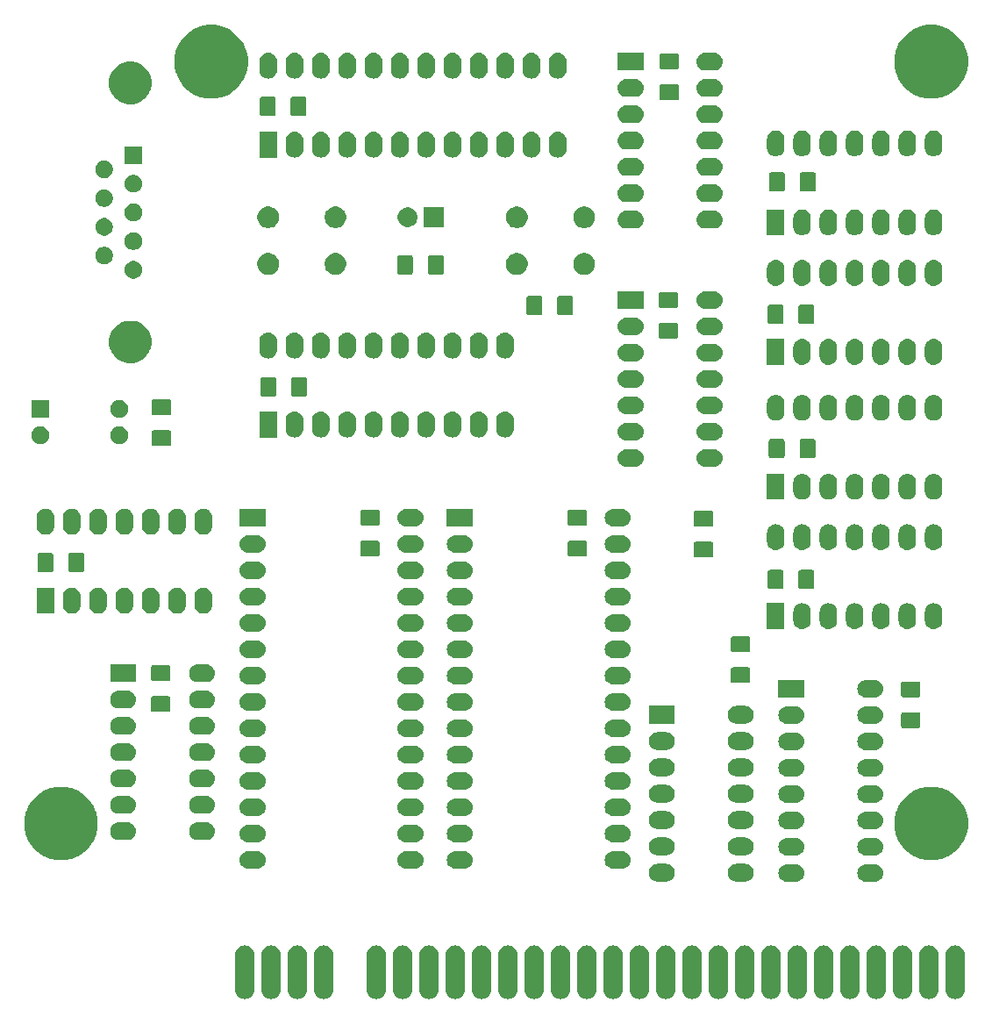
<source format=gbs>
G04 #@! TF.GenerationSoftware,KiCad,Pcbnew,(5.1.6)-1*
G04 #@! TF.CreationDate,2020-12-01T23:33:15+02:00*
G04 #@! TF.ProjectId,ZX_Multiface_3_1_4D,5a585f4d-756c-4746-9966-6163655f335f,rev?*
G04 #@! TF.SameCoordinates,Original*
G04 #@! TF.FileFunction,Soldermask,Bot*
G04 #@! TF.FilePolarity,Negative*
%FSLAX46Y46*%
G04 Gerber Fmt 4.6, Leading zero omitted, Abs format (unit mm)*
G04 Created by KiCad (PCBNEW (5.1.6)-1) date 2020-12-01 23:33:15*
%MOMM*%
%LPD*%
G01*
G04 APERTURE LIST*
%ADD10C,0.100000*%
G04 APERTURE END LIST*
D10*
G36*
X148194271Y-145272601D02*
G01*
X148371462Y-145326351D01*
X148371465Y-145326352D01*
X148534759Y-145413634D01*
X148677896Y-145531104D01*
X148795366Y-145674241D01*
X148882648Y-145837534D01*
X148882648Y-145837535D01*
X148882649Y-145837537D01*
X148936399Y-146014728D01*
X148950000Y-146152823D01*
X148950000Y-149547177D01*
X148936399Y-149685272D01*
X148882649Y-149862463D01*
X148882648Y-149862466D01*
X148795366Y-150025759D01*
X148677896Y-150168896D01*
X148534759Y-150286366D01*
X148371466Y-150373648D01*
X148371463Y-150373649D01*
X148194272Y-150427399D01*
X148010000Y-150445548D01*
X147825729Y-150427399D01*
X147648538Y-150373649D01*
X147648535Y-150373648D01*
X147485242Y-150286366D01*
X147342105Y-150168896D01*
X147224635Y-150025759D01*
X147137353Y-149862466D01*
X147137352Y-149862463D01*
X147083602Y-149685272D01*
X147070001Y-149547177D01*
X147070000Y-146152824D01*
X147083601Y-146014729D01*
X147137351Y-145837538D01*
X147137352Y-145837535D01*
X147224634Y-145674241D01*
X147342104Y-145531104D01*
X147485241Y-145413634D01*
X147648534Y-145326352D01*
X147648537Y-145326351D01*
X147825728Y-145272601D01*
X148010000Y-145254452D01*
X148194271Y-145272601D01*
G37*
G36*
X127874271Y-145272601D02*
G01*
X128051462Y-145326351D01*
X128051465Y-145326352D01*
X128214759Y-145413634D01*
X128357896Y-145531104D01*
X128475366Y-145674241D01*
X128562648Y-145837534D01*
X128562648Y-145837535D01*
X128562649Y-145837537D01*
X128616399Y-146014728D01*
X128630000Y-146152823D01*
X128630000Y-149547177D01*
X128616399Y-149685272D01*
X128562649Y-149862463D01*
X128562648Y-149862466D01*
X128475366Y-150025759D01*
X128357896Y-150168896D01*
X128214759Y-150286366D01*
X128051466Y-150373648D01*
X128051463Y-150373649D01*
X127874272Y-150427399D01*
X127690000Y-150445548D01*
X127505729Y-150427399D01*
X127328538Y-150373649D01*
X127328535Y-150373648D01*
X127165242Y-150286366D01*
X127022105Y-150168896D01*
X126904635Y-150025759D01*
X126817353Y-149862466D01*
X126817352Y-149862463D01*
X126763602Y-149685272D01*
X126750001Y-149547177D01*
X126750000Y-146152824D01*
X126763601Y-146014729D01*
X126817351Y-145837538D01*
X126817352Y-145837535D01*
X126904634Y-145674241D01*
X127022104Y-145531104D01*
X127165241Y-145413634D01*
X127328534Y-145326352D01*
X127328537Y-145326351D01*
X127505728Y-145272601D01*
X127690000Y-145254452D01*
X127874271Y-145272601D01*
G37*
G36*
X99934271Y-145272601D02*
G01*
X100111462Y-145326351D01*
X100111465Y-145326352D01*
X100274759Y-145413634D01*
X100417896Y-145531104D01*
X100535366Y-145674241D01*
X100622648Y-145837534D01*
X100622648Y-145837535D01*
X100622649Y-145837537D01*
X100676399Y-146014728D01*
X100690000Y-146152823D01*
X100690000Y-149547177D01*
X100676399Y-149685272D01*
X100622649Y-149862463D01*
X100622648Y-149862466D01*
X100535366Y-150025759D01*
X100417896Y-150168896D01*
X100274759Y-150286366D01*
X100111466Y-150373648D01*
X100111463Y-150373649D01*
X99934272Y-150427399D01*
X99750000Y-150445548D01*
X99565729Y-150427399D01*
X99388538Y-150373649D01*
X99388535Y-150373648D01*
X99225242Y-150286366D01*
X99082105Y-150168896D01*
X98964635Y-150025759D01*
X98877353Y-149862466D01*
X98877352Y-149862463D01*
X98823602Y-149685272D01*
X98810001Y-149547177D01*
X98810000Y-146152824D01*
X98823601Y-146014729D01*
X98877351Y-145837538D01*
X98877352Y-145837535D01*
X98964634Y-145674241D01*
X99082104Y-145531104D01*
X99225241Y-145413634D01*
X99388534Y-145326352D01*
X99388537Y-145326351D01*
X99565728Y-145272601D01*
X99750000Y-145254452D01*
X99934271Y-145272601D01*
G37*
G36*
X102474271Y-145272601D02*
G01*
X102651462Y-145326351D01*
X102651465Y-145326352D01*
X102814759Y-145413634D01*
X102957896Y-145531104D01*
X103075366Y-145674241D01*
X103162648Y-145837534D01*
X103162648Y-145837535D01*
X103162649Y-145837537D01*
X103216399Y-146014728D01*
X103230000Y-146152823D01*
X103230000Y-149547177D01*
X103216399Y-149685272D01*
X103162649Y-149862463D01*
X103162648Y-149862466D01*
X103075366Y-150025759D01*
X102957896Y-150168896D01*
X102814759Y-150286366D01*
X102651466Y-150373648D01*
X102651463Y-150373649D01*
X102474272Y-150427399D01*
X102290000Y-150445548D01*
X102105729Y-150427399D01*
X101928538Y-150373649D01*
X101928535Y-150373648D01*
X101765242Y-150286366D01*
X101622105Y-150168896D01*
X101504635Y-150025759D01*
X101417353Y-149862466D01*
X101417352Y-149862463D01*
X101363602Y-149685272D01*
X101350001Y-149547177D01*
X101350000Y-146152824D01*
X101363601Y-146014729D01*
X101417351Y-145837538D01*
X101417352Y-145837535D01*
X101504634Y-145674241D01*
X101622104Y-145531104D01*
X101765241Y-145413634D01*
X101928534Y-145326352D01*
X101928537Y-145326351D01*
X102105728Y-145272601D01*
X102290000Y-145254452D01*
X102474271Y-145272601D01*
G37*
G36*
X107554271Y-145272601D02*
G01*
X107731462Y-145326351D01*
X107731465Y-145326352D01*
X107894759Y-145413634D01*
X108037896Y-145531104D01*
X108155366Y-145674241D01*
X108242648Y-145837534D01*
X108242648Y-145837535D01*
X108242649Y-145837537D01*
X108296399Y-146014728D01*
X108310000Y-146152823D01*
X108310000Y-149547177D01*
X108296399Y-149685272D01*
X108242649Y-149862463D01*
X108242648Y-149862466D01*
X108155366Y-150025759D01*
X108037896Y-150168896D01*
X107894759Y-150286366D01*
X107731466Y-150373648D01*
X107731463Y-150373649D01*
X107554272Y-150427399D01*
X107370000Y-150445548D01*
X107185729Y-150427399D01*
X107008538Y-150373649D01*
X107008535Y-150373648D01*
X106845242Y-150286366D01*
X106702105Y-150168896D01*
X106584635Y-150025759D01*
X106497353Y-149862466D01*
X106497352Y-149862463D01*
X106443602Y-149685272D01*
X106430001Y-149547177D01*
X106430000Y-146152824D01*
X106443601Y-146014729D01*
X106497351Y-145837538D01*
X106497352Y-145837535D01*
X106584634Y-145674241D01*
X106702104Y-145531104D01*
X106845241Y-145413634D01*
X107008534Y-145326352D01*
X107008537Y-145326351D01*
X107185728Y-145272601D01*
X107370000Y-145254452D01*
X107554271Y-145272601D01*
G37*
G36*
X112634271Y-145272601D02*
G01*
X112811462Y-145326351D01*
X112811465Y-145326352D01*
X112974759Y-145413634D01*
X113117896Y-145531104D01*
X113235366Y-145674241D01*
X113322648Y-145837534D01*
X113322648Y-145837535D01*
X113322649Y-145837537D01*
X113376399Y-146014728D01*
X113390000Y-146152823D01*
X113390000Y-149547177D01*
X113376399Y-149685272D01*
X113322649Y-149862463D01*
X113322648Y-149862466D01*
X113235366Y-150025759D01*
X113117896Y-150168896D01*
X112974759Y-150286366D01*
X112811466Y-150373648D01*
X112811463Y-150373649D01*
X112634272Y-150427399D01*
X112450000Y-150445548D01*
X112265729Y-150427399D01*
X112088538Y-150373649D01*
X112088535Y-150373648D01*
X111925242Y-150286366D01*
X111782105Y-150168896D01*
X111664635Y-150025759D01*
X111577353Y-149862466D01*
X111577352Y-149862463D01*
X111523602Y-149685272D01*
X111510001Y-149547177D01*
X111510000Y-146152824D01*
X111523601Y-146014729D01*
X111577351Y-145837538D01*
X111577352Y-145837535D01*
X111664634Y-145674241D01*
X111782104Y-145531104D01*
X111925241Y-145413634D01*
X112088534Y-145326352D01*
X112088537Y-145326351D01*
X112265728Y-145272601D01*
X112450000Y-145254452D01*
X112634271Y-145272601D01*
G37*
G36*
X115174271Y-145272601D02*
G01*
X115351462Y-145326351D01*
X115351465Y-145326352D01*
X115514759Y-145413634D01*
X115657896Y-145531104D01*
X115775366Y-145674241D01*
X115862648Y-145837534D01*
X115862648Y-145837535D01*
X115862649Y-145837537D01*
X115916399Y-146014728D01*
X115930000Y-146152823D01*
X115930000Y-149547177D01*
X115916399Y-149685272D01*
X115862649Y-149862463D01*
X115862648Y-149862466D01*
X115775366Y-150025759D01*
X115657896Y-150168896D01*
X115514759Y-150286366D01*
X115351466Y-150373648D01*
X115351463Y-150373649D01*
X115174272Y-150427399D01*
X114990000Y-150445548D01*
X114805729Y-150427399D01*
X114628538Y-150373649D01*
X114628535Y-150373648D01*
X114465242Y-150286366D01*
X114322105Y-150168896D01*
X114204635Y-150025759D01*
X114117353Y-149862466D01*
X114117352Y-149862463D01*
X114063602Y-149685272D01*
X114050001Y-149547177D01*
X114050000Y-146152824D01*
X114063601Y-146014729D01*
X114117351Y-145837538D01*
X114117352Y-145837535D01*
X114204634Y-145674241D01*
X114322104Y-145531104D01*
X114465241Y-145413634D01*
X114628534Y-145326352D01*
X114628537Y-145326351D01*
X114805728Y-145272601D01*
X114990000Y-145254452D01*
X115174271Y-145272601D01*
G37*
G36*
X105014271Y-145272601D02*
G01*
X105191462Y-145326351D01*
X105191465Y-145326352D01*
X105354759Y-145413634D01*
X105497896Y-145531104D01*
X105615366Y-145674241D01*
X105702648Y-145837534D01*
X105702648Y-145837535D01*
X105702649Y-145837537D01*
X105756399Y-146014728D01*
X105770000Y-146152823D01*
X105770000Y-149547177D01*
X105756399Y-149685272D01*
X105702649Y-149862463D01*
X105702648Y-149862466D01*
X105615366Y-150025759D01*
X105497896Y-150168896D01*
X105354759Y-150286366D01*
X105191466Y-150373648D01*
X105191463Y-150373649D01*
X105014272Y-150427399D01*
X104830000Y-150445548D01*
X104645729Y-150427399D01*
X104468538Y-150373649D01*
X104468535Y-150373648D01*
X104305242Y-150286366D01*
X104162105Y-150168896D01*
X104044635Y-150025759D01*
X103957353Y-149862466D01*
X103957352Y-149862463D01*
X103903602Y-149685272D01*
X103890001Y-149547177D01*
X103890000Y-146152824D01*
X103903601Y-146014729D01*
X103957351Y-145837538D01*
X103957352Y-145837535D01*
X104044634Y-145674241D01*
X104162104Y-145531104D01*
X104305241Y-145413634D01*
X104468534Y-145326352D01*
X104468537Y-145326351D01*
X104645728Y-145272601D01*
X104830000Y-145254452D01*
X105014271Y-145272601D01*
G37*
G36*
X163434271Y-145272601D02*
G01*
X163611462Y-145326351D01*
X163611465Y-145326352D01*
X163774759Y-145413634D01*
X163917896Y-145531104D01*
X164035366Y-145674241D01*
X164122648Y-145837534D01*
X164122648Y-145837535D01*
X164122649Y-145837537D01*
X164176399Y-146014728D01*
X164190000Y-146152823D01*
X164190000Y-149547177D01*
X164176399Y-149685272D01*
X164122649Y-149862463D01*
X164122648Y-149862466D01*
X164035366Y-150025759D01*
X163917896Y-150168896D01*
X163774759Y-150286366D01*
X163611466Y-150373648D01*
X163611463Y-150373649D01*
X163434272Y-150427399D01*
X163250000Y-150445548D01*
X163065729Y-150427399D01*
X162888538Y-150373649D01*
X162888535Y-150373648D01*
X162725242Y-150286366D01*
X162582105Y-150168896D01*
X162464635Y-150025759D01*
X162377353Y-149862466D01*
X162377352Y-149862463D01*
X162323602Y-149685272D01*
X162310001Y-149547177D01*
X162310000Y-146152824D01*
X162323601Y-146014729D01*
X162377351Y-145837538D01*
X162377352Y-145837535D01*
X162464634Y-145674241D01*
X162582104Y-145531104D01*
X162725241Y-145413634D01*
X162888534Y-145326352D01*
X162888537Y-145326351D01*
X163065728Y-145272601D01*
X163250000Y-145254452D01*
X163434271Y-145272601D01*
G37*
G36*
X135494271Y-145272601D02*
G01*
X135671462Y-145326351D01*
X135671465Y-145326352D01*
X135834759Y-145413634D01*
X135977896Y-145531104D01*
X136095366Y-145674241D01*
X136182648Y-145837534D01*
X136182648Y-145837535D01*
X136182649Y-145837537D01*
X136236399Y-146014728D01*
X136250000Y-146152823D01*
X136250000Y-149547177D01*
X136236399Y-149685272D01*
X136182649Y-149862463D01*
X136182648Y-149862466D01*
X136095366Y-150025759D01*
X135977896Y-150168896D01*
X135834759Y-150286366D01*
X135671466Y-150373648D01*
X135671463Y-150373649D01*
X135494272Y-150427399D01*
X135310000Y-150445548D01*
X135125729Y-150427399D01*
X134948538Y-150373649D01*
X134948535Y-150373648D01*
X134785242Y-150286366D01*
X134642105Y-150168896D01*
X134524635Y-150025759D01*
X134437353Y-149862466D01*
X134437352Y-149862463D01*
X134383602Y-149685272D01*
X134370001Y-149547177D01*
X134370000Y-146152824D01*
X134383601Y-146014729D01*
X134437351Y-145837538D01*
X134437352Y-145837535D01*
X134524634Y-145674241D01*
X134642104Y-145531104D01*
X134785241Y-145413634D01*
X134948534Y-145326352D01*
X134948537Y-145326351D01*
X135125728Y-145272601D01*
X135310000Y-145254452D01*
X135494271Y-145272601D01*
G37*
G36*
X143114271Y-145272601D02*
G01*
X143291462Y-145326351D01*
X143291465Y-145326352D01*
X143454759Y-145413634D01*
X143597896Y-145531104D01*
X143715366Y-145674241D01*
X143802648Y-145837534D01*
X143802648Y-145837535D01*
X143802649Y-145837537D01*
X143856399Y-146014728D01*
X143870000Y-146152823D01*
X143870000Y-149547177D01*
X143856399Y-149685272D01*
X143802649Y-149862463D01*
X143802648Y-149862466D01*
X143715366Y-150025759D01*
X143597896Y-150168896D01*
X143454759Y-150286366D01*
X143291466Y-150373648D01*
X143291463Y-150373649D01*
X143114272Y-150427399D01*
X142930000Y-150445548D01*
X142745729Y-150427399D01*
X142568538Y-150373649D01*
X142568535Y-150373648D01*
X142405242Y-150286366D01*
X142262105Y-150168896D01*
X142144635Y-150025759D01*
X142057353Y-149862466D01*
X142057352Y-149862463D01*
X142003602Y-149685272D01*
X141990001Y-149547177D01*
X141990000Y-146152824D01*
X142003601Y-146014729D01*
X142057351Y-145837538D01*
X142057352Y-145837535D01*
X142144634Y-145674241D01*
X142262104Y-145531104D01*
X142405241Y-145413634D01*
X142568534Y-145326352D01*
X142568537Y-145326351D01*
X142745728Y-145272601D01*
X142930000Y-145254452D01*
X143114271Y-145272601D01*
G37*
G36*
X155814271Y-145272601D02*
G01*
X155991462Y-145326351D01*
X155991465Y-145326352D01*
X156154759Y-145413634D01*
X156297896Y-145531104D01*
X156415366Y-145674241D01*
X156502648Y-145837534D01*
X156502648Y-145837535D01*
X156502649Y-145837537D01*
X156556399Y-146014728D01*
X156570000Y-146152823D01*
X156570000Y-149547177D01*
X156556399Y-149685272D01*
X156502649Y-149862463D01*
X156502648Y-149862466D01*
X156415366Y-150025759D01*
X156297896Y-150168896D01*
X156154759Y-150286366D01*
X155991466Y-150373648D01*
X155991463Y-150373649D01*
X155814272Y-150427399D01*
X155630000Y-150445548D01*
X155445729Y-150427399D01*
X155268538Y-150373649D01*
X155268535Y-150373648D01*
X155105242Y-150286366D01*
X154962105Y-150168896D01*
X154844635Y-150025759D01*
X154757353Y-149862466D01*
X154757352Y-149862463D01*
X154703602Y-149685272D01*
X154690001Y-149547177D01*
X154690000Y-146152824D01*
X154703601Y-146014729D01*
X154757351Y-145837538D01*
X154757352Y-145837535D01*
X154844634Y-145674241D01*
X154962104Y-145531104D01*
X155105241Y-145413634D01*
X155268534Y-145326352D01*
X155268537Y-145326351D01*
X155445728Y-145272601D01*
X155630000Y-145254452D01*
X155814271Y-145272601D01*
G37*
G36*
X150734271Y-145272601D02*
G01*
X150911462Y-145326351D01*
X150911465Y-145326352D01*
X151074759Y-145413634D01*
X151217896Y-145531104D01*
X151335366Y-145674241D01*
X151422648Y-145837534D01*
X151422648Y-145837535D01*
X151422649Y-145837537D01*
X151476399Y-146014728D01*
X151490000Y-146152823D01*
X151490000Y-149547177D01*
X151476399Y-149685272D01*
X151422649Y-149862463D01*
X151422648Y-149862466D01*
X151335366Y-150025759D01*
X151217896Y-150168896D01*
X151074759Y-150286366D01*
X150911466Y-150373648D01*
X150911463Y-150373649D01*
X150734272Y-150427399D01*
X150550000Y-150445548D01*
X150365729Y-150427399D01*
X150188538Y-150373649D01*
X150188535Y-150373648D01*
X150025242Y-150286366D01*
X149882105Y-150168896D01*
X149764635Y-150025759D01*
X149677353Y-149862466D01*
X149677352Y-149862463D01*
X149623602Y-149685272D01*
X149610001Y-149547177D01*
X149610000Y-146152824D01*
X149623601Y-146014729D01*
X149677351Y-145837538D01*
X149677352Y-145837535D01*
X149764634Y-145674241D01*
X149882104Y-145531104D01*
X150025241Y-145413634D01*
X150188534Y-145326352D01*
X150188537Y-145326351D01*
X150365728Y-145272601D01*
X150550000Y-145254452D01*
X150734271Y-145272601D01*
G37*
G36*
X168514271Y-145272601D02*
G01*
X168691462Y-145326351D01*
X168691465Y-145326352D01*
X168854759Y-145413634D01*
X168997896Y-145531104D01*
X169115366Y-145674241D01*
X169202648Y-145837534D01*
X169202648Y-145837535D01*
X169202649Y-145837537D01*
X169256399Y-146014728D01*
X169270000Y-146152823D01*
X169270000Y-149547177D01*
X169256399Y-149685272D01*
X169202649Y-149862463D01*
X169202648Y-149862466D01*
X169115366Y-150025759D01*
X168997896Y-150168896D01*
X168854759Y-150286366D01*
X168691466Y-150373648D01*
X168691463Y-150373649D01*
X168514272Y-150427399D01*
X168330000Y-150445548D01*
X168145729Y-150427399D01*
X167968538Y-150373649D01*
X167968535Y-150373648D01*
X167805242Y-150286366D01*
X167662105Y-150168896D01*
X167544635Y-150025759D01*
X167457353Y-149862466D01*
X167457352Y-149862463D01*
X167403602Y-149685272D01*
X167390001Y-149547177D01*
X167390000Y-146152824D01*
X167403601Y-146014729D01*
X167457351Y-145837538D01*
X167457352Y-145837535D01*
X167544634Y-145674241D01*
X167662104Y-145531104D01*
X167805241Y-145413634D01*
X167968534Y-145326352D01*
X167968537Y-145326351D01*
X168145728Y-145272601D01*
X168330000Y-145254452D01*
X168514271Y-145272601D01*
G37*
G36*
X117714271Y-145272601D02*
G01*
X117891462Y-145326351D01*
X117891465Y-145326352D01*
X118054759Y-145413634D01*
X118197896Y-145531104D01*
X118315366Y-145674241D01*
X118402648Y-145837534D01*
X118402648Y-145837535D01*
X118402649Y-145837537D01*
X118456399Y-146014728D01*
X118470000Y-146152823D01*
X118470000Y-149547177D01*
X118456399Y-149685272D01*
X118402649Y-149862463D01*
X118402648Y-149862466D01*
X118315366Y-150025759D01*
X118197896Y-150168896D01*
X118054759Y-150286366D01*
X117891466Y-150373648D01*
X117891463Y-150373649D01*
X117714272Y-150427399D01*
X117530000Y-150445548D01*
X117345729Y-150427399D01*
X117168538Y-150373649D01*
X117168535Y-150373648D01*
X117005242Y-150286366D01*
X116862105Y-150168896D01*
X116744635Y-150025759D01*
X116657353Y-149862466D01*
X116657352Y-149862463D01*
X116603602Y-149685272D01*
X116590001Y-149547177D01*
X116590000Y-146152824D01*
X116603601Y-146014729D01*
X116657351Y-145837538D01*
X116657352Y-145837535D01*
X116744634Y-145674241D01*
X116862104Y-145531104D01*
X117005241Y-145413634D01*
X117168534Y-145326352D01*
X117168537Y-145326351D01*
X117345728Y-145272601D01*
X117530000Y-145254452D01*
X117714271Y-145272601D01*
G37*
G36*
X132954271Y-145272601D02*
G01*
X133131462Y-145326351D01*
X133131465Y-145326352D01*
X133294759Y-145413634D01*
X133437896Y-145531104D01*
X133555366Y-145674241D01*
X133642648Y-145837534D01*
X133642648Y-145837535D01*
X133642649Y-145837537D01*
X133696399Y-146014728D01*
X133710000Y-146152823D01*
X133710000Y-149547177D01*
X133696399Y-149685272D01*
X133642649Y-149862463D01*
X133642648Y-149862466D01*
X133555366Y-150025759D01*
X133437896Y-150168896D01*
X133294759Y-150286366D01*
X133131466Y-150373648D01*
X133131463Y-150373649D01*
X132954272Y-150427399D01*
X132770000Y-150445548D01*
X132585729Y-150427399D01*
X132408538Y-150373649D01*
X132408535Y-150373648D01*
X132245242Y-150286366D01*
X132102105Y-150168896D01*
X131984635Y-150025759D01*
X131897353Y-149862466D01*
X131897352Y-149862463D01*
X131843602Y-149685272D01*
X131830001Y-149547177D01*
X131830000Y-146152824D01*
X131843601Y-146014729D01*
X131897351Y-145837538D01*
X131897352Y-145837535D01*
X131984634Y-145674241D01*
X132102104Y-145531104D01*
X132245241Y-145413634D01*
X132408534Y-145326352D01*
X132408537Y-145326351D01*
X132585728Y-145272601D01*
X132770000Y-145254452D01*
X132954271Y-145272601D01*
G37*
G36*
X140574271Y-145272601D02*
G01*
X140751462Y-145326351D01*
X140751465Y-145326352D01*
X140914759Y-145413634D01*
X141057896Y-145531104D01*
X141175366Y-145674241D01*
X141262648Y-145837534D01*
X141262648Y-145837535D01*
X141262649Y-145837537D01*
X141316399Y-146014728D01*
X141330000Y-146152823D01*
X141330000Y-149547177D01*
X141316399Y-149685272D01*
X141262649Y-149862463D01*
X141262648Y-149862466D01*
X141175366Y-150025759D01*
X141057896Y-150168896D01*
X140914759Y-150286366D01*
X140751466Y-150373648D01*
X140751463Y-150373649D01*
X140574272Y-150427399D01*
X140390000Y-150445548D01*
X140205729Y-150427399D01*
X140028538Y-150373649D01*
X140028535Y-150373648D01*
X139865242Y-150286366D01*
X139722105Y-150168896D01*
X139604635Y-150025759D01*
X139517353Y-149862466D01*
X139517352Y-149862463D01*
X139463602Y-149685272D01*
X139450001Y-149547177D01*
X139450000Y-146152824D01*
X139463601Y-146014729D01*
X139517351Y-145837538D01*
X139517352Y-145837535D01*
X139604634Y-145674241D01*
X139722104Y-145531104D01*
X139865241Y-145413634D01*
X140028534Y-145326352D01*
X140028537Y-145326351D01*
X140205728Y-145272601D01*
X140390000Y-145254452D01*
X140574271Y-145272601D01*
G37*
G36*
X145654271Y-145272601D02*
G01*
X145831462Y-145326351D01*
X145831465Y-145326352D01*
X145994759Y-145413634D01*
X146137896Y-145531104D01*
X146255366Y-145674241D01*
X146342648Y-145837534D01*
X146342648Y-145837535D01*
X146342649Y-145837537D01*
X146396399Y-146014728D01*
X146410000Y-146152823D01*
X146410000Y-149547177D01*
X146396399Y-149685272D01*
X146342649Y-149862463D01*
X146342648Y-149862466D01*
X146255366Y-150025759D01*
X146137896Y-150168896D01*
X145994759Y-150286366D01*
X145831466Y-150373648D01*
X145831463Y-150373649D01*
X145654272Y-150427399D01*
X145470000Y-150445548D01*
X145285729Y-150427399D01*
X145108538Y-150373649D01*
X145108535Y-150373648D01*
X144945242Y-150286366D01*
X144802105Y-150168896D01*
X144684635Y-150025759D01*
X144597353Y-149862466D01*
X144597352Y-149862463D01*
X144543602Y-149685272D01*
X144530001Y-149547177D01*
X144530000Y-146152824D01*
X144543601Y-146014729D01*
X144597351Y-145837538D01*
X144597352Y-145837535D01*
X144684634Y-145674241D01*
X144802104Y-145531104D01*
X144945241Y-145413634D01*
X145108534Y-145326352D01*
X145108537Y-145326351D01*
X145285728Y-145272601D01*
X145470000Y-145254452D01*
X145654271Y-145272601D01*
G37*
G36*
X153274271Y-145272601D02*
G01*
X153451462Y-145326351D01*
X153451465Y-145326352D01*
X153614759Y-145413634D01*
X153757896Y-145531104D01*
X153875366Y-145674241D01*
X153962648Y-145837534D01*
X153962648Y-145837535D01*
X153962649Y-145837537D01*
X154016399Y-146014728D01*
X154030000Y-146152823D01*
X154030000Y-149547177D01*
X154016399Y-149685272D01*
X153962649Y-149862463D01*
X153962648Y-149862466D01*
X153875366Y-150025759D01*
X153757896Y-150168896D01*
X153614759Y-150286366D01*
X153451466Y-150373648D01*
X153451463Y-150373649D01*
X153274272Y-150427399D01*
X153090000Y-150445548D01*
X152905729Y-150427399D01*
X152728538Y-150373649D01*
X152728535Y-150373648D01*
X152565242Y-150286366D01*
X152422105Y-150168896D01*
X152304635Y-150025759D01*
X152217353Y-149862466D01*
X152217352Y-149862463D01*
X152163602Y-149685272D01*
X152150001Y-149547177D01*
X152150000Y-146152824D01*
X152163601Y-146014729D01*
X152217351Y-145837538D01*
X152217352Y-145837535D01*
X152304634Y-145674241D01*
X152422104Y-145531104D01*
X152565241Y-145413634D01*
X152728534Y-145326352D01*
X152728537Y-145326351D01*
X152905728Y-145272601D01*
X153090000Y-145254452D01*
X153274271Y-145272601D01*
G37*
G36*
X125334271Y-145272601D02*
G01*
X125511462Y-145326351D01*
X125511465Y-145326352D01*
X125674759Y-145413634D01*
X125817896Y-145531104D01*
X125935366Y-145674241D01*
X126022648Y-145837534D01*
X126022648Y-145837535D01*
X126022649Y-145837537D01*
X126076399Y-146014728D01*
X126090000Y-146152823D01*
X126090000Y-149547177D01*
X126076399Y-149685272D01*
X126022649Y-149862463D01*
X126022648Y-149862466D01*
X125935366Y-150025759D01*
X125817896Y-150168896D01*
X125674759Y-150286366D01*
X125511466Y-150373648D01*
X125511463Y-150373649D01*
X125334272Y-150427399D01*
X125150000Y-150445548D01*
X124965729Y-150427399D01*
X124788538Y-150373649D01*
X124788535Y-150373648D01*
X124625242Y-150286366D01*
X124482105Y-150168896D01*
X124364635Y-150025759D01*
X124277353Y-149862466D01*
X124277352Y-149862463D01*
X124223602Y-149685272D01*
X124210001Y-149547177D01*
X124210000Y-146152824D01*
X124223601Y-146014729D01*
X124277351Y-145837538D01*
X124277352Y-145837535D01*
X124364634Y-145674241D01*
X124482104Y-145531104D01*
X124625241Y-145413634D01*
X124788534Y-145326352D01*
X124788537Y-145326351D01*
X124965728Y-145272601D01*
X125150000Y-145254452D01*
X125334271Y-145272601D01*
G37*
G36*
X165974271Y-145272601D02*
G01*
X166151462Y-145326351D01*
X166151465Y-145326352D01*
X166314759Y-145413634D01*
X166457896Y-145531104D01*
X166575366Y-145674241D01*
X166662648Y-145837534D01*
X166662648Y-145837535D01*
X166662649Y-145837537D01*
X166716399Y-146014728D01*
X166730000Y-146152823D01*
X166730000Y-149547177D01*
X166716399Y-149685272D01*
X166662649Y-149862463D01*
X166662648Y-149862466D01*
X166575366Y-150025759D01*
X166457896Y-150168896D01*
X166314759Y-150286366D01*
X166151466Y-150373648D01*
X166151463Y-150373649D01*
X165974272Y-150427399D01*
X165790000Y-150445548D01*
X165605729Y-150427399D01*
X165428538Y-150373649D01*
X165428535Y-150373648D01*
X165265242Y-150286366D01*
X165122105Y-150168896D01*
X165004635Y-150025759D01*
X164917353Y-149862466D01*
X164917352Y-149862463D01*
X164863602Y-149685272D01*
X164850001Y-149547177D01*
X164850000Y-146152824D01*
X164863601Y-146014729D01*
X164917351Y-145837538D01*
X164917352Y-145837535D01*
X165004634Y-145674241D01*
X165122104Y-145531104D01*
X165265241Y-145413634D01*
X165428534Y-145326352D01*
X165428537Y-145326351D01*
X165605728Y-145272601D01*
X165790000Y-145254452D01*
X165974271Y-145272601D01*
G37*
G36*
X138034271Y-145272601D02*
G01*
X138211462Y-145326351D01*
X138211465Y-145326352D01*
X138374759Y-145413634D01*
X138517896Y-145531104D01*
X138635366Y-145674241D01*
X138722648Y-145837534D01*
X138722648Y-145837535D01*
X138722649Y-145837537D01*
X138776399Y-146014728D01*
X138790000Y-146152823D01*
X138790000Y-149547177D01*
X138776399Y-149685272D01*
X138722649Y-149862463D01*
X138722648Y-149862466D01*
X138635366Y-150025759D01*
X138517896Y-150168896D01*
X138374759Y-150286366D01*
X138211466Y-150373648D01*
X138211463Y-150373649D01*
X138034272Y-150427399D01*
X137850000Y-150445548D01*
X137665729Y-150427399D01*
X137488538Y-150373649D01*
X137488535Y-150373648D01*
X137325242Y-150286366D01*
X137182105Y-150168896D01*
X137064635Y-150025759D01*
X136977353Y-149862466D01*
X136977352Y-149862463D01*
X136923602Y-149685272D01*
X136910001Y-149547177D01*
X136910000Y-146152824D01*
X136923601Y-146014729D01*
X136977351Y-145837538D01*
X136977352Y-145837535D01*
X137064634Y-145674241D01*
X137182104Y-145531104D01*
X137325241Y-145413634D01*
X137488534Y-145326352D01*
X137488537Y-145326351D01*
X137665728Y-145272601D01*
X137850000Y-145254452D01*
X138034271Y-145272601D01*
G37*
G36*
X122794271Y-145272601D02*
G01*
X122971462Y-145326351D01*
X122971465Y-145326352D01*
X123134759Y-145413634D01*
X123277896Y-145531104D01*
X123395366Y-145674241D01*
X123482648Y-145837534D01*
X123482648Y-145837535D01*
X123482649Y-145837537D01*
X123536399Y-146014728D01*
X123550000Y-146152823D01*
X123550000Y-149547177D01*
X123536399Y-149685272D01*
X123482649Y-149862463D01*
X123482648Y-149862466D01*
X123395366Y-150025759D01*
X123277896Y-150168896D01*
X123134759Y-150286366D01*
X122971466Y-150373648D01*
X122971463Y-150373649D01*
X122794272Y-150427399D01*
X122610000Y-150445548D01*
X122425729Y-150427399D01*
X122248538Y-150373649D01*
X122248535Y-150373648D01*
X122085242Y-150286366D01*
X121942105Y-150168896D01*
X121824635Y-150025759D01*
X121737353Y-149862466D01*
X121737352Y-149862463D01*
X121683602Y-149685272D01*
X121670001Y-149547177D01*
X121670000Y-146152824D01*
X121683601Y-146014729D01*
X121737351Y-145837538D01*
X121737352Y-145837535D01*
X121824634Y-145674241D01*
X121942104Y-145531104D01*
X122085241Y-145413634D01*
X122248534Y-145326352D01*
X122248537Y-145326351D01*
X122425728Y-145272601D01*
X122610000Y-145254452D01*
X122794271Y-145272601D01*
G37*
G36*
X120254271Y-145272601D02*
G01*
X120431462Y-145326351D01*
X120431465Y-145326352D01*
X120594759Y-145413634D01*
X120737896Y-145531104D01*
X120855366Y-145674241D01*
X120942648Y-145837534D01*
X120942648Y-145837535D01*
X120942649Y-145837537D01*
X120996399Y-146014728D01*
X121010000Y-146152823D01*
X121010000Y-149547177D01*
X120996399Y-149685272D01*
X120942649Y-149862463D01*
X120942648Y-149862466D01*
X120855366Y-150025759D01*
X120737896Y-150168896D01*
X120594759Y-150286366D01*
X120431466Y-150373648D01*
X120431463Y-150373649D01*
X120254272Y-150427399D01*
X120070000Y-150445548D01*
X119885729Y-150427399D01*
X119708538Y-150373649D01*
X119708535Y-150373648D01*
X119545242Y-150286366D01*
X119402105Y-150168896D01*
X119284635Y-150025759D01*
X119197353Y-149862466D01*
X119197352Y-149862463D01*
X119143602Y-149685272D01*
X119130001Y-149547177D01*
X119130000Y-146152824D01*
X119143601Y-146014729D01*
X119197351Y-145837538D01*
X119197352Y-145837535D01*
X119284634Y-145674241D01*
X119402104Y-145531104D01*
X119545241Y-145413634D01*
X119708534Y-145326352D01*
X119708537Y-145326351D01*
X119885728Y-145272601D01*
X120070000Y-145254452D01*
X120254271Y-145272601D01*
G37*
G36*
X130414271Y-145272601D02*
G01*
X130591462Y-145326351D01*
X130591465Y-145326352D01*
X130754759Y-145413634D01*
X130897896Y-145531104D01*
X131015366Y-145674241D01*
X131102648Y-145837534D01*
X131102648Y-145837535D01*
X131102649Y-145837537D01*
X131156399Y-146014728D01*
X131170000Y-146152823D01*
X131170000Y-149547177D01*
X131156399Y-149685272D01*
X131102649Y-149862463D01*
X131102648Y-149862466D01*
X131015366Y-150025759D01*
X130897896Y-150168896D01*
X130754759Y-150286366D01*
X130591466Y-150373648D01*
X130591463Y-150373649D01*
X130414272Y-150427399D01*
X130230000Y-150445548D01*
X130045729Y-150427399D01*
X129868538Y-150373649D01*
X129868535Y-150373648D01*
X129705242Y-150286366D01*
X129562105Y-150168896D01*
X129444635Y-150025759D01*
X129357353Y-149862466D01*
X129357352Y-149862463D01*
X129303602Y-149685272D01*
X129290001Y-149547177D01*
X129290000Y-146152824D01*
X129303601Y-146014729D01*
X129357351Y-145837538D01*
X129357352Y-145837535D01*
X129444634Y-145674241D01*
X129562104Y-145531104D01*
X129705241Y-145413634D01*
X129868534Y-145326352D01*
X129868537Y-145326351D01*
X130045728Y-145272601D01*
X130230000Y-145254452D01*
X130414271Y-145272601D01*
G37*
G36*
X160894271Y-145272601D02*
G01*
X161071462Y-145326351D01*
X161071465Y-145326352D01*
X161234759Y-145413634D01*
X161377896Y-145531104D01*
X161495366Y-145674241D01*
X161582648Y-145837534D01*
X161582648Y-145837535D01*
X161582649Y-145837537D01*
X161636399Y-146014728D01*
X161650000Y-146152823D01*
X161650000Y-149547177D01*
X161636399Y-149685272D01*
X161582649Y-149862463D01*
X161582648Y-149862466D01*
X161495366Y-150025759D01*
X161377896Y-150168896D01*
X161234759Y-150286366D01*
X161071466Y-150373648D01*
X161071463Y-150373649D01*
X160894272Y-150427399D01*
X160710000Y-150445548D01*
X160525729Y-150427399D01*
X160348538Y-150373649D01*
X160348535Y-150373648D01*
X160185242Y-150286366D01*
X160042105Y-150168896D01*
X159924635Y-150025759D01*
X159837353Y-149862466D01*
X159837352Y-149862463D01*
X159783602Y-149685272D01*
X159770001Y-149547177D01*
X159770000Y-146152824D01*
X159783601Y-146014729D01*
X159837351Y-145837538D01*
X159837352Y-145837535D01*
X159924634Y-145674241D01*
X160042104Y-145531104D01*
X160185241Y-145413634D01*
X160348534Y-145326352D01*
X160348537Y-145326351D01*
X160525728Y-145272601D01*
X160710000Y-145254452D01*
X160894271Y-145272601D01*
G37*
G36*
X158354271Y-145272601D02*
G01*
X158531462Y-145326351D01*
X158531465Y-145326352D01*
X158694759Y-145413634D01*
X158837896Y-145531104D01*
X158955366Y-145674241D01*
X159042648Y-145837534D01*
X159042648Y-145837535D01*
X159042649Y-145837537D01*
X159096399Y-146014728D01*
X159110000Y-146152823D01*
X159110000Y-149547177D01*
X159096399Y-149685272D01*
X159042649Y-149862463D01*
X159042648Y-149862466D01*
X158955366Y-150025759D01*
X158837896Y-150168896D01*
X158694759Y-150286366D01*
X158531466Y-150373648D01*
X158531463Y-150373649D01*
X158354272Y-150427399D01*
X158170000Y-150445548D01*
X157985729Y-150427399D01*
X157808538Y-150373649D01*
X157808535Y-150373648D01*
X157645242Y-150286366D01*
X157502105Y-150168896D01*
X157384635Y-150025759D01*
X157297353Y-149862466D01*
X157297352Y-149862463D01*
X157243602Y-149685272D01*
X157230001Y-149547177D01*
X157230000Y-146152824D01*
X157243601Y-146014729D01*
X157297351Y-145837538D01*
X157297352Y-145837535D01*
X157384634Y-145674241D01*
X157502104Y-145531104D01*
X157645241Y-145413634D01*
X157808534Y-145326352D01*
X157808537Y-145326351D01*
X157985728Y-145272601D01*
X158170000Y-145254452D01*
X158354271Y-145272601D01*
G37*
G36*
X153066823Y-137441313D02*
G01*
X153227242Y-137489976D01*
X153300241Y-137528995D01*
X153375078Y-137568996D01*
X153504659Y-137675341D01*
X153611004Y-137804922D01*
X153611005Y-137804924D01*
X153690024Y-137952758D01*
X153738687Y-138113177D01*
X153755117Y-138280000D01*
X153738687Y-138446823D01*
X153690024Y-138607242D01*
X153632385Y-138715076D01*
X153611004Y-138755078D01*
X153504659Y-138884659D01*
X153375078Y-138991004D01*
X153375076Y-138991005D01*
X153227242Y-139070024D01*
X153066823Y-139118687D01*
X152941804Y-139131000D01*
X152058196Y-139131000D01*
X151933177Y-139118687D01*
X151772758Y-139070024D01*
X151624924Y-138991005D01*
X151624922Y-138991004D01*
X151495341Y-138884659D01*
X151388996Y-138755078D01*
X151367615Y-138715076D01*
X151309976Y-138607242D01*
X151261313Y-138446823D01*
X151244883Y-138280000D01*
X151261313Y-138113177D01*
X151309976Y-137952758D01*
X151388995Y-137804924D01*
X151388996Y-137804922D01*
X151495341Y-137675341D01*
X151624922Y-137568996D01*
X151699759Y-137528995D01*
X151772758Y-137489976D01*
X151933177Y-137441313D01*
X152058196Y-137429000D01*
X152941804Y-137429000D01*
X153066823Y-137441313D01*
G37*
G36*
X160686823Y-137441313D02*
G01*
X160847242Y-137489976D01*
X160920241Y-137528995D01*
X160995078Y-137568996D01*
X161124659Y-137675341D01*
X161231004Y-137804922D01*
X161231005Y-137804924D01*
X161310024Y-137952758D01*
X161358687Y-138113177D01*
X161375117Y-138280000D01*
X161358687Y-138446823D01*
X161310024Y-138607242D01*
X161252385Y-138715076D01*
X161231004Y-138755078D01*
X161124659Y-138884659D01*
X160995078Y-138991004D01*
X160995076Y-138991005D01*
X160847242Y-139070024D01*
X160686823Y-139118687D01*
X160561804Y-139131000D01*
X159678196Y-139131000D01*
X159553177Y-139118687D01*
X159392758Y-139070024D01*
X159244924Y-138991005D01*
X159244922Y-138991004D01*
X159115341Y-138884659D01*
X159008996Y-138755078D01*
X158987615Y-138715076D01*
X158929976Y-138607242D01*
X158881313Y-138446823D01*
X158864883Y-138280000D01*
X158881313Y-138113177D01*
X158929976Y-137952758D01*
X159008995Y-137804924D01*
X159008996Y-137804922D01*
X159115341Y-137675341D01*
X159244922Y-137568996D01*
X159319759Y-137528995D01*
X159392758Y-137489976D01*
X159553177Y-137441313D01*
X159678196Y-137429000D01*
X160561804Y-137429000D01*
X160686823Y-137441313D01*
G37*
G36*
X140566823Y-137401313D02*
G01*
X140727242Y-137449976D01*
X140859906Y-137520886D01*
X140875078Y-137528996D01*
X141004659Y-137635341D01*
X141111004Y-137764922D01*
X141111005Y-137764924D01*
X141190024Y-137912758D01*
X141238687Y-138073177D01*
X141255117Y-138240000D01*
X141238687Y-138406823D01*
X141190024Y-138567242D01*
X141119114Y-138699906D01*
X141111004Y-138715078D01*
X141004659Y-138844659D01*
X140875078Y-138951004D01*
X140875076Y-138951005D01*
X140727242Y-139030024D01*
X140566823Y-139078687D01*
X140441804Y-139091000D01*
X139558196Y-139091000D01*
X139433177Y-139078687D01*
X139272758Y-139030024D01*
X139124924Y-138951005D01*
X139124922Y-138951004D01*
X138995341Y-138844659D01*
X138888996Y-138715078D01*
X138880886Y-138699906D01*
X138809976Y-138567242D01*
X138761313Y-138406823D01*
X138744883Y-138240000D01*
X138761313Y-138073177D01*
X138809976Y-137912758D01*
X138888995Y-137764924D01*
X138888996Y-137764922D01*
X138995341Y-137635341D01*
X139124922Y-137528996D01*
X139140094Y-137520886D01*
X139272758Y-137449976D01*
X139433177Y-137401313D01*
X139558196Y-137389000D01*
X140441804Y-137389000D01*
X140566823Y-137401313D01*
G37*
G36*
X148186823Y-137401313D02*
G01*
X148347242Y-137449976D01*
X148479906Y-137520886D01*
X148495078Y-137528996D01*
X148624659Y-137635341D01*
X148731004Y-137764922D01*
X148731005Y-137764924D01*
X148810024Y-137912758D01*
X148858687Y-138073177D01*
X148875117Y-138240000D01*
X148858687Y-138406823D01*
X148810024Y-138567242D01*
X148739114Y-138699906D01*
X148731004Y-138715078D01*
X148624659Y-138844659D01*
X148495078Y-138951004D01*
X148495076Y-138951005D01*
X148347242Y-139030024D01*
X148186823Y-139078687D01*
X148061804Y-139091000D01*
X147178196Y-139091000D01*
X147053177Y-139078687D01*
X146892758Y-139030024D01*
X146744924Y-138951005D01*
X146744922Y-138951004D01*
X146615341Y-138844659D01*
X146508996Y-138715078D01*
X146500886Y-138699906D01*
X146429976Y-138567242D01*
X146381313Y-138406823D01*
X146364883Y-138240000D01*
X146381313Y-138073177D01*
X146429976Y-137912758D01*
X146508995Y-137764924D01*
X146508996Y-137764922D01*
X146615341Y-137635341D01*
X146744922Y-137528996D01*
X146760094Y-137520886D01*
X146892758Y-137449976D01*
X147053177Y-137401313D01*
X147178196Y-137389000D01*
X148061804Y-137389000D01*
X148186823Y-137401313D01*
G37*
G36*
X121066823Y-136181313D02*
G01*
X121227242Y-136229976D01*
X121359906Y-136300886D01*
X121375078Y-136308996D01*
X121504659Y-136415341D01*
X121611004Y-136544922D01*
X121611005Y-136544924D01*
X121690024Y-136692758D01*
X121738687Y-136853177D01*
X121755117Y-137020000D01*
X121738687Y-137186823D01*
X121690024Y-137347242D01*
X121661122Y-137401313D01*
X121611004Y-137495078D01*
X121504659Y-137624659D01*
X121375078Y-137731004D01*
X121375076Y-137731005D01*
X121227242Y-137810024D01*
X121066823Y-137858687D01*
X120941804Y-137871000D01*
X120058196Y-137871000D01*
X119933177Y-137858687D01*
X119772758Y-137810024D01*
X119624924Y-137731005D01*
X119624922Y-137731004D01*
X119495341Y-137624659D01*
X119388996Y-137495078D01*
X119338878Y-137401313D01*
X119309976Y-137347242D01*
X119261313Y-137186823D01*
X119244883Y-137020000D01*
X119261313Y-136853177D01*
X119309976Y-136692758D01*
X119388995Y-136544924D01*
X119388996Y-136544922D01*
X119495341Y-136415341D01*
X119624922Y-136308996D01*
X119640094Y-136300886D01*
X119772758Y-136229976D01*
X119933177Y-136181313D01*
X120058196Y-136169000D01*
X120941804Y-136169000D01*
X121066823Y-136181313D01*
G37*
G36*
X116306823Y-136181313D02*
G01*
X116467242Y-136229976D01*
X116599906Y-136300886D01*
X116615078Y-136308996D01*
X116744659Y-136415341D01*
X116851004Y-136544922D01*
X116851005Y-136544924D01*
X116930024Y-136692758D01*
X116978687Y-136853177D01*
X116995117Y-137020000D01*
X116978687Y-137186823D01*
X116930024Y-137347242D01*
X116901122Y-137401313D01*
X116851004Y-137495078D01*
X116744659Y-137624659D01*
X116615078Y-137731004D01*
X116615076Y-137731005D01*
X116467242Y-137810024D01*
X116306823Y-137858687D01*
X116181804Y-137871000D01*
X115298196Y-137871000D01*
X115173177Y-137858687D01*
X115012758Y-137810024D01*
X114864924Y-137731005D01*
X114864922Y-137731004D01*
X114735341Y-137624659D01*
X114628996Y-137495078D01*
X114578878Y-137401313D01*
X114549976Y-137347242D01*
X114501313Y-137186823D01*
X114484883Y-137020000D01*
X114501313Y-136853177D01*
X114549976Y-136692758D01*
X114628995Y-136544924D01*
X114628996Y-136544922D01*
X114735341Y-136415341D01*
X114864922Y-136308996D01*
X114880094Y-136300886D01*
X115012758Y-136229976D01*
X115173177Y-136181313D01*
X115298196Y-136169000D01*
X116181804Y-136169000D01*
X116306823Y-136181313D01*
G37*
G36*
X101066823Y-136181313D02*
G01*
X101227242Y-136229976D01*
X101359906Y-136300886D01*
X101375078Y-136308996D01*
X101504659Y-136415341D01*
X101611004Y-136544922D01*
X101611005Y-136544924D01*
X101690024Y-136692758D01*
X101738687Y-136853177D01*
X101755117Y-137020000D01*
X101738687Y-137186823D01*
X101690024Y-137347242D01*
X101661122Y-137401313D01*
X101611004Y-137495078D01*
X101504659Y-137624659D01*
X101375078Y-137731004D01*
X101375076Y-137731005D01*
X101227242Y-137810024D01*
X101066823Y-137858687D01*
X100941804Y-137871000D01*
X100058196Y-137871000D01*
X99933177Y-137858687D01*
X99772758Y-137810024D01*
X99624924Y-137731005D01*
X99624922Y-137731004D01*
X99495341Y-137624659D01*
X99388996Y-137495078D01*
X99338878Y-137401313D01*
X99309976Y-137347242D01*
X99261313Y-137186823D01*
X99244883Y-137020000D01*
X99261313Y-136853177D01*
X99309976Y-136692758D01*
X99388995Y-136544924D01*
X99388996Y-136544922D01*
X99495341Y-136415341D01*
X99624922Y-136308996D01*
X99640094Y-136300886D01*
X99772758Y-136229976D01*
X99933177Y-136181313D01*
X100058196Y-136169000D01*
X100941804Y-136169000D01*
X101066823Y-136181313D01*
G37*
G36*
X136306823Y-136181313D02*
G01*
X136467242Y-136229976D01*
X136599906Y-136300886D01*
X136615078Y-136308996D01*
X136744659Y-136415341D01*
X136851004Y-136544922D01*
X136851005Y-136544924D01*
X136930024Y-136692758D01*
X136978687Y-136853177D01*
X136995117Y-137020000D01*
X136978687Y-137186823D01*
X136930024Y-137347242D01*
X136901122Y-137401313D01*
X136851004Y-137495078D01*
X136744659Y-137624659D01*
X136615078Y-137731004D01*
X136615076Y-137731005D01*
X136467242Y-137810024D01*
X136306823Y-137858687D01*
X136181804Y-137871000D01*
X135298196Y-137871000D01*
X135173177Y-137858687D01*
X135012758Y-137810024D01*
X134864924Y-137731005D01*
X134864922Y-137731004D01*
X134735341Y-137624659D01*
X134628996Y-137495078D01*
X134578878Y-137401313D01*
X134549976Y-137347242D01*
X134501313Y-137186823D01*
X134484883Y-137020000D01*
X134501313Y-136853177D01*
X134549976Y-136692758D01*
X134628995Y-136544924D01*
X134628996Y-136544922D01*
X134735341Y-136415341D01*
X134864922Y-136308996D01*
X134880094Y-136300886D01*
X135012758Y-136229976D01*
X135173177Y-136181313D01*
X135298196Y-136169000D01*
X136181804Y-136169000D01*
X136306823Y-136181313D01*
G37*
G36*
X83035787Y-130085462D02*
G01*
X83035790Y-130085463D01*
X83035789Y-130085463D01*
X83682029Y-130353144D01*
X84263631Y-130741758D01*
X84758242Y-131236369D01*
X85146856Y-131817971D01*
X85294774Y-132175078D01*
X85414538Y-132464213D01*
X85551000Y-133150256D01*
X85551000Y-133849744D01*
X85414538Y-134535787D01*
X85340274Y-134715076D01*
X85146856Y-135182029D01*
X84758242Y-135763631D01*
X84263631Y-136258242D01*
X83682029Y-136646856D01*
X83571204Y-136692761D01*
X83035787Y-136914538D01*
X82349744Y-137051000D01*
X81650256Y-137051000D01*
X80964213Y-136914538D01*
X80428796Y-136692761D01*
X80317971Y-136646856D01*
X79736369Y-136258242D01*
X79241758Y-135763631D01*
X78853144Y-135182029D01*
X78659726Y-134715076D01*
X78585462Y-134535787D01*
X78449000Y-133849744D01*
X78449000Y-133150256D01*
X78585462Y-132464213D01*
X78705226Y-132175078D01*
X78853144Y-131817971D01*
X79241758Y-131236369D01*
X79736369Y-130741758D01*
X80317971Y-130353144D01*
X80964211Y-130085463D01*
X80964210Y-130085463D01*
X80964213Y-130085462D01*
X81650256Y-129949000D01*
X82349744Y-129949000D01*
X83035787Y-130085462D01*
G37*
G36*
X167035787Y-130085462D02*
G01*
X167035790Y-130085463D01*
X167035789Y-130085463D01*
X167682029Y-130353144D01*
X168263631Y-130741758D01*
X168758242Y-131236369D01*
X169146856Y-131817971D01*
X169294774Y-132175078D01*
X169414538Y-132464213D01*
X169551000Y-133150256D01*
X169551000Y-133849744D01*
X169414538Y-134535787D01*
X169340274Y-134715076D01*
X169146856Y-135182029D01*
X168758242Y-135763631D01*
X168263631Y-136258242D01*
X167682029Y-136646856D01*
X167571204Y-136692761D01*
X167035787Y-136914538D01*
X166349744Y-137051000D01*
X165650256Y-137051000D01*
X164964213Y-136914538D01*
X164428796Y-136692761D01*
X164317971Y-136646856D01*
X163736369Y-136258242D01*
X163241758Y-135763631D01*
X162853144Y-135182029D01*
X162659726Y-134715076D01*
X162585462Y-134535787D01*
X162449000Y-133849744D01*
X162449000Y-133150256D01*
X162585462Y-132464213D01*
X162705226Y-132175078D01*
X162853144Y-131817971D01*
X163241758Y-131236369D01*
X163736369Y-130741758D01*
X164317971Y-130353144D01*
X164964211Y-130085463D01*
X164964210Y-130085463D01*
X164964213Y-130085462D01*
X165650256Y-129949000D01*
X166349744Y-129949000D01*
X167035787Y-130085462D01*
G37*
G36*
X160686823Y-134901313D02*
G01*
X160847242Y-134949976D01*
X160920241Y-134988995D01*
X160995078Y-135028996D01*
X161124659Y-135135341D01*
X161231004Y-135264922D01*
X161231005Y-135264924D01*
X161310024Y-135412758D01*
X161358687Y-135573177D01*
X161375117Y-135740000D01*
X161358687Y-135906823D01*
X161310024Y-136067242D01*
X161255633Y-136169000D01*
X161231004Y-136215078D01*
X161124659Y-136344659D01*
X160995078Y-136451004D01*
X160995076Y-136451005D01*
X160847242Y-136530024D01*
X160686823Y-136578687D01*
X160561804Y-136591000D01*
X159678196Y-136591000D01*
X159553177Y-136578687D01*
X159392758Y-136530024D01*
X159244924Y-136451005D01*
X159244922Y-136451004D01*
X159115341Y-136344659D01*
X159008996Y-136215078D01*
X158984367Y-136169000D01*
X158929976Y-136067242D01*
X158881313Y-135906823D01*
X158864883Y-135740000D01*
X158881313Y-135573177D01*
X158929976Y-135412758D01*
X159008995Y-135264924D01*
X159008996Y-135264922D01*
X159115341Y-135135341D01*
X159244922Y-135028996D01*
X159319759Y-134988995D01*
X159392758Y-134949976D01*
X159553177Y-134901313D01*
X159678196Y-134889000D01*
X160561804Y-134889000D01*
X160686823Y-134901313D01*
G37*
G36*
X153066823Y-134901313D02*
G01*
X153227242Y-134949976D01*
X153300241Y-134988995D01*
X153375078Y-135028996D01*
X153504659Y-135135341D01*
X153611004Y-135264922D01*
X153611005Y-135264924D01*
X153690024Y-135412758D01*
X153738687Y-135573177D01*
X153755117Y-135740000D01*
X153738687Y-135906823D01*
X153690024Y-136067242D01*
X153635633Y-136169000D01*
X153611004Y-136215078D01*
X153504659Y-136344659D01*
X153375078Y-136451004D01*
X153375076Y-136451005D01*
X153227242Y-136530024D01*
X153066823Y-136578687D01*
X152941804Y-136591000D01*
X152058196Y-136591000D01*
X151933177Y-136578687D01*
X151772758Y-136530024D01*
X151624924Y-136451005D01*
X151624922Y-136451004D01*
X151495341Y-136344659D01*
X151388996Y-136215078D01*
X151364367Y-136169000D01*
X151309976Y-136067242D01*
X151261313Y-135906823D01*
X151244883Y-135740000D01*
X151261313Y-135573177D01*
X151309976Y-135412758D01*
X151388995Y-135264924D01*
X151388996Y-135264922D01*
X151495341Y-135135341D01*
X151624922Y-135028996D01*
X151699759Y-134988995D01*
X151772758Y-134949976D01*
X151933177Y-134901313D01*
X152058196Y-134889000D01*
X152941804Y-134889000D01*
X153066823Y-134901313D01*
G37*
G36*
X148186823Y-134861313D02*
G01*
X148278094Y-134889000D01*
X148331350Y-134905155D01*
X148347242Y-134909976D01*
X148434252Y-134956484D01*
X148495078Y-134988996D01*
X148624659Y-135095341D01*
X148731004Y-135224922D01*
X148731005Y-135224924D01*
X148810024Y-135372758D01*
X148858687Y-135533177D01*
X148875117Y-135700000D01*
X148858687Y-135866823D01*
X148810024Y-136027242D01*
X148781514Y-136080580D01*
X148731004Y-136175078D01*
X148624659Y-136304659D01*
X148495078Y-136411004D01*
X148495076Y-136411005D01*
X148347242Y-136490024D01*
X148186823Y-136538687D01*
X148061804Y-136551000D01*
X147178196Y-136551000D01*
X147053177Y-136538687D01*
X146892758Y-136490024D01*
X146744924Y-136411005D01*
X146744922Y-136411004D01*
X146615341Y-136304659D01*
X146508996Y-136175078D01*
X146458486Y-136080580D01*
X146429976Y-136027242D01*
X146381313Y-135866823D01*
X146364883Y-135700000D01*
X146381313Y-135533177D01*
X146429976Y-135372758D01*
X146508995Y-135224924D01*
X146508996Y-135224922D01*
X146615341Y-135095341D01*
X146744922Y-134988996D01*
X146805748Y-134956484D01*
X146892758Y-134909976D01*
X146908651Y-134905155D01*
X146961906Y-134889000D01*
X147053177Y-134861313D01*
X147178196Y-134849000D01*
X148061804Y-134849000D01*
X148186823Y-134861313D01*
G37*
G36*
X140566823Y-134861313D02*
G01*
X140658094Y-134889000D01*
X140711350Y-134905155D01*
X140727242Y-134909976D01*
X140814252Y-134956484D01*
X140875078Y-134988996D01*
X141004659Y-135095341D01*
X141111004Y-135224922D01*
X141111005Y-135224924D01*
X141190024Y-135372758D01*
X141238687Y-135533177D01*
X141255117Y-135700000D01*
X141238687Y-135866823D01*
X141190024Y-136027242D01*
X141161514Y-136080580D01*
X141111004Y-136175078D01*
X141004659Y-136304659D01*
X140875078Y-136411004D01*
X140875076Y-136411005D01*
X140727242Y-136490024D01*
X140566823Y-136538687D01*
X140441804Y-136551000D01*
X139558196Y-136551000D01*
X139433177Y-136538687D01*
X139272758Y-136490024D01*
X139124924Y-136411005D01*
X139124922Y-136411004D01*
X138995341Y-136304659D01*
X138888996Y-136175078D01*
X138838486Y-136080580D01*
X138809976Y-136027242D01*
X138761313Y-135866823D01*
X138744883Y-135700000D01*
X138761313Y-135533177D01*
X138809976Y-135372758D01*
X138888995Y-135224924D01*
X138888996Y-135224922D01*
X138995341Y-135095341D01*
X139124922Y-134988996D01*
X139185748Y-134956484D01*
X139272758Y-134909976D01*
X139288651Y-134905155D01*
X139341906Y-134889000D01*
X139433177Y-134861313D01*
X139558196Y-134849000D01*
X140441804Y-134849000D01*
X140566823Y-134861313D01*
G37*
G36*
X136306823Y-133641313D02*
G01*
X136467242Y-133689976D01*
X136599906Y-133760886D01*
X136615078Y-133768996D01*
X136744659Y-133875341D01*
X136851004Y-134004922D01*
X136851005Y-134004924D01*
X136930024Y-134152758D01*
X136978687Y-134313177D01*
X136995117Y-134480000D01*
X136978687Y-134646823D01*
X136930024Y-134807242D01*
X136901122Y-134861313D01*
X136851004Y-134955078D01*
X136744659Y-135084659D01*
X136615078Y-135191004D01*
X136615076Y-135191005D01*
X136467242Y-135270024D01*
X136306823Y-135318687D01*
X136181804Y-135331000D01*
X135298196Y-135331000D01*
X135173177Y-135318687D01*
X135012758Y-135270024D01*
X134864924Y-135191005D01*
X134864922Y-135191004D01*
X134735341Y-135084659D01*
X134628996Y-134955078D01*
X134578878Y-134861313D01*
X134549976Y-134807242D01*
X134501313Y-134646823D01*
X134484883Y-134480000D01*
X134501313Y-134313177D01*
X134549976Y-134152758D01*
X134628995Y-134004924D01*
X134628996Y-134004922D01*
X134735341Y-133875341D01*
X134864922Y-133768996D01*
X134880094Y-133760886D01*
X135012758Y-133689976D01*
X135173177Y-133641313D01*
X135298196Y-133629000D01*
X136181804Y-133629000D01*
X136306823Y-133641313D01*
G37*
G36*
X101066823Y-133641313D02*
G01*
X101227242Y-133689976D01*
X101359906Y-133760886D01*
X101375078Y-133768996D01*
X101504659Y-133875341D01*
X101611004Y-134004922D01*
X101611005Y-134004924D01*
X101690024Y-134152758D01*
X101738687Y-134313177D01*
X101755117Y-134480000D01*
X101738687Y-134646823D01*
X101690024Y-134807242D01*
X101661122Y-134861313D01*
X101611004Y-134955078D01*
X101504659Y-135084659D01*
X101375078Y-135191004D01*
X101375076Y-135191005D01*
X101227242Y-135270024D01*
X101066823Y-135318687D01*
X100941804Y-135331000D01*
X100058196Y-135331000D01*
X99933177Y-135318687D01*
X99772758Y-135270024D01*
X99624924Y-135191005D01*
X99624922Y-135191004D01*
X99495341Y-135084659D01*
X99388996Y-134955078D01*
X99338878Y-134861313D01*
X99309976Y-134807242D01*
X99261313Y-134646823D01*
X99244883Y-134480000D01*
X99261313Y-134313177D01*
X99309976Y-134152758D01*
X99388995Y-134004924D01*
X99388996Y-134004922D01*
X99495341Y-133875341D01*
X99624922Y-133768996D01*
X99640094Y-133760886D01*
X99772758Y-133689976D01*
X99933177Y-133641313D01*
X100058196Y-133629000D01*
X100941804Y-133629000D01*
X101066823Y-133641313D01*
G37*
G36*
X121066823Y-133641313D02*
G01*
X121227242Y-133689976D01*
X121359906Y-133760886D01*
X121375078Y-133768996D01*
X121504659Y-133875341D01*
X121611004Y-134004922D01*
X121611005Y-134004924D01*
X121690024Y-134152758D01*
X121738687Y-134313177D01*
X121755117Y-134480000D01*
X121738687Y-134646823D01*
X121690024Y-134807242D01*
X121661122Y-134861313D01*
X121611004Y-134955078D01*
X121504659Y-135084659D01*
X121375078Y-135191004D01*
X121375076Y-135191005D01*
X121227242Y-135270024D01*
X121066823Y-135318687D01*
X120941804Y-135331000D01*
X120058196Y-135331000D01*
X119933177Y-135318687D01*
X119772758Y-135270024D01*
X119624924Y-135191005D01*
X119624922Y-135191004D01*
X119495341Y-135084659D01*
X119388996Y-134955078D01*
X119338878Y-134861313D01*
X119309976Y-134807242D01*
X119261313Y-134646823D01*
X119244883Y-134480000D01*
X119261313Y-134313177D01*
X119309976Y-134152758D01*
X119388995Y-134004924D01*
X119388996Y-134004922D01*
X119495341Y-133875341D01*
X119624922Y-133768996D01*
X119640094Y-133760886D01*
X119772758Y-133689976D01*
X119933177Y-133641313D01*
X120058196Y-133629000D01*
X120941804Y-133629000D01*
X121066823Y-133641313D01*
G37*
G36*
X116306823Y-133641313D02*
G01*
X116467242Y-133689976D01*
X116599906Y-133760886D01*
X116615078Y-133768996D01*
X116744659Y-133875341D01*
X116851004Y-134004922D01*
X116851005Y-134004924D01*
X116930024Y-134152758D01*
X116978687Y-134313177D01*
X116995117Y-134480000D01*
X116978687Y-134646823D01*
X116930024Y-134807242D01*
X116901122Y-134861313D01*
X116851004Y-134955078D01*
X116744659Y-135084659D01*
X116615078Y-135191004D01*
X116615076Y-135191005D01*
X116467242Y-135270024D01*
X116306823Y-135318687D01*
X116181804Y-135331000D01*
X115298196Y-135331000D01*
X115173177Y-135318687D01*
X115012758Y-135270024D01*
X114864924Y-135191005D01*
X114864922Y-135191004D01*
X114735341Y-135084659D01*
X114628996Y-134955078D01*
X114578878Y-134861313D01*
X114549976Y-134807242D01*
X114501313Y-134646823D01*
X114484883Y-134480000D01*
X114501313Y-134313177D01*
X114549976Y-134152758D01*
X114628995Y-134004924D01*
X114628996Y-134004922D01*
X114735341Y-133875341D01*
X114864922Y-133768996D01*
X114880094Y-133760886D01*
X115012758Y-133689976D01*
X115173177Y-133641313D01*
X115298196Y-133629000D01*
X116181804Y-133629000D01*
X116306823Y-133641313D01*
G37*
G36*
X88566823Y-133401313D02*
G01*
X88727242Y-133449976D01*
X88859906Y-133520886D01*
X88875078Y-133528996D01*
X89004659Y-133635341D01*
X89111004Y-133764922D01*
X89111005Y-133764924D01*
X89190024Y-133912758D01*
X89238687Y-134073177D01*
X89255117Y-134240000D01*
X89238687Y-134406823D01*
X89190024Y-134567242D01*
X89147487Y-134646823D01*
X89111004Y-134715078D01*
X89004659Y-134844659D01*
X88875078Y-134951004D01*
X88875076Y-134951005D01*
X88727242Y-135030024D01*
X88566823Y-135078687D01*
X88441804Y-135091000D01*
X87558196Y-135091000D01*
X87433177Y-135078687D01*
X87272758Y-135030024D01*
X87124924Y-134951005D01*
X87124922Y-134951004D01*
X86995341Y-134844659D01*
X86888996Y-134715078D01*
X86852513Y-134646823D01*
X86809976Y-134567242D01*
X86761313Y-134406823D01*
X86744883Y-134240000D01*
X86761313Y-134073177D01*
X86809976Y-133912758D01*
X86888995Y-133764924D01*
X86888996Y-133764922D01*
X86995341Y-133635341D01*
X87124922Y-133528996D01*
X87140094Y-133520886D01*
X87272758Y-133449976D01*
X87433177Y-133401313D01*
X87558196Y-133389000D01*
X88441804Y-133389000D01*
X88566823Y-133401313D01*
G37*
G36*
X96186823Y-133401313D02*
G01*
X96347242Y-133449976D01*
X96479906Y-133520886D01*
X96495078Y-133528996D01*
X96624659Y-133635341D01*
X96731004Y-133764922D01*
X96731005Y-133764924D01*
X96810024Y-133912758D01*
X96858687Y-134073177D01*
X96875117Y-134240000D01*
X96858687Y-134406823D01*
X96810024Y-134567242D01*
X96767487Y-134646823D01*
X96731004Y-134715078D01*
X96624659Y-134844659D01*
X96495078Y-134951004D01*
X96495076Y-134951005D01*
X96347242Y-135030024D01*
X96186823Y-135078687D01*
X96061804Y-135091000D01*
X95178196Y-135091000D01*
X95053177Y-135078687D01*
X94892758Y-135030024D01*
X94744924Y-134951005D01*
X94744922Y-134951004D01*
X94615341Y-134844659D01*
X94508996Y-134715078D01*
X94472513Y-134646823D01*
X94429976Y-134567242D01*
X94381313Y-134406823D01*
X94364883Y-134240000D01*
X94381313Y-134073177D01*
X94429976Y-133912758D01*
X94508995Y-133764924D01*
X94508996Y-133764922D01*
X94615341Y-133635341D01*
X94744922Y-133528996D01*
X94760094Y-133520886D01*
X94892758Y-133449976D01*
X95053177Y-133401313D01*
X95178196Y-133389000D01*
X96061804Y-133389000D01*
X96186823Y-133401313D01*
G37*
G36*
X160686823Y-132361313D02*
G01*
X160847242Y-132409976D01*
X160920241Y-132448995D01*
X160995078Y-132488996D01*
X161124659Y-132595341D01*
X161231004Y-132724922D01*
X161231005Y-132724924D01*
X161310024Y-132872758D01*
X161358687Y-133033177D01*
X161375117Y-133200000D01*
X161358687Y-133366823D01*
X161310024Y-133527242D01*
X161309086Y-133528996D01*
X161231004Y-133675078D01*
X161124659Y-133804659D01*
X160995078Y-133911004D01*
X160995076Y-133911005D01*
X160847242Y-133990024D01*
X160686823Y-134038687D01*
X160561804Y-134051000D01*
X159678196Y-134051000D01*
X159553177Y-134038687D01*
X159392758Y-133990024D01*
X159244924Y-133911005D01*
X159244922Y-133911004D01*
X159115341Y-133804659D01*
X159008996Y-133675078D01*
X158930914Y-133528996D01*
X158929976Y-133527242D01*
X158881313Y-133366823D01*
X158864883Y-133200000D01*
X158881313Y-133033177D01*
X158929976Y-132872758D01*
X159008995Y-132724924D01*
X159008996Y-132724922D01*
X159115341Y-132595341D01*
X159244922Y-132488996D01*
X159319759Y-132448995D01*
X159392758Y-132409976D01*
X159553177Y-132361313D01*
X159678196Y-132349000D01*
X160561804Y-132349000D01*
X160686823Y-132361313D01*
G37*
G36*
X153066823Y-132361313D02*
G01*
X153227242Y-132409976D01*
X153300241Y-132448995D01*
X153375078Y-132488996D01*
X153504659Y-132595341D01*
X153611004Y-132724922D01*
X153611005Y-132724924D01*
X153690024Y-132872758D01*
X153738687Y-133033177D01*
X153755117Y-133200000D01*
X153738687Y-133366823D01*
X153690024Y-133527242D01*
X153689086Y-133528996D01*
X153611004Y-133675078D01*
X153504659Y-133804659D01*
X153375078Y-133911004D01*
X153375076Y-133911005D01*
X153227242Y-133990024D01*
X153066823Y-134038687D01*
X152941804Y-134051000D01*
X152058196Y-134051000D01*
X151933177Y-134038687D01*
X151772758Y-133990024D01*
X151624924Y-133911005D01*
X151624922Y-133911004D01*
X151495341Y-133804659D01*
X151388996Y-133675078D01*
X151310914Y-133528996D01*
X151309976Y-133527242D01*
X151261313Y-133366823D01*
X151244883Y-133200000D01*
X151261313Y-133033177D01*
X151309976Y-132872758D01*
X151388995Y-132724924D01*
X151388996Y-132724922D01*
X151495341Y-132595341D01*
X151624922Y-132488996D01*
X151699759Y-132448995D01*
X151772758Y-132409976D01*
X151933177Y-132361313D01*
X152058196Y-132349000D01*
X152941804Y-132349000D01*
X153066823Y-132361313D01*
G37*
G36*
X148186823Y-132321313D02*
G01*
X148347242Y-132369976D01*
X148479906Y-132440886D01*
X148495078Y-132448996D01*
X148624659Y-132555341D01*
X148731004Y-132684922D01*
X148731005Y-132684924D01*
X148810024Y-132832758D01*
X148858687Y-132993177D01*
X148875117Y-133160000D01*
X148858687Y-133326823D01*
X148810024Y-133487242D01*
X148739114Y-133619906D01*
X148731004Y-133635078D01*
X148624659Y-133764659D01*
X148495078Y-133871004D01*
X148495076Y-133871005D01*
X148347242Y-133950024D01*
X148186823Y-133998687D01*
X148061804Y-134011000D01*
X147178196Y-134011000D01*
X147053177Y-133998687D01*
X146892758Y-133950024D01*
X146744924Y-133871005D01*
X146744922Y-133871004D01*
X146615341Y-133764659D01*
X146508996Y-133635078D01*
X146500886Y-133619906D01*
X146429976Y-133487242D01*
X146381313Y-133326823D01*
X146364883Y-133160000D01*
X146381313Y-132993177D01*
X146429976Y-132832758D01*
X146508995Y-132684924D01*
X146508996Y-132684922D01*
X146615341Y-132555341D01*
X146744922Y-132448996D01*
X146760094Y-132440886D01*
X146892758Y-132369976D01*
X147053177Y-132321313D01*
X147178196Y-132309000D01*
X148061804Y-132309000D01*
X148186823Y-132321313D01*
G37*
G36*
X140566823Y-132321313D02*
G01*
X140727242Y-132369976D01*
X140859906Y-132440886D01*
X140875078Y-132448996D01*
X141004659Y-132555341D01*
X141111004Y-132684922D01*
X141111005Y-132684924D01*
X141190024Y-132832758D01*
X141238687Y-132993177D01*
X141255117Y-133160000D01*
X141238687Y-133326823D01*
X141190024Y-133487242D01*
X141119114Y-133619906D01*
X141111004Y-133635078D01*
X141004659Y-133764659D01*
X140875078Y-133871004D01*
X140875076Y-133871005D01*
X140727242Y-133950024D01*
X140566823Y-133998687D01*
X140441804Y-134011000D01*
X139558196Y-134011000D01*
X139433177Y-133998687D01*
X139272758Y-133950024D01*
X139124924Y-133871005D01*
X139124922Y-133871004D01*
X138995341Y-133764659D01*
X138888996Y-133635078D01*
X138880886Y-133619906D01*
X138809976Y-133487242D01*
X138761313Y-133326823D01*
X138744883Y-133160000D01*
X138761313Y-132993177D01*
X138809976Y-132832758D01*
X138888995Y-132684924D01*
X138888996Y-132684922D01*
X138995341Y-132555341D01*
X139124922Y-132448996D01*
X139140094Y-132440886D01*
X139272758Y-132369976D01*
X139433177Y-132321313D01*
X139558196Y-132309000D01*
X140441804Y-132309000D01*
X140566823Y-132321313D01*
G37*
G36*
X116306823Y-131101313D02*
G01*
X116467242Y-131149976D01*
X116547444Y-131192845D01*
X116615078Y-131228996D01*
X116744659Y-131335341D01*
X116851004Y-131464922D01*
X116851005Y-131464924D01*
X116930024Y-131612758D01*
X116978687Y-131773177D01*
X116995117Y-131940000D01*
X116978687Y-132106823D01*
X116930024Y-132267242D01*
X116901122Y-132321313D01*
X116851004Y-132415078D01*
X116744659Y-132544659D01*
X116615078Y-132651004D01*
X116615076Y-132651005D01*
X116467242Y-132730024D01*
X116306823Y-132778687D01*
X116181804Y-132791000D01*
X115298196Y-132791000D01*
X115173177Y-132778687D01*
X115012758Y-132730024D01*
X114864924Y-132651005D01*
X114864922Y-132651004D01*
X114735341Y-132544659D01*
X114628996Y-132415078D01*
X114578878Y-132321313D01*
X114549976Y-132267242D01*
X114501313Y-132106823D01*
X114484883Y-131940000D01*
X114501313Y-131773177D01*
X114549976Y-131612758D01*
X114628995Y-131464924D01*
X114628996Y-131464922D01*
X114735341Y-131335341D01*
X114864922Y-131228996D01*
X114932556Y-131192845D01*
X115012758Y-131149976D01*
X115173177Y-131101313D01*
X115298196Y-131089000D01*
X116181804Y-131089000D01*
X116306823Y-131101313D01*
G37*
G36*
X121066823Y-131101313D02*
G01*
X121227242Y-131149976D01*
X121307444Y-131192845D01*
X121375078Y-131228996D01*
X121504659Y-131335341D01*
X121611004Y-131464922D01*
X121611005Y-131464924D01*
X121690024Y-131612758D01*
X121738687Y-131773177D01*
X121755117Y-131940000D01*
X121738687Y-132106823D01*
X121690024Y-132267242D01*
X121661122Y-132321313D01*
X121611004Y-132415078D01*
X121504659Y-132544659D01*
X121375078Y-132651004D01*
X121375076Y-132651005D01*
X121227242Y-132730024D01*
X121066823Y-132778687D01*
X120941804Y-132791000D01*
X120058196Y-132791000D01*
X119933177Y-132778687D01*
X119772758Y-132730024D01*
X119624924Y-132651005D01*
X119624922Y-132651004D01*
X119495341Y-132544659D01*
X119388996Y-132415078D01*
X119338878Y-132321313D01*
X119309976Y-132267242D01*
X119261313Y-132106823D01*
X119244883Y-131940000D01*
X119261313Y-131773177D01*
X119309976Y-131612758D01*
X119388995Y-131464924D01*
X119388996Y-131464922D01*
X119495341Y-131335341D01*
X119624922Y-131228996D01*
X119692556Y-131192845D01*
X119772758Y-131149976D01*
X119933177Y-131101313D01*
X120058196Y-131089000D01*
X120941804Y-131089000D01*
X121066823Y-131101313D01*
G37*
G36*
X136306823Y-131101313D02*
G01*
X136467242Y-131149976D01*
X136547444Y-131192845D01*
X136615078Y-131228996D01*
X136744659Y-131335341D01*
X136851004Y-131464922D01*
X136851005Y-131464924D01*
X136930024Y-131612758D01*
X136978687Y-131773177D01*
X136995117Y-131940000D01*
X136978687Y-132106823D01*
X136930024Y-132267242D01*
X136901122Y-132321313D01*
X136851004Y-132415078D01*
X136744659Y-132544659D01*
X136615078Y-132651004D01*
X136615076Y-132651005D01*
X136467242Y-132730024D01*
X136306823Y-132778687D01*
X136181804Y-132791000D01*
X135298196Y-132791000D01*
X135173177Y-132778687D01*
X135012758Y-132730024D01*
X134864924Y-132651005D01*
X134864922Y-132651004D01*
X134735341Y-132544659D01*
X134628996Y-132415078D01*
X134578878Y-132321313D01*
X134549976Y-132267242D01*
X134501313Y-132106823D01*
X134484883Y-131940000D01*
X134501313Y-131773177D01*
X134549976Y-131612758D01*
X134628995Y-131464924D01*
X134628996Y-131464922D01*
X134735341Y-131335341D01*
X134864922Y-131228996D01*
X134932556Y-131192845D01*
X135012758Y-131149976D01*
X135173177Y-131101313D01*
X135298196Y-131089000D01*
X136181804Y-131089000D01*
X136306823Y-131101313D01*
G37*
G36*
X101066823Y-131101313D02*
G01*
X101227242Y-131149976D01*
X101307444Y-131192845D01*
X101375078Y-131228996D01*
X101504659Y-131335341D01*
X101611004Y-131464922D01*
X101611005Y-131464924D01*
X101690024Y-131612758D01*
X101738687Y-131773177D01*
X101755117Y-131940000D01*
X101738687Y-132106823D01*
X101690024Y-132267242D01*
X101661122Y-132321313D01*
X101611004Y-132415078D01*
X101504659Y-132544659D01*
X101375078Y-132651004D01*
X101375076Y-132651005D01*
X101227242Y-132730024D01*
X101066823Y-132778687D01*
X100941804Y-132791000D01*
X100058196Y-132791000D01*
X99933177Y-132778687D01*
X99772758Y-132730024D01*
X99624924Y-132651005D01*
X99624922Y-132651004D01*
X99495341Y-132544659D01*
X99388996Y-132415078D01*
X99338878Y-132321313D01*
X99309976Y-132267242D01*
X99261313Y-132106823D01*
X99244883Y-131940000D01*
X99261313Y-131773177D01*
X99309976Y-131612758D01*
X99388995Y-131464924D01*
X99388996Y-131464922D01*
X99495341Y-131335341D01*
X99624922Y-131228996D01*
X99692556Y-131192845D01*
X99772758Y-131149976D01*
X99933177Y-131101313D01*
X100058196Y-131089000D01*
X100941804Y-131089000D01*
X101066823Y-131101313D01*
G37*
G36*
X88566823Y-130861313D02*
G01*
X88727242Y-130909976D01*
X88859906Y-130980886D01*
X88875078Y-130988996D01*
X89004659Y-131095341D01*
X89111004Y-131224922D01*
X89117123Y-131236370D01*
X89190024Y-131372758D01*
X89238687Y-131533177D01*
X89255117Y-131700000D01*
X89238687Y-131866823D01*
X89190024Y-132027242D01*
X89153889Y-132094845D01*
X89111004Y-132175078D01*
X89004659Y-132304659D01*
X88875078Y-132411004D01*
X88875076Y-132411005D01*
X88727242Y-132490024D01*
X88566823Y-132538687D01*
X88441804Y-132551000D01*
X87558196Y-132551000D01*
X87433177Y-132538687D01*
X87272758Y-132490024D01*
X87124924Y-132411005D01*
X87124922Y-132411004D01*
X86995341Y-132304659D01*
X86888996Y-132175078D01*
X86846111Y-132094845D01*
X86809976Y-132027242D01*
X86761313Y-131866823D01*
X86744883Y-131700000D01*
X86761313Y-131533177D01*
X86809976Y-131372758D01*
X86882877Y-131236370D01*
X86888996Y-131224922D01*
X86995341Y-131095341D01*
X87124922Y-130988996D01*
X87140094Y-130980886D01*
X87272758Y-130909976D01*
X87433177Y-130861313D01*
X87558196Y-130849000D01*
X88441804Y-130849000D01*
X88566823Y-130861313D01*
G37*
G36*
X96186823Y-130861313D02*
G01*
X96347242Y-130909976D01*
X96479906Y-130980886D01*
X96495078Y-130988996D01*
X96624659Y-131095341D01*
X96731004Y-131224922D01*
X96737123Y-131236370D01*
X96810024Y-131372758D01*
X96858687Y-131533177D01*
X96875117Y-131700000D01*
X96858687Y-131866823D01*
X96810024Y-132027242D01*
X96773889Y-132094845D01*
X96731004Y-132175078D01*
X96624659Y-132304659D01*
X96495078Y-132411004D01*
X96495076Y-132411005D01*
X96347242Y-132490024D01*
X96186823Y-132538687D01*
X96061804Y-132551000D01*
X95178196Y-132551000D01*
X95053177Y-132538687D01*
X94892758Y-132490024D01*
X94744924Y-132411005D01*
X94744922Y-132411004D01*
X94615341Y-132304659D01*
X94508996Y-132175078D01*
X94466111Y-132094845D01*
X94429976Y-132027242D01*
X94381313Y-131866823D01*
X94364883Y-131700000D01*
X94381313Y-131533177D01*
X94429976Y-131372758D01*
X94502877Y-131236370D01*
X94508996Y-131224922D01*
X94615341Y-131095341D01*
X94744922Y-130988996D01*
X94760094Y-130980886D01*
X94892758Y-130909976D01*
X95053177Y-130861313D01*
X95178196Y-130849000D01*
X96061804Y-130849000D01*
X96186823Y-130861313D01*
G37*
G36*
X153066823Y-129821313D02*
G01*
X153227242Y-129869976D01*
X153300241Y-129908995D01*
X153375078Y-129948996D01*
X153504659Y-130055341D01*
X153611004Y-130184922D01*
X153611005Y-130184924D01*
X153690024Y-130332758D01*
X153738687Y-130493177D01*
X153755117Y-130660000D01*
X153738687Y-130826823D01*
X153690024Y-130987242D01*
X153635831Y-131088629D01*
X153611004Y-131135078D01*
X153504659Y-131264659D01*
X153375078Y-131371004D01*
X153375076Y-131371005D01*
X153227242Y-131450024D01*
X153066823Y-131498687D01*
X152941804Y-131511000D01*
X152058196Y-131511000D01*
X151933177Y-131498687D01*
X151772758Y-131450024D01*
X151624924Y-131371005D01*
X151624922Y-131371004D01*
X151495341Y-131264659D01*
X151388996Y-131135078D01*
X151364169Y-131088629D01*
X151309976Y-130987242D01*
X151261313Y-130826823D01*
X151244883Y-130660000D01*
X151261313Y-130493177D01*
X151309976Y-130332758D01*
X151388995Y-130184924D01*
X151388996Y-130184922D01*
X151495341Y-130055341D01*
X151624922Y-129948996D01*
X151699759Y-129908995D01*
X151772758Y-129869976D01*
X151933177Y-129821313D01*
X152058196Y-129809000D01*
X152941804Y-129809000D01*
X153066823Y-129821313D01*
G37*
G36*
X160686823Y-129821313D02*
G01*
X160847242Y-129869976D01*
X160920241Y-129908995D01*
X160995078Y-129948996D01*
X161124659Y-130055341D01*
X161231004Y-130184922D01*
X161231005Y-130184924D01*
X161310024Y-130332758D01*
X161358687Y-130493177D01*
X161375117Y-130660000D01*
X161358687Y-130826823D01*
X161310024Y-130987242D01*
X161255831Y-131088629D01*
X161231004Y-131135078D01*
X161124659Y-131264659D01*
X160995078Y-131371004D01*
X160995076Y-131371005D01*
X160847242Y-131450024D01*
X160686823Y-131498687D01*
X160561804Y-131511000D01*
X159678196Y-131511000D01*
X159553177Y-131498687D01*
X159392758Y-131450024D01*
X159244924Y-131371005D01*
X159244922Y-131371004D01*
X159115341Y-131264659D01*
X159008996Y-131135078D01*
X158984169Y-131088629D01*
X158929976Y-130987242D01*
X158881313Y-130826823D01*
X158864883Y-130660000D01*
X158881313Y-130493177D01*
X158929976Y-130332758D01*
X159008995Y-130184924D01*
X159008996Y-130184922D01*
X159115341Y-130055341D01*
X159244922Y-129948996D01*
X159319759Y-129908995D01*
X159392758Y-129869976D01*
X159553177Y-129821313D01*
X159678196Y-129809000D01*
X160561804Y-129809000D01*
X160686823Y-129821313D01*
G37*
G36*
X140566823Y-129781313D02*
G01*
X140727242Y-129829976D01*
X140859906Y-129900886D01*
X140875078Y-129908996D01*
X141004659Y-130015341D01*
X141111004Y-130144922D01*
X141111005Y-130144924D01*
X141190024Y-130292758D01*
X141238687Y-130453177D01*
X141255117Y-130620000D01*
X141238687Y-130786823D01*
X141190024Y-130947242D01*
X141167706Y-130988996D01*
X141111004Y-131095078D01*
X141004659Y-131224659D01*
X140875078Y-131331004D01*
X140875076Y-131331005D01*
X140727242Y-131410024D01*
X140566823Y-131458687D01*
X140441804Y-131471000D01*
X139558196Y-131471000D01*
X139433177Y-131458687D01*
X139272758Y-131410024D01*
X139124924Y-131331005D01*
X139124922Y-131331004D01*
X138995341Y-131224659D01*
X138888996Y-131095078D01*
X138832294Y-130988996D01*
X138809976Y-130947242D01*
X138761313Y-130786823D01*
X138744883Y-130620000D01*
X138761313Y-130453177D01*
X138809976Y-130292758D01*
X138888995Y-130144924D01*
X138888996Y-130144922D01*
X138995341Y-130015341D01*
X139124922Y-129908996D01*
X139140094Y-129900886D01*
X139272758Y-129829976D01*
X139433177Y-129781313D01*
X139558196Y-129769000D01*
X140441804Y-129769000D01*
X140566823Y-129781313D01*
G37*
G36*
X148186823Y-129781313D02*
G01*
X148347242Y-129829976D01*
X148479906Y-129900886D01*
X148495078Y-129908996D01*
X148624659Y-130015341D01*
X148731004Y-130144922D01*
X148731005Y-130144924D01*
X148810024Y-130292758D01*
X148858687Y-130453177D01*
X148875117Y-130620000D01*
X148858687Y-130786823D01*
X148810024Y-130947242D01*
X148787706Y-130988996D01*
X148731004Y-131095078D01*
X148624659Y-131224659D01*
X148495078Y-131331004D01*
X148495076Y-131331005D01*
X148347242Y-131410024D01*
X148186823Y-131458687D01*
X148061804Y-131471000D01*
X147178196Y-131471000D01*
X147053177Y-131458687D01*
X146892758Y-131410024D01*
X146744924Y-131331005D01*
X146744922Y-131331004D01*
X146615341Y-131224659D01*
X146508996Y-131095078D01*
X146452294Y-130988996D01*
X146429976Y-130947242D01*
X146381313Y-130786823D01*
X146364883Y-130620000D01*
X146381313Y-130453177D01*
X146429976Y-130292758D01*
X146508995Y-130144924D01*
X146508996Y-130144922D01*
X146615341Y-130015341D01*
X146744922Y-129908996D01*
X146760094Y-129900886D01*
X146892758Y-129829976D01*
X147053177Y-129781313D01*
X147178196Y-129769000D01*
X148061804Y-129769000D01*
X148186823Y-129781313D01*
G37*
G36*
X116306823Y-128561313D02*
G01*
X116467242Y-128609976D01*
X116599906Y-128680886D01*
X116615078Y-128688996D01*
X116744659Y-128795341D01*
X116851004Y-128924922D01*
X116851005Y-128924924D01*
X116930024Y-129072758D01*
X116978687Y-129233177D01*
X116995117Y-129400000D01*
X116978687Y-129566823D01*
X116930024Y-129727242D01*
X116901122Y-129781313D01*
X116851004Y-129875078D01*
X116744659Y-130004659D01*
X116615078Y-130111004D01*
X116615076Y-130111005D01*
X116467242Y-130190024D01*
X116306823Y-130238687D01*
X116181804Y-130251000D01*
X115298196Y-130251000D01*
X115173177Y-130238687D01*
X115012758Y-130190024D01*
X114864924Y-130111005D01*
X114864922Y-130111004D01*
X114735341Y-130004659D01*
X114628996Y-129875078D01*
X114578878Y-129781313D01*
X114549976Y-129727242D01*
X114501313Y-129566823D01*
X114484883Y-129400000D01*
X114501313Y-129233177D01*
X114549976Y-129072758D01*
X114628995Y-128924924D01*
X114628996Y-128924922D01*
X114735341Y-128795341D01*
X114864922Y-128688996D01*
X114880094Y-128680886D01*
X115012758Y-128609976D01*
X115173177Y-128561313D01*
X115298196Y-128549000D01*
X116181804Y-128549000D01*
X116306823Y-128561313D01*
G37*
G36*
X136306823Y-128561313D02*
G01*
X136467242Y-128609976D01*
X136599906Y-128680886D01*
X136615078Y-128688996D01*
X136744659Y-128795341D01*
X136851004Y-128924922D01*
X136851005Y-128924924D01*
X136930024Y-129072758D01*
X136978687Y-129233177D01*
X136995117Y-129400000D01*
X136978687Y-129566823D01*
X136930024Y-129727242D01*
X136901122Y-129781313D01*
X136851004Y-129875078D01*
X136744659Y-130004659D01*
X136615078Y-130111004D01*
X136615076Y-130111005D01*
X136467242Y-130190024D01*
X136306823Y-130238687D01*
X136181804Y-130251000D01*
X135298196Y-130251000D01*
X135173177Y-130238687D01*
X135012758Y-130190024D01*
X134864924Y-130111005D01*
X134864922Y-130111004D01*
X134735341Y-130004659D01*
X134628996Y-129875078D01*
X134578878Y-129781313D01*
X134549976Y-129727242D01*
X134501313Y-129566823D01*
X134484883Y-129400000D01*
X134501313Y-129233177D01*
X134549976Y-129072758D01*
X134628995Y-128924924D01*
X134628996Y-128924922D01*
X134735341Y-128795341D01*
X134864922Y-128688996D01*
X134880094Y-128680886D01*
X135012758Y-128609976D01*
X135173177Y-128561313D01*
X135298196Y-128549000D01*
X136181804Y-128549000D01*
X136306823Y-128561313D01*
G37*
G36*
X121066823Y-128561313D02*
G01*
X121227242Y-128609976D01*
X121359906Y-128680886D01*
X121375078Y-128688996D01*
X121504659Y-128795341D01*
X121611004Y-128924922D01*
X121611005Y-128924924D01*
X121690024Y-129072758D01*
X121738687Y-129233177D01*
X121755117Y-129400000D01*
X121738687Y-129566823D01*
X121690024Y-129727242D01*
X121661122Y-129781313D01*
X121611004Y-129875078D01*
X121504659Y-130004659D01*
X121375078Y-130111004D01*
X121375076Y-130111005D01*
X121227242Y-130190024D01*
X121066823Y-130238687D01*
X120941804Y-130251000D01*
X120058196Y-130251000D01*
X119933177Y-130238687D01*
X119772758Y-130190024D01*
X119624924Y-130111005D01*
X119624922Y-130111004D01*
X119495341Y-130004659D01*
X119388996Y-129875078D01*
X119338878Y-129781313D01*
X119309976Y-129727242D01*
X119261313Y-129566823D01*
X119244883Y-129400000D01*
X119261313Y-129233177D01*
X119309976Y-129072758D01*
X119388995Y-128924924D01*
X119388996Y-128924922D01*
X119495341Y-128795341D01*
X119624922Y-128688996D01*
X119640094Y-128680886D01*
X119772758Y-128609976D01*
X119933177Y-128561313D01*
X120058196Y-128549000D01*
X120941804Y-128549000D01*
X121066823Y-128561313D01*
G37*
G36*
X101066823Y-128561313D02*
G01*
X101227242Y-128609976D01*
X101359906Y-128680886D01*
X101375078Y-128688996D01*
X101504659Y-128795341D01*
X101611004Y-128924922D01*
X101611005Y-128924924D01*
X101690024Y-129072758D01*
X101738687Y-129233177D01*
X101755117Y-129400000D01*
X101738687Y-129566823D01*
X101690024Y-129727242D01*
X101661122Y-129781313D01*
X101611004Y-129875078D01*
X101504659Y-130004659D01*
X101375078Y-130111004D01*
X101375076Y-130111005D01*
X101227242Y-130190024D01*
X101066823Y-130238687D01*
X100941804Y-130251000D01*
X100058196Y-130251000D01*
X99933177Y-130238687D01*
X99772758Y-130190024D01*
X99624924Y-130111005D01*
X99624922Y-130111004D01*
X99495341Y-130004659D01*
X99388996Y-129875078D01*
X99338878Y-129781313D01*
X99309976Y-129727242D01*
X99261313Y-129566823D01*
X99244883Y-129400000D01*
X99261313Y-129233177D01*
X99309976Y-129072758D01*
X99388995Y-128924924D01*
X99388996Y-128924922D01*
X99495341Y-128795341D01*
X99624922Y-128688996D01*
X99640094Y-128680886D01*
X99772758Y-128609976D01*
X99933177Y-128561313D01*
X100058196Y-128549000D01*
X100941804Y-128549000D01*
X101066823Y-128561313D01*
G37*
G36*
X96186823Y-128321313D02*
G01*
X96347242Y-128369976D01*
X96479906Y-128440886D01*
X96495078Y-128448996D01*
X96624659Y-128555341D01*
X96731004Y-128684922D01*
X96731005Y-128684924D01*
X96810024Y-128832758D01*
X96858687Y-128993177D01*
X96875117Y-129160000D01*
X96858687Y-129326823D01*
X96810024Y-129487242D01*
X96767487Y-129566823D01*
X96731004Y-129635078D01*
X96624659Y-129764659D01*
X96495078Y-129871004D01*
X96495076Y-129871005D01*
X96347242Y-129950024D01*
X96186823Y-129998687D01*
X96061804Y-130011000D01*
X95178196Y-130011000D01*
X95053177Y-129998687D01*
X94892758Y-129950024D01*
X94744924Y-129871005D01*
X94744922Y-129871004D01*
X94615341Y-129764659D01*
X94508996Y-129635078D01*
X94472513Y-129566823D01*
X94429976Y-129487242D01*
X94381313Y-129326823D01*
X94364883Y-129160000D01*
X94381313Y-128993177D01*
X94429976Y-128832758D01*
X94508995Y-128684924D01*
X94508996Y-128684922D01*
X94615341Y-128555341D01*
X94744922Y-128448996D01*
X94760094Y-128440886D01*
X94892758Y-128369976D01*
X95053177Y-128321313D01*
X95178196Y-128309000D01*
X96061804Y-128309000D01*
X96186823Y-128321313D01*
G37*
G36*
X88566823Y-128321313D02*
G01*
X88727242Y-128369976D01*
X88859906Y-128440886D01*
X88875078Y-128448996D01*
X89004659Y-128555341D01*
X89111004Y-128684922D01*
X89111005Y-128684924D01*
X89190024Y-128832758D01*
X89238687Y-128993177D01*
X89255117Y-129160000D01*
X89238687Y-129326823D01*
X89190024Y-129487242D01*
X89147487Y-129566823D01*
X89111004Y-129635078D01*
X89004659Y-129764659D01*
X88875078Y-129871004D01*
X88875076Y-129871005D01*
X88727242Y-129950024D01*
X88566823Y-129998687D01*
X88441804Y-130011000D01*
X87558196Y-130011000D01*
X87433177Y-129998687D01*
X87272758Y-129950024D01*
X87124924Y-129871005D01*
X87124922Y-129871004D01*
X86995341Y-129764659D01*
X86888996Y-129635078D01*
X86852513Y-129566823D01*
X86809976Y-129487242D01*
X86761313Y-129326823D01*
X86744883Y-129160000D01*
X86761313Y-128993177D01*
X86809976Y-128832758D01*
X86888995Y-128684924D01*
X86888996Y-128684922D01*
X86995341Y-128555341D01*
X87124922Y-128448996D01*
X87140094Y-128440886D01*
X87272758Y-128369976D01*
X87433177Y-128321313D01*
X87558196Y-128309000D01*
X88441804Y-128309000D01*
X88566823Y-128321313D01*
G37*
G36*
X153066823Y-127281313D02*
G01*
X153227242Y-127329976D01*
X153300241Y-127368995D01*
X153375078Y-127408996D01*
X153504659Y-127515341D01*
X153611004Y-127644922D01*
X153611005Y-127644924D01*
X153690024Y-127792758D01*
X153738687Y-127953177D01*
X153755117Y-128120000D01*
X153738687Y-128286823D01*
X153690024Y-128447242D01*
X153689086Y-128448996D01*
X153611004Y-128595078D01*
X153504659Y-128724659D01*
X153375078Y-128831004D01*
X153375076Y-128831005D01*
X153227242Y-128910024D01*
X153066823Y-128958687D01*
X152941804Y-128971000D01*
X152058196Y-128971000D01*
X151933177Y-128958687D01*
X151772758Y-128910024D01*
X151624924Y-128831005D01*
X151624922Y-128831004D01*
X151495341Y-128724659D01*
X151388996Y-128595078D01*
X151310914Y-128448996D01*
X151309976Y-128447242D01*
X151261313Y-128286823D01*
X151244883Y-128120000D01*
X151261313Y-127953177D01*
X151309976Y-127792758D01*
X151388995Y-127644924D01*
X151388996Y-127644922D01*
X151495341Y-127515341D01*
X151624922Y-127408996D01*
X151699759Y-127368995D01*
X151772758Y-127329976D01*
X151933177Y-127281313D01*
X152058196Y-127269000D01*
X152941804Y-127269000D01*
X153066823Y-127281313D01*
G37*
G36*
X160686823Y-127281313D02*
G01*
X160847242Y-127329976D01*
X160920241Y-127368995D01*
X160995078Y-127408996D01*
X161124659Y-127515341D01*
X161231004Y-127644922D01*
X161231005Y-127644924D01*
X161310024Y-127792758D01*
X161358687Y-127953177D01*
X161375117Y-128120000D01*
X161358687Y-128286823D01*
X161310024Y-128447242D01*
X161309086Y-128448996D01*
X161231004Y-128595078D01*
X161124659Y-128724659D01*
X160995078Y-128831004D01*
X160995076Y-128831005D01*
X160847242Y-128910024D01*
X160686823Y-128958687D01*
X160561804Y-128971000D01*
X159678196Y-128971000D01*
X159553177Y-128958687D01*
X159392758Y-128910024D01*
X159244924Y-128831005D01*
X159244922Y-128831004D01*
X159115341Y-128724659D01*
X159008996Y-128595078D01*
X158930914Y-128448996D01*
X158929976Y-128447242D01*
X158881313Y-128286823D01*
X158864883Y-128120000D01*
X158881313Y-127953177D01*
X158929976Y-127792758D01*
X159008995Y-127644924D01*
X159008996Y-127644922D01*
X159115341Y-127515341D01*
X159244922Y-127408996D01*
X159319759Y-127368995D01*
X159392758Y-127329976D01*
X159553177Y-127281313D01*
X159678196Y-127269000D01*
X160561804Y-127269000D01*
X160686823Y-127281313D01*
G37*
G36*
X148186823Y-127241313D02*
G01*
X148347242Y-127289976D01*
X148479906Y-127360886D01*
X148495078Y-127368996D01*
X148624659Y-127475341D01*
X148731004Y-127604922D01*
X148731005Y-127604924D01*
X148810024Y-127752758D01*
X148858687Y-127913177D01*
X148875117Y-128080000D01*
X148858687Y-128246823D01*
X148810024Y-128407242D01*
X148787706Y-128448996D01*
X148731004Y-128555078D01*
X148624659Y-128684659D01*
X148495078Y-128791004D01*
X148495076Y-128791005D01*
X148347242Y-128870024D01*
X148186823Y-128918687D01*
X148061804Y-128931000D01*
X147178196Y-128931000D01*
X147053177Y-128918687D01*
X146892758Y-128870024D01*
X146744924Y-128791005D01*
X146744922Y-128791004D01*
X146615341Y-128684659D01*
X146508996Y-128555078D01*
X146452294Y-128448996D01*
X146429976Y-128407242D01*
X146381313Y-128246823D01*
X146364883Y-128080000D01*
X146381313Y-127913177D01*
X146429976Y-127752758D01*
X146508995Y-127604924D01*
X146508996Y-127604922D01*
X146615341Y-127475341D01*
X146744922Y-127368996D01*
X146760094Y-127360886D01*
X146892758Y-127289976D01*
X147053177Y-127241313D01*
X147178196Y-127229000D01*
X148061804Y-127229000D01*
X148186823Y-127241313D01*
G37*
G36*
X140566823Y-127241313D02*
G01*
X140727242Y-127289976D01*
X140859906Y-127360886D01*
X140875078Y-127368996D01*
X141004659Y-127475341D01*
X141111004Y-127604922D01*
X141111005Y-127604924D01*
X141190024Y-127752758D01*
X141238687Y-127913177D01*
X141255117Y-128080000D01*
X141238687Y-128246823D01*
X141190024Y-128407242D01*
X141167706Y-128448996D01*
X141111004Y-128555078D01*
X141004659Y-128684659D01*
X140875078Y-128791004D01*
X140875076Y-128791005D01*
X140727242Y-128870024D01*
X140566823Y-128918687D01*
X140441804Y-128931000D01*
X139558196Y-128931000D01*
X139433177Y-128918687D01*
X139272758Y-128870024D01*
X139124924Y-128791005D01*
X139124922Y-128791004D01*
X138995341Y-128684659D01*
X138888996Y-128555078D01*
X138832294Y-128448996D01*
X138809976Y-128407242D01*
X138761313Y-128246823D01*
X138744883Y-128080000D01*
X138761313Y-127913177D01*
X138809976Y-127752758D01*
X138888995Y-127604924D01*
X138888996Y-127604922D01*
X138995341Y-127475341D01*
X139124922Y-127368996D01*
X139140094Y-127360886D01*
X139272758Y-127289976D01*
X139433177Y-127241313D01*
X139558196Y-127229000D01*
X140441804Y-127229000D01*
X140566823Y-127241313D01*
G37*
G36*
X121066823Y-126021313D02*
G01*
X121227242Y-126069976D01*
X121359906Y-126140886D01*
X121375078Y-126148996D01*
X121504659Y-126255341D01*
X121611004Y-126384922D01*
X121611005Y-126384924D01*
X121690024Y-126532758D01*
X121738687Y-126693177D01*
X121755117Y-126860000D01*
X121738687Y-127026823D01*
X121690024Y-127187242D01*
X121661122Y-127241313D01*
X121611004Y-127335078D01*
X121504659Y-127464659D01*
X121375078Y-127571004D01*
X121375076Y-127571005D01*
X121227242Y-127650024D01*
X121066823Y-127698687D01*
X120941804Y-127711000D01*
X120058196Y-127711000D01*
X119933177Y-127698687D01*
X119772758Y-127650024D01*
X119624924Y-127571005D01*
X119624922Y-127571004D01*
X119495341Y-127464659D01*
X119388996Y-127335078D01*
X119338878Y-127241313D01*
X119309976Y-127187242D01*
X119261313Y-127026823D01*
X119244883Y-126860000D01*
X119261313Y-126693177D01*
X119309976Y-126532758D01*
X119388995Y-126384924D01*
X119388996Y-126384922D01*
X119495341Y-126255341D01*
X119624922Y-126148996D01*
X119640094Y-126140886D01*
X119772758Y-126069976D01*
X119933177Y-126021313D01*
X120058196Y-126009000D01*
X120941804Y-126009000D01*
X121066823Y-126021313D01*
G37*
G36*
X116306823Y-126021313D02*
G01*
X116467242Y-126069976D01*
X116599906Y-126140886D01*
X116615078Y-126148996D01*
X116744659Y-126255341D01*
X116851004Y-126384922D01*
X116851005Y-126384924D01*
X116930024Y-126532758D01*
X116978687Y-126693177D01*
X116995117Y-126860000D01*
X116978687Y-127026823D01*
X116930024Y-127187242D01*
X116901122Y-127241313D01*
X116851004Y-127335078D01*
X116744659Y-127464659D01*
X116615078Y-127571004D01*
X116615076Y-127571005D01*
X116467242Y-127650024D01*
X116306823Y-127698687D01*
X116181804Y-127711000D01*
X115298196Y-127711000D01*
X115173177Y-127698687D01*
X115012758Y-127650024D01*
X114864924Y-127571005D01*
X114864922Y-127571004D01*
X114735341Y-127464659D01*
X114628996Y-127335078D01*
X114578878Y-127241313D01*
X114549976Y-127187242D01*
X114501313Y-127026823D01*
X114484883Y-126860000D01*
X114501313Y-126693177D01*
X114549976Y-126532758D01*
X114628995Y-126384924D01*
X114628996Y-126384922D01*
X114735341Y-126255341D01*
X114864922Y-126148996D01*
X114880094Y-126140886D01*
X115012758Y-126069976D01*
X115173177Y-126021313D01*
X115298196Y-126009000D01*
X116181804Y-126009000D01*
X116306823Y-126021313D01*
G37*
G36*
X101066823Y-126021313D02*
G01*
X101227242Y-126069976D01*
X101359906Y-126140886D01*
X101375078Y-126148996D01*
X101504659Y-126255341D01*
X101611004Y-126384922D01*
X101611005Y-126384924D01*
X101690024Y-126532758D01*
X101738687Y-126693177D01*
X101755117Y-126860000D01*
X101738687Y-127026823D01*
X101690024Y-127187242D01*
X101661122Y-127241313D01*
X101611004Y-127335078D01*
X101504659Y-127464659D01*
X101375078Y-127571004D01*
X101375076Y-127571005D01*
X101227242Y-127650024D01*
X101066823Y-127698687D01*
X100941804Y-127711000D01*
X100058196Y-127711000D01*
X99933177Y-127698687D01*
X99772758Y-127650024D01*
X99624924Y-127571005D01*
X99624922Y-127571004D01*
X99495341Y-127464659D01*
X99388996Y-127335078D01*
X99338878Y-127241313D01*
X99309976Y-127187242D01*
X99261313Y-127026823D01*
X99244883Y-126860000D01*
X99261313Y-126693177D01*
X99309976Y-126532758D01*
X99388995Y-126384924D01*
X99388996Y-126384922D01*
X99495341Y-126255341D01*
X99624922Y-126148996D01*
X99640094Y-126140886D01*
X99772758Y-126069976D01*
X99933177Y-126021313D01*
X100058196Y-126009000D01*
X100941804Y-126009000D01*
X101066823Y-126021313D01*
G37*
G36*
X136306823Y-126021313D02*
G01*
X136467242Y-126069976D01*
X136599906Y-126140886D01*
X136615078Y-126148996D01*
X136744659Y-126255341D01*
X136851004Y-126384922D01*
X136851005Y-126384924D01*
X136930024Y-126532758D01*
X136978687Y-126693177D01*
X136995117Y-126860000D01*
X136978687Y-127026823D01*
X136930024Y-127187242D01*
X136901122Y-127241313D01*
X136851004Y-127335078D01*
X136744659Y-127464659D01*
X136615078Y-127571004D01*
X136615076Y-127571005D01*
X136467242Y-127650024D01*
X136306823Y-127698687D01*
X136181804Y-127711000D01*
X135298196Y-127711000D01*
X135173177Y-127698687D01*
X135012758Y-127650024D01*
X134864924Y-127571005D01*
X134864922Y-127571004D01*
X134735341Y-127464659D01*
X134628996Y-127335078D01*
X134578878Y-127241313D01*
X134549976Y-127187242D01*
X134501313Y-127026823D01*
X134484883Y-126860000D01*
X134501313Y-126693177D01*
X134549976Y-126532758D01*
X134628995Y-126384924D01*
X134628996Y-126384922D01*
X134735341Y-126255341D01*
X134864922Y-126148996D01*
X134880094Y-126140886D01*
X135012758Y-126069976D01*
X135173177Y-126021313D01*
X135298196Y-126009000D01*
X136181804Y-126009000D01*
X136306823Y-126021313D01*
G37*
G36*
X88566823Y-125781313D02*
G01*
X88727242Y-125829976D01*
X88859906Y-125900886D01*
X88875078Y-125908996D01*
X89004659Y-126015341D01*
X89111004Y-126144922D01*
X89111005Y-126144924D01*
X89190024Y-126292758D01*
X89238687Y-126453177D01*
X89255117Y-126620000D01*
X89238687Y-126786823D01*
X89190024Y-126947242D01*
X89147487Y-127026823D01*
X89111004Y-127095078D01*
X89004659Y-127224659D01*
X88875078Y-127331004D01*
X88875076Y-127331005D01*
X88727242Y-127410024D01*
X88566823Y-127458687D01*
X88441804Y-127471000D01*
X87558196Y-127471000D01*
X87433177Y-127458687D01*
X87272758Y-127410024D01*
X87124924Y-127331005D01*
X87124922Y-127331004D01*
X86995341Y-127224659D01*
X86888996Y-127095078D01*
X86852513Y-127026823D01*
X86809976Y-126947242D01*
X86761313Y-126786823D01*
X86744883Y-126620000D01*
X86761313Y-126453177D01*
X86809976Y-126292758D01*
X86888995Y-126144924D01*
X86888996Y-126144922D01*
X86995341Y-126015341D01*
X87124922Y-125908996D01*
X87140094Y-125900886D01*
X87272758Y-125829976D01*
X87433177Y-125781313D01*
X87558196Y-125769000D01*
X88441804Y-125769000D01*
X88566823Y-125781313D01*
G37*
G36*
X96186823Y-125781313D02*
G01*
X96347242Y-125829976D01*
X96479906Y-125900886D01*
X96495078Y-125908996D01*
X96624659Y-126015341D01*
X96731004Y-126144922D01*
X96731005Y-126144924D01*
X96810024Y-126292758D01*
X96858687Y-126453177D01*
X96875117Y-126620000D01*
X96858687Y-126786823D01*
X96810024Y-126947242D01*
X96767487Y-127026823D01*
X96731004Y-127095078D01*
X96624659Y-127224659D01*
X96495078Y-127331004D01*
X96495076Y-127331005D01*
X96347242Y-127410024D01*
X96186823Y-127458687D01*
X96061804Y-127471000D01*
X95178196Y-127471000D01*
X95053177Y-127458687D01*
X94892758Y-127410024D01*
X94744924Y-127331005D01*
X94744922Y-127331004D01*
X94615341Y-127224659D01*
X94508996Y-127095078D01*
X94472513Y-127026823D01*
X94429976Y-126947242D01*
X94381313Y-126786823D01*
X94364883Y-126620000D01*
X94381313Y-126453177D01*
X94429976Y-126292758D01*
X94508995Y-126144924D01*
X94508996Y-126144922D01*
X94615341Y-126015341D01*
X94744922Y-125908996D01*
X94760094Y-125900886D01*
X94892758Y-125829976D01*
X95053177Y-125781313D01*
X95178196Y-125769000D01*
X96061804Y-125769000D01*
X96186823Y-125781313D01*
G37*
G36*
X160686823Y-124741313D02*
G01*
X160847242Y-124789976D01*
X160920241Y-124828995D01*
X160995078Y-124868996D01*
X161124659Y-124975341D01*
X161231004Y-125104922D01*
X161231005Y-125104924D01*
X161310024Y-125252758D01*
X161358687Y-125413177D01*
X161375117Y-125580000D01*
X161358687Y-125746823D01*
X161310024Y-125907242D01*
X161309086Y-125908996D01*
X161231004Y-126055078D01*
X161124659Y-126184659D01*
X160995078Y-126291004D01*
X160995076Y-126291005D01*
X160847242Y-126370024D01*
X160686823Y-126418687D01*
X160561804Y-126431000D01*
X159678196Y-126431000D01*
X159553177Y-126418687D01*
X159392758Y-126370024D01*
X159244924Y-126291005D01*
X159244922Y-126291004D01*
X159115341Y-126184659D01*
X159008996Y-126055078D01*
X158930914Y-125908996D01*
X158929976Y-125907242D01*
X158881313Y-125746823D01*
X158864883Y-125580000D01*
X158881313Y-125413177D01*
X158929976Y-125252758D01*
X159008995Y-125104924D01*
X159008996Y-125104922D01*
X159115341Y-124975341D01*
X159244922Y-124868996D01*
X159319759Y-124828995D01*
X159392758Y-124789976D01*
X159553177Y-124741313D01*
X159678196Y-124729000D01*
X160561804Y-124729000D01*
X160686823Y-124741313D01*
G37*
G36*
X153066823Y-124741313D02*
G01*
X153227242Y-124789976D01*
X153300241Y-124828995D01*
X153375078Y-124868996D01*
X153504659Y-124975341D01*
X153611004Y-125104922D01*
X153611005Y-125104924D01*
X153690024Y-125252758D01*
X153738687Y-125413177D01*
X153755117Y-125580000D01*
X153738687Y-125746823D01*
X153690024Y-125907242D01*
X153689086Y-125908996D01*
X153611004Y-126055078D01*
X153504659Y-126184659D01*
X153375078Y-126291004D01*
X153375076Y-126291005D01*
X153227242Y-126370024D01*
X153066823Y-126418687D01*
X152941804Y-126431000D01*
X152058196Y-126431000D01*
X151933177Y-126418687D01*
X151772758Y-126370024D01*
X151624924Y-126291005D01*
X151624922Y-126291004D01*
X151495341Y-126184659D01*
X151388996Y-126055078D01*
X151310914Y-125908996D01*
X151309976Y-125907242D01*
X151261313Y-125746823D01*
X151244883Y-125580000D01*
X151261313Y-125413177D01*
X151309976Y-125252758D01*
X151388995Y-125104924D01*
X151388996Y-125104922D01*
X151495341Y-124975341D01*
X151624922Y-124868996D01*
X151699759Y-124828995D01*
X151772758Y-124789976D01*
X151933177Y-124741313D01*
X152058196Y-124729000D01*
X152941804Y-124729000D01*
X153066823Y-124741313D01*
G37*
G36*
X148186823Y-124701313D02*
G01*
X148347242Y-124749976D01*
X148479906Y-124820886D01*
X148495078Y-124828996D01*
X148624659Y-124935341D01*
X148731004Y-125064922D01*
X148731005Y-125064924D01*
X148810024Y-125212758D01*
X148858687Y-125373177D01*
X148875117Y-125540000D01*
X148858687Y-125706823D01*
X148810024Y-125867242D01*
X148787706Y-125908996D01*
X148731004Y-126015078D01*
X148624659Y-126144659D01*
X148495078Y-126251004D01*
X148495076Y-126251005D01*
X148347242Y-126330024D01*
X148186823Y-126378687D01*
X148061804Y-126391000D01*
X147178196Y-126391000D01*
X147053177Y-126378687D01*
X146892758Y-126330024D01*
X146744924Y-126251005D01*
X146744922Y-126251004D01*
X146615341Y-126144659D01*
X146508996Y-126015078D01*
X146452294Y-125908996D01*
X146429976Y-125867242D01*
X146381313Y-125706823D01*
X146364883Y-125540000D01*
X146381313Y-125373177D01*
X146429976Y-125212758D01*
X146508995Y-125064924D01*
X146508996Y-125064922D01*
X146615341Y-124935341D01*
X146744922Y-124828996D01*
X146760094Y-124820886D01*
X146892758Y-124749976D01*
X147053177Y-124701313D01*
X147178196Y-124689000D01*
X148061804Y-124689000D01*
X148186823Y-124701313D01*
G37*
G36*
X140566823Y-124701313D02*
G01*
X140727242Y-124749976D01*
X140859906Y-124820886D01*
X140875078Y-124828996D01*
X141004659Y-124935341D01*
X141111004Y-125064922D01*
X141111005Y-125064924D01*
X141190024Y-125212758D01*
X141238687Y-125373177D01*
X141255117Y-125540000D01*
X141238687Y-125706823D01*
X141190024Y-125867242D01*
X141167706Y-125908996D01*
X141111004Y-126015078D01*
X141004659Y-126144659D01*
X140875078Y-126251004D01*
X140875076Y-126251005D01*
X140727242Y-126330024D01*
X140566823Y-126378687D01*
X140441804Y-126391000D01*
X139558196Y-126391000D01*
X139433177Y-126378687D01*
X139272758Y-126330024D01*
X139124924Y-126251005D01*
X139124922Y-126251004D01*
X138995341Y-126144659D01*
X138888996Y-126015078D01*
X138832294Y-125908996D01*
X138809976Y-125867242D01*
X138761313Y-125706823D01*
X138744883Y-125540000D01*
X138761313Y-125373177D01*
X138809976Y-125212758D01*
X138888995Y-125064924D01*
X138888996Y-125064922D01*
X138995341Y-124935341D01*
X139124922Y-124828996D01*
X139140094Y-124820886D01*
X139272758Y-124749976D01*
X139433177Y-124701313D01*
X139558196Y-124689000D01*
X140441804Y-124689000D01*
X140566823Y-124701313D01*
G37*
G36*
X136306823Y-123481313D02*
G01*
X136467242Y-123529976D01*
X136599906Y-123600886D01*
X136615078Y-123608996D01*
X136744659Y-123715341D01*
X136851004Y-123844922D01*
X136851005Y-123844924D01*
X136930024Y-123992758D01*
X136978687Y-124153177D01*
X136995117Y-124320000D01*
X136978687Y-124486823D01*
X136930024Y-124647242D01*
X136901122Y-124701313D01*
X136851004Y-124795078D01*
X136744659Y-124924659D01*
X136615078Y-125031004D01*
X136615076Y-125031005D01*
X136467242Y-125110024D01*
X136306823Y-125158687D01*
X136181804Y-125171000D01*
X135298196Y-125171000D01*
X135173177Y-125158687D01*
X135012758Y-125110024D01*
X134864924Y-125031005D01*
X134864922Y-125031004D01*
X134735341Y-124924659D01*
X134628996Y-124795078D01*
X134578878Y-124701313D01*
X134549976Y-124647242D01*
X134501313Y-124486823D01*
X134484883Y-124320000D01*
X134501313Y-124153177D01*
X134549976Y-123992758D01*
X134628995Y-123844924D01*
X134628996Y-123844922D01*
X134735341Y-123715341D01*
X134864922Y-123608996D01*
X134880094Y-123600886D01*
X135012758Y-123529976D01*
X135173177Y-123481313D01*
X135298196Y-123469000D01*
X136181804Y-123469000D01*
X136306823Y-123481313D01*
G37*
G36*
X101066823Y-123481313D02*
G01*
X101227242Y-123529976D01*
X101359906Y-123600886D01*
X101375078Y-123608996D01*
X101504659Y-123715341D01*
X101611004Y-123844922D01*
X101611005Y-123844924D01*
X101690024Y-123992758D01*
X101738687Y-124153177D01*
X101755117Y-124320000D01*
X101738687Y-124486823D01*
X101690024Y-124647242D01*
X101661122Y-124701313D01*
X101611004Y-124795078D01*
X101504659Y-124924659D01*
X101375078Y-125031004D01*
X101375076Y-125031005D01*
X101227242Y-125110024D01*
X101066823Y-125158687D01*
X100941804Y-125171000D01*
X100058196Y-125171000D01*
X99933177Y-125158687D01*
X99772758Y-125110024D01*
X99624924Y-125031005D01*
X99624922Y-125031004D01*
X99495341Y-124924659D01*
X99388996Y-124795078D01*
X99338878Y-124701313D01*
X99309976Y-124647242D01*
X99261313Y-124486823D01*
X99244883Y-124320000D01*
X99261313Y-124153177D01*
X99309976Y-123992758D01*
X99388995Y-123844924D01*
X99388996Y-123844922D01*
X99495341Y-123715341D01*
X99624922Y-123608996D01*
X99640094Y-123600886D01*
X99772758Y-123529976D01*
X99933177Y-123481313D01*
X100058196Y-123469000D01*
X100941804Y-123469000D01*
X101066823Y-123481313D01*
G37*
G36*
X116306823Y-123481313D02*
G01*
X116467242Y-123529976D01*
X116599906Y-123600886D01*
X116615078Y-123608996D01*
X116744659Y-123715341D01*
X116851004Y-123844922D01*
X116851005Y-123844924D01*
X116930024Y-123992758D01*
X116978687Y-124153177D01*
X116995117Y-124320000D01*
X116978687Y-124486823D01*
X116930024Y-124647242D01*
X116901122Y-124701313D01*
X116851004Y-124795078D01*
X116744659Y-124924659D01*
X116615078Y-125031004D01*
X116615076Y-125031005D01*
X116467242Y-125110024D01*
X116306823Y-125158687D01*
X116181804Y-125171000D01*
X115298196Y-125171000D01*
X115173177Y-125158687D01*
X115012758Y-125110024D01*
X114864924Y-125031005D01*
X114864922Y-125031004D01*
X114735341Y-124924659D01*
X114628996Y-124795078D01*
X114578878Y-124701313D01*
X114549976Y-124647242D01*
X114501313Y-124486823D01*
X114484883Y-124320000D01*
X114501313Y-124153177D01*
X114549976Y-123992758D01*
X114628995Y-123844924D01*
X114628996Y-123844922D01*
X114735341Y-123715341D01*
X114864922Y-123608996D01*
X114880094Y-123600886D01*
X115012758Y-123529976D01*
X115173177Y-123481313D01*
X115298196Y-123469000D01*
X116181804Y-123469000D01*
X116306823Y-123481313D01*
G37*
G36*
X121066823Y-123481313D02*
G01*
X121227242Y-123529976D01*
X121359906Y-123600886D01*
X121375078Y-123608996D01*
X121504659Y-123715341D01*
X121611004Y-123844922D01*
X121611005Y-123844924D01*
X121690024Y-123992758D01*
X121738687Y-124153177D01*
X121755117Y-124320000D01*
X121738687Y-124486823D01*
X121690024Y-124647242D01*
X121661122Y-124701313D01*
X121611004Y-124795078D01*
X121504659Y-124924659D01*
X121375078Y-125031004D01*
X121375076Y-125031005D01*
X121227242Y-125110024D01*
X121066823Y-125158687D01*
X120941804Y-125171000D01*
X120058196Y-125171000D01*
X119933177Y-125158687D01*
X119772758Y-125110024D01*
X119624924Y-125031005D01*
X119624922Y-125031004D01*
X119495341Y-124924659D01*
X119388996Y-124795078D01*
X119338878Y-124701313D01*
X119309976Y-124647242D01*
X119261313Y-124486823D01*
X119244883Y-124320000D01*
X119261313Y-124153177D01*
X119309976Y-123992758D01*
X119388995Y-123844924D01*
X119388996Y-123844922D01*
X119495341Y-123715341D01*
X119624922Y-123608996D01*
X119640094Y-123600886D01*
X119772758Y-123529976D01*
X119933177Y-123481313D01*
X120058196Y-123469000D01*
X120941804Y-123469000D01*
X121066823Y-123481313D01*
G37*
G36*
X96186823Y-123241313D02*
G01*
X96347242Y-123289976D01*
X96479906Y-123360886D01*
X96495078Y-123368996D01*
X96624659Y-123475341D01*
X96731004Y-123604922D01*
X96731005Y-123604924D01*
X96810024Y-123752758D01*
X96858687Y-123913177D01*
X96875117Y-124080000D01*
X96858687Y-124246823D01*
X96810024Y-124407242D01*
X96767487Y-124486823D01*
X96731004Y-124555078D01*
X96624659Y-124684659D01*
X96495078Y-124791004D01*
X96495076Y-124791005D01*
X96347242Y-124870024D01*
X96186823Y-124918687D01*
X96061804Y-124931000D01*
X95178196Y-124931000D01*
X95053177Y-124918687D01*
X94892758Y-124870024D01*
X94744924Y-124791005D01*
X94744922Y-124791004D01*
X94615341Y-124684659D01*
X94508996Y-124555078D01*
X94472513Y-124486823D01*
X94429976Y-124407242D01*
X94381313Y-124246823D01*
X94364883Y-124080000D01*
X94381313Y-123913177D01*
X94429976Y-123752758D01*
X94508995Y-123604924D01*
X94508996Y-123604922D01*
X94615341Y-123475341D01*
X94744922Y-123368996D01*
X94760094Y-123360886D01*
X94892758Y-123289976D01*
X95053177Y-123241313D01*
X95178196Y-123229000D01*
X96061804Y-123229000D01*
X96186823Y-123241313D01*
G37*
G36*
X88566823Y-123241313D02*
G01*
X88727242Y-123289976D01*
X88859906Y-123360886D01*
X88875078Y-123368996D01*
X89004659Y-123475341D01*
X89111004Y-123604922D01*
X89111005Y-123604924D01*
X89190024Y-123752758D01*
X89238687Y-123913177D01*
X89255117Y-124080000D01*
X89238687Y-124246823D01*
X89190024Y-124407242D01*
X89147487Y-124486823D01*
X89111004Y-124555078D01*
X89004659Y-124684659D01*
X88875078Y-124791004D01*
X88875076Y-124791005D01*
X88727242Y-124870024D01*
X88566823Y-124918687D01*
X88441804Y-124931000D01*
X87558196Y-124931000D01*
X87433177Y-124918687D01*
X87272758Y-124870024D01*
X87124924Y-124791005D01*
X87124922Y-124791004D01*
X86995341Y-124684659D01*
X86888996Y-124555078D01*
X86852513Y-124486823D01*
X86809976Y-124407242D01*
X86761313Y-124246823D01*
X86744883Y-124080000D01*
X86761313Y-123913177D01*
X86809976Y-123752758D01*
X86888995Y-123604924D01*
X86888996Y-123604922D01*
X86995341Y-123475341D01*
X87124922Y-123368996D01*
X87140094Y-123360886D01*
X87272758Y-123289976D01*
X87433177Y-123241313D01*
X87558196Y-123229000D01*
X88441804Y-123229000D01*
X88566823Y-123241313D01*
G37*
G36*
X164808562Y-122775181D02*
G01*
X164843481Y-122785774D01*
X164875663Y-122802976D01*
X164903873Y-122826127D01*
X164927024Y-122854337D01*
X164944226Y-122886519D01*
X164954819Y-122921438D01*
X164959000Y-122963895D01*
X164959000Y-124105105D01*
X164954819Y-124147562D01*
X164944226Y-124182481D01*
X164927024Y-124214663D01*
X164903873Y-124242873D01*
X164875663Y-124266024D01*
X164843481Y-124283226D01*
X164808562Y-124293819D01*
X164766105Y-124298000D01*
X163299895Y-124298000D01*
X163257438Y-124293819D01*
X163222519Y-124283226D01*
X163190337Y-124266024D01*
X163162127Y-124242873D01*
X163138976Y-124214663D01*
X163121774Y-124182481D01*
X163111181Y-124147562D01*
X163107000Y-124105105D01*
X163107000Y-122963895D01*
X163111181Y-122921438D01*
X163121774Y-122886519D01*
X163138976Y-122854337D01*
X163162127Y-122826127D01*
X163190337Y-122802976D01*
X163222519Y-122785774D01*
X163257438Y-122775181D01*
X163299895Y-122771000D01*
X164766105Y-122771000D01*
X164808562Y-122775181D01*
G37*
G36*
X160686823Y-122201313D02*
G01*
X160847242Y-122249976D01*
X160920241Y-122288995D01*
X160995078Y-122328996D01*
X161124659Y-122435341D01*
X161231004Y-122564922D01*
X161231005Y-122564924D01*
X161310024Y-122712758D01*
X161358687Y-122873177D01*
X161375117Y-123040000D01*
X161358687Y-123206823D01*
X161310024Y-123367242D01*
X161309086Y-123368996D01*
X161231004Y-123515078D01*
X161124659Y-123644659D01*
X160995078Y-123751004D01*
X160995076Y-123751005D01*
X160847242Y-123830024D01*
X160686823Y-123878687D01*
X160561804Y-123891000D01*
X159678196Y-123891000D01*
X159553177Y-123878687D01*
X159392758Y-123830024D01*
X159244924Y-123751005D01*
X159244922Y-123751004D01*
X159115341Y-123644659D01*
X159008996Y-123515078D01*
X158930914Y-123368996D01*
X158929976Y-123367242D01*
X158881313Y-123206823D01*
X158864883Y-123040000D01*
X158881313Y-122873177D01*
X158929976Y-122712758D01*
X159008995Y-122564924D01*
X159008996Y-122564922D01*
X159115341Y-122435341D01*
X159244922Y-122328996D01*
X159319759Y-122288995D01*
X159392758Y-122249976D01*
X159553177Y-122201313D01*
X159678196Y-122189000D01*
X160561804Y-122189000D01*
X160686823Y-122201313D01*
G37*
G36*
X153066823Y-122201313D02*
G01*
X153227242Y-122249976D01*
X153300241Y-122288995D01*
X153375078Y-122328996D01*
X153504659Y-122435341D01*
X153611004Y-122564922D01*
X153611005Y-122564924D01*
X153690024Y-122712758D01*
X153738687Y-122873177D01*
X153755117Y-123040000D01*
X153738687Y-123206823D01*
X153690024Y-123367242D01*
X153689086Y-123368996D01*
X153611004Y-123515078D01*
X153504659Y-123644659D01*
X153375078Y-123751004D01*
X153375076Y-123751005D01*
X153227242Y-123830024D01*
X153066823Y-123878687D01*
X152941804Y-123891000D01*
X152058196Y-123891000D01*
X151933177Y-123878687D01*
X151772758Y-123830024D01*
X151624924Y-123751005D01*
X151624922Y-123751004D01*
X151495341Y-123644659D01*
X151388996Y-123515078D01*
X151310914Y-123368996D01*
X151309976Y-123367242D01*
X151261313Y-123206823D01*
X151244883Y-123040000D01*
X151261313Y-122873177D01*
X151309976Y-122712758D01*
X151388995Y-122564924D01*
X151388996Y-122564922D01*
X151495341Y-122435341D01*
X151624922Y-122328996D01*
X151699759Y-122288995D01*
X151772758Y-122249976D01*
X151933177Y-122201313D01*
X152058196Y-122189000D01*
X152941804Y-122189000D01*
X153066823Y-122201313D01*
G37*
G36*
X148186823Y-122161313D02*
G01*
X148347242Y-122209976D01*
X148479906Y-122280886D01*
X148495078Y-122288996D01*
X148624659Y-122395341D01*
X148731004Y-122524922D01*
X148731005Y-122524924D01*
X148810024Y-122672758D01*
X148858687Y-122833177D01*
X148875117Y-123000000D01*
X148858687Y-123166823D01*
X148810024Y-123327242D01*
X148787706Y-123368996D01*
X148731004Y-123475078D01*
X148624659Y-123604659D01*
X148495078Y-123711004D01*
X148495076Y-123711005D01*
X148347242Y-123790024D01*
X148186823Y-123838687D01*
X148061804Y-123851000D01*
X147178196Y-123851000D01*
X147053177Y-123838687D01*
X146892758Y-123790024D01*
X146744924Y-123711005D01*
X146744922Y-123711004D01*
X146615341Y-123604659D01*
X146508996Y-123475078D01*
X146452294Y-123368996D01*
X146429976Y-123327242D01*
X146381313Y-123166823D01*
X146364883Y-123000000D01*
X146381313Y-122833177D01*
X146429976Y-122672758D01*
X146508995Y-122524924D01*
X146508996Y-122524922D01*
X146615341Y-122395341D01*
X146744922Y-122288996D01*
X146760094Y-122280886D01*
X146892758Y-122209976D01*
X147053177Y-122161313D01*
X147178196Y-122149000D01*
X148061804Y-122149000D01*
X148186823Y-122161313D01*
G37*
G36*
X141251000Y-123851000D02*
G01*
X138749000Y-123851000D01*
X138749000Y-122149000D01*
X141251000Y-122149000D01*
X141251000Y-123851000D01*
G37*
G36*
X92393362Y-121226181D02*
G01*
X92428281Y-121236774D01*
X92460463Y-121253976D01*
X92488673Y-121277127D01*
X92511824Y-121305337D01*
X92529026Y-121337519D01*
X92539619Y-121372438D01*
X92543800Y-121414895D01*
X92543800Y-122556105D01*
X92539619Y-122598562D01*
X92529026Y-122633481D01*
X92511824Y-122665663D01*
X92488673Y-122693873D01*
X92460463Y-122717024D01*
X92428281Y-122734226D01*
X92393362Y-122744819D01*
X92350905Y-122749000D01*
X90884695Y-122749000D01*
X90842238Y-122744819D01*
X90807319Y-122734226D01*
X90775137Y-122717024D01*
X90746927Y-122693873D01*
X90723776Y-122665663D01*
X90706574Y-122633481D01*
X90695981Y-122598562D01*
X90691800Y-122556105D01*
X90691800Y-121414895D01*
X90695981Y-121372438D01*
X90706574Y-121337519D01*
X90723776Y-121305337D01*
X90746927Y-121277127D01*
X90775137Y-121253976D01*
X90807319Y-121236774D01*
X90842238Y-121226181D01*
X90884695Y-121222000D01*
X92350905Y-121222000D01*
X92393362Y-121226181D01*
G37*
G36*
X136306823Y-120941313D02*
G01*
X136467242Y-120989976D01*
X136589090Y-121055105D01*
X136615078Y-121068996D01*
X136744659Y-121175341D01*
X136851004Y-121304922D01*
X136851005Y-121304924D01*
X136930024Y-121452758D01*
X136978687Y-121613177D01*
X136995117Y-121780000D01*
X136978687Y-121946823D01*
X136930024Y-122107242D01*
X136901122Y-122161313D01*
X136851004Y-122255078D01*
X136744659Y-122384659D01*
X136615078Y-122491004D01*
X136615076Y-122491005D01*
X136467242Y-122570024D01*
X136306823Y-122618687D01*
X136181804Y-122631000D01*
X135298196Y-122631000D01*
X135173177Y-122618687D01*
X135012758Y-122570024D01*
X134864924Y-122491005D01*
X134864922Y-122491004D01*
X134735341Y-122384659D01*
X134628996Y-122255078D01*
X134578878Y-122161313D01*
X134549976Y-122107242D01*
X134501313Y-121946823D01*
X134484883Y-121780000D01*
X134501313Y-121613177D01*
X134549976Y-121452758D01*
X134628995Y-121304924D01*
X134628996Y-121304922D01*
X134735341Y-121175341D01*
X134864922Y-121068996D01*
X134890910Y-121055105D01*
X135012758Y-120989976D01*
X135173177Y-120941313D01*
X135298196Y-120929000D01*
X136181804Y-120929000D01*
X136306823Y-120941313D01*
G37*
G36*
X116306823Y-120941313D02*
G01*
X116467242Y-120989976D01*
X116589090Y-121055105D01*
X116615078Y-121068996D01*
X116744659Y-121175341D01*
X116851004Y-121304922D01*
X116851005Y-121304924D01*
X116930024Y-121452758D01*
X116978687Y-121613177D01*
X116995117Y-121780000D01*
X116978687Y-121946823D01*
X116930024Y-122107242D01*
X116901122Y-122161313D01*
X116851004Y-122255078D01*
X116744659Y-122384659D01*
X116615078Y-122491004D01*
X116615076Y-122491005D01*
X116467242Y-122570024D01*
X116306823Y-122618687D01*
X116181804Y-122631000D01*
X115298196Y-122631000D01*
X115173177Y-122618687D01*
X115012758Y-122570024D01*
X114864924Y-122491005D01*
X114864922Y-122491004D01*
X114735341Y-122384659D01*
X114628996Y-122255078D01*
X114578878Y-122161313D01*
X114549976Y-122107242D01*
X114501313Y-121946823D01*
X114484883Y-121780000D01*
X114501313Y-121613177D01*
X114549976Y-121452758D01*
X114628995Y-121304924D01*
X114628996Y-121304922D01*
X114735341Y-121175341D01*
X114864922Y-121068996D01*
X114890910Y-121055105D01*
X115012758Y-120989976D01*
X115173177Y-120941313D01*
X115298196Y-120929000D01*
X116181804Y-120929000D01*
X116306823Y-120941313D01*
G37*
G36*
X101066823Y-120941313D02*
G01*
X101227242Y-120989976D01*
X101349090Y-121055105D01*
X101375078Y-121068996D01*
X101504659Y-121175341D01*
X101611004Y-121304922D01*
X101611005Y-121304924D01*
X101690024Y-121452758D01*
X101738687Y-121613177D01*
X101755117Y-121780000D01*
X101738687Y-121946823D01*
X101690024Y-122107242D01*
X101661122Y-122161313D01*
X101611004Y-122255078D01*
X101504659Y-122384659D01*
X101375078Y-122491004D01*
X101375076Y-122491005D01*
X101227242Y-122570024D01*
X101066823Y-122618687D01*
X100941804Y-122631000D01*
X100058196Y-122631000D01*
X99933177Y-122618687D01*
X99772758Y-122570024D01*
X99624924Y-122491005D01*
X99624922Y-122491004D01*
X99495341Y-122384659D01*
X99388996Y-122255078D01*
X99338878Y-122161313D01*
X99309976Y-122107242D01*
X99261313Y-121946823D01*
X99244883Y-121780000D01*
X99261313Y-121613177D01*
X99309976Y-121452758D01*
X99388995Y-121304924D01*
X99388996Y-121304922D01*
X99495341Y-121175341D01*
X99624922Y-121068996D01*
X99650910Y-121055105D01*
X99772758Y-120989976D01*
X99933177Y-120941313D01*
X100058196Y-120929000D01*
X100941804Y-120929000D01*
X101066823Y-120941313D01*
G37*
G36*
X121066823Y-120941313D02*
G01*
X121227242Y-120989976D01*
X121349090Y-121055105D01*
X121375078Y-121068996D01*
X121504659Y-121175341D01*
X121611004Y-121304922D01*
X121611005Y-121304924D01*
X121690024Y-121452758D01*
X121738687Y-121613177D01*
X121755117Y-121780000D01*
X121738687Y-121946823D01*
X121690024Y-122107242D01*
X121661122Y-122161313D01*
X121611004Y-122255078D01*
X121504659Y-122384659D01*
X121375078Y-122491004D01*
X121375076Y-122491005D01*
X121227242Y-122570024D01*
X121066823Y-122618687D01*
X120941804Y-122631000D01*
X120058196Y-122631000D01*
X119933177Y-122618687D01*
X119772758Y-122570024D01*
X119624924Y-122491005D01*
X119624922Y-122491004D01*
X119495341Y-122384659D01*
X119388996Y-122255078D01*
X119338878Y-122161313D01*
X119309976Y-122107242D01*
X119261313Y-121946823D01*
X119244883Y-121780000D01*
X119261313Y-121613177D01*
X119309976Y-121452758D01*
X119388995Y-121304924D01*
X119388996Y-121304922D01*
X119495341Y-121175341D01*
X119624922Y-121068996D01*
X119650910Y-121055105D01*
X119772758Y-120989976D01*
X119933177Y-120941313D01*
X120058196Y-120929000D01*
X120941804Y-120929000D01*
X121066823Y-120941313D01*
G37*
G36*
X96186823Y-120701313D02*
G01*
X96347242Y-120749976D01*
X96479906Y-120820886D01*
X96495078Y-120828996D01*
X96624659Y-120935341D01*
X96731004Y-121064922D01*
X96731005Y-121064924D01*
X96810024Y-121212758D01*
X96858687Y-121373177D01*
X96875117Y-121540000D01*
X96858687Y-121706823D01*
X96810024Y-121867242D01*
X96767487Y-121946823D01*
X96731004Y-122015078D01*
X96624659Y-122144659D01*
X96495078Y-122251004D01*
X96495076Y-122251005D01*
X96347242Y-122330024D01*
X96186823Y-122378687D01*
X96061804Y-122391000D01*
X95178196Y-122391000D01*
X95053177Y-122378687D01*
X94892758Y-122330024D01*
X94744924Y-122251005D01*
X94744922Y-122251004D01*
X94615341Y-122144659D01*
X94508996Y-122015078D01*
X94472513Y-121946823D01*
X94429976Y-121867242D01*
X94381313Y-121706823D01*
X94364883Y-121540000D01*
X94381313Y-121373177D01*
X94429976Y-121212758D01*
X94508995Y-121064924D01*
X94508996Y-121064922D01*
X94615341Y-120935341D01*
X94744922Y-120828996D01*
X94760094Y-120820886D01*
X94892758Y-120749976D01*
X95053177Y-120701313D01*
X95178196Y-120689000D01*
X96061804Y-120689000D01*
X96186823Y-120701313D01*
G37*
G36*
X88566823Y-120701313D02*
G01*
X88727242Y-120749976D01*
X88859906Y-120820886D01*
X88875078Y-120828996D01*
X89004659Y-120935341D01*
X89111004Y-121064922D01*
X89111005Y-121064924D01*
X89190024Y-121212758D01*
X89238687Y-121373177D01*
X89255117Y-121540000D01*
X89238687Y-121706823D01*
X89190024Y-121867242D01*
X89147487Y-121946823D01*
X89111004Y-122015078D01*
X89004659Y-122144659D01*
X88875078Y-122251004D01*
X88875076Y-122251005D01*
X88727242Y-122330024D01*
X88566823Y-122378687D01*
X88441804Y-122391000D01*
X87558196Y-122391000D01*
X87433177Y-122378687D01*
X87272758Y-122330024D01*
X87124924Y-122251005D01*
X87124922Y-122251004D01*
X86995341Y-122144659D01*
X86888996Y-122015078D01*
X86852513Y-121946823D01*
X86809976Y-121867242D01*
X86761313Y-121706823D01*
X86744883Y-121540000D01*
X86761313Y-121373177D01*
X86809976Y-121212758D01*
X86888995Y-121064924D01*
X86888996Y-121064922D01*
X86995341Y-120935341D01*
X87124922Y-120828996D01*
X87140094Y-120820886D01*
X87272758Y-120749976D01*
X87433177Y-120701313D01*
X87558196Y-120689000D01*
X88441804Y-120689000D01*
X88566823Y-120701313D01*
G37*
G36*
X153751000Y-121351000D02*
G01*
X151249000Y-121351000D01*
X151249000Y-119649000D01*
X153751000Y-119649000D01*
X153751000Y-121351000D01*
G37*
G36*
X160686823Y-119661313D02*
G01*
X160847242Y-119709976D01*
X160939382Y-119759226D01*
X160995078Y-119788996D01*
X161124659Y-119895341D01*
X161231004Y-120024922D01*
X161231005Y-120024924D01*
X161310024Y-120172758D01*
X161358687Y-120333177D01*
X161375117Y-120500000D01*
X161358687Y-120666823D01*
X161310024Y-120827242D01*
X161309086Y-120828996D01*
X161231004Y-120975078D01*
X161124659Y-121104659D01*
X160995078Y-121211004D01*
X160995076Y-121211005D01*
X160847242Y-121290024D01*
X160847239Y-121290025D01*
X160817380Y-121299083D01*
X160686823Y-121338687D01*
X160561804Y-121351000D01*
X159678196Y-121351000D01*
X159553177Y-121338687D01*
X159422620Y-121299083D01*
X159392761Y-121290025D01*
X159392758Y-121290024D01*
X159244924Y-121211005D01*
X159244922Y-121211004D01*
X159115341Y-121104659D01*
X159008996Y-120975078D01*
X158930914Y-120828996D01*
X158929976Y-120827242D01*
X158881313Y-120666823D01*
X158864883Y-120500000D01*
X158881313Y-120333177D01*
X158929976Y-120172758D01*
X159008995Y-120024924D01*
X159008996Y-120024922D01*
X159115341Y-119895341D01*
X159244922Y-119788996D01*
X159300618Y-119759226D01*
X159392758Y-119709976D01*
X159553177Y-119661313D01*
X159678196Y-119649000D01*
X160561804Y-119649000D01*
X160686823Y-119661313D01*
G37*
G36*
X164808562Y-119800181D02*
G01*
X164843481Y-119810774D01*
X164875663Y-119827976D01*
X164903873Y-119851127D01*
X164927024Y-119879337D01*
X164944226Y-119911519D01*
X164954819Y-119946438D01*
X164959000Y-119988895D01*
X164959000Y-121130105D01*
X164954819Y-121172562D01*
X164944226Y-121207481D01*
X164927024Y-121239663D01*
X164903873Y-121267873D01*
X164875663Y-121291024D01*
X164843481Y-121308226D01*
X164808562Y-121318819D01*
X164766105Y-121323000D01*
X163299895Y-121323000D01*
X163257438Y-121318819D01*
X163222519Y-121308226D01*
X163190337Y-121291024D01*
X163162127Y-121267873D01*
X163138976Y-121239663D01*
X163121774Y-121207481D01*
X163111181Y-121172562D01*
X163107000Y-121130105D01*
X163107000Y-119988895D01*
X163111181Y-119946438D01*
X163121774Y-119911519D01*
X163138976Y-119879337D01*
X163162127Y-119851127D01*
X163190337Y-119827976D01*
X163222519Y-119810774D01*
X163257438Y-119800181D01*
X163299895Y-119796000D01*
X164766105Y-119796000D01*
X164808562Y-119800181D01*
G37*
G36*
X116306823Y-118401313D02*
G01*
X116394797Y-118428000D01*
X116462021Y-118448392D01*
X116467242Y-118449976D01*
X116572925Y-118506465D01*
X116615078Y-118528996D01*
X116744659Y-118635341D01*
X116851004Y-118764922D01*
X116851005Y-118764924D01*
X116930024Y-118912758D01*
X116978687Y-119073177D01*
X116995117Y-119240000D01*
X116978687Y-119406823D01*
X116930024Y-119567242D01*
X116899920Y-119623562D01*
X116851004Y-119715078D01*
X116744659Y-119844659D01*
X116615078Y-119951004D01*
X116615076Y-119951005D01*
X116467242Y-120030024D01*
X116306823Y-120078687D01*
X116181804Y-120091000D01*
X115298196Y-120091000D01*
X115173177Y-120078687D01*
X115012758Y-120030024D01*
X114864924Y-119951005D01*
X114864922Y-119951004D01*
X114735341Y-119844659D01*
X114628996Y-119715078D01*
X114580080Y-119623562D01*
X114549976Y-119567242D01*
X114501313Y-119406823D01*
X114484883Y-119240000D01*
X114501313Y-119073177D01*
X114549976Y-118912758D01*
X114628995Y-118764924D01*
X114628996Y-118764922D01*
X114735341Y-118635341D01*
X114864922Y-118528996D01*
X114907075Y-118506465D01*
X115012758Y-118449976D01*
X115017980Y-118448392D01*
X115085203Y-118428000D01*
X115173177Y-118401313D01*
X115298196Y-118389000D01*
X116181804Y-118389000D01*
X116306823Y-118401313D01*
G37*
G36*
X136306823Y-118401313D02*
G01*
X136394797Y-118428000D01*
X136462021Y-118448392D01*
X136467242Y-118449976D01*
X136572925Y-118506465D01*
X136615078Y-118528996D01*
X136744659Y-118635341D01*
X136851004Y-118764922D01*
X136851005Y-118764924D01*
X136930024Y-118912758D01*
X136978687Y-119073177D01*
X136995117Y-119240000D01*
X136978687Y-119406823D01*
X136930024Y-119567242D01*
X136899920Y-119623562D01*
X136851004Y-119715078D01*
X136744659Y-119844659D01*
X136615078Y-119951004D01*
X136615076Y-119951005D01*
X136467242Y-120030024D01*
X136306823Y-120078687D01*
X136181804Y-120091000D01*
X135298196Y-120091000D01*
X135173177Y-120078687D01*
X135012758Y-120030024D01*
X134864924Y-119951005D01*
X134864922Y-119951004D01*
X134735341Y-119844659D01*
X134628996Y-119715078D01*
X134580080Y-119623562D01*
X134549976Y-119567242D01*
X134501313Y-119406823D01*
X134484883Y-119240000D01*
X134501313Y-119073177D01*
X134549976Y-118912758D01*
X134628995Y-118764924D01*
X134628996Y-118764922D01*
X134735341Y-118635341D01*
X134864922Y-118528996D01*
X134907075Y-118506465D01*
X135012758Y-118449976D01*
X135017980Y-118448392D01*
X135085203Y-118428000D01*
X135173177Y-118401313D01*
X135298196Y-118389000D01*
X136181804Y-118389000D01*
X136306823Y-118401313D01*
G37*
G36*
X121066823Y-118401313D02*
G01*
X121154797Y-118428000D01*
X121222021Y-118448392D01*
X121227242Y-118449976D01*
X121332925Y-118506465D01*
X121375078Y-118528996D01*
X121504659Y-118635341D01*
X121611004Y-118764922D01*
X121611005Y-118764924D01*
X121690024Y-118912758D01*
X121738687Y-119073177D01*
X121755117Y-119240000D01*
X121738687Y-119406823D01*
X121690024Y-119567242D01*
X121659920Y-119623562D01*
X121611004Y-119715078D01*
X121504659Y-119844659D01*
X121375078Y-119951004D01*
X121375076Y-119951005D01*
X121227242Y-120030024D01*
X121066823Y-120078687D01*
X120941804Y-120091000D01*
X120058196Y-120091000D01*
X119933177Y-120078687D01*
X119772758Y-120030024D01*
X119624924Y-119951005D01*
X119624922Y-119951004D01*
X119495341Y-119844659D01*
X119388996Y-119715078D01*
X119340080Y-119623562D01*
X119309976Y-119567242D01*
X119261313Y-119406823D01*
X119244883Y-119240000D01*
X119261313Y-119073177D01*
X119309976Y-118912758D01*
X119388995Y-118764924D01*
X119388996Y-118764922D01*
X119495341Y-118635341D01*
X119624922Y-118528996D01*
X119667075Y-118506465D01*
X119772758Y-118449976D01*
X119777980Y-118448392D01*
X119845203Y-118428000D01*
X119933177Y-118401313D01*
X120058196Y-118389000D01*
X120941804Y-118389000D01*
X121066823Y-118401313D01*
G37*
G36*
X101066823Y-118401313D02*
G01*
X101154797Y-118428000D01*
X101222021Y-118448392D01*
X101227242Y-118449976D01*
X101332925Y-118506465D01*
X101375078Y-118528996D01*
X101504659Y-118635341D01*
X101611004Y-118764922D01*
X101611005Y-118764924D01*
X101690024Y-118912758D01*
X101738687Y-119073177D01*
X101755117Y-119240000D01*
X101738687Y-119406823D01*
X101690024Y-119567242D01*
X101659920Y-119623562D01*
X101611004Y-119715078D01*
X101504659Y-119844659D01*
X101375078Y-119951004D01*
X101375076Y-119951005D01*
X101227242Y-120030024D01*
X101066823Y-120078687D01*
X100941804Y-120091000D01*
X100058196Y-120091000D01*
X99933177Y-120078687D01*
X99772758Y-120030024D01*
X99624924Y-119951005D01*
X99624922Y-119951004D01*
X99495341Y-119844659D01*
X99388996Y-119715078D01*
X99340080Y-119623562D01*
X99309976Y-119567242D01*
X99261313Y-119406823D01*
X99244883Y-119240000D01*
X99261313Y-119073177D01*
X99309976Y-118912758D01*
X99388995Y-118764924D01*
X99388996Y-118764922D01*
X99495341Y-118635341D01*
X99624922Y-118528996D01*
X99667075Y-118506465D01*
X99772758Y-118449976D01*
X99777980Y-118448392D01*
X99845203Y-118428000D01*
X99933177Y-118401313D01*
X100058196Y-118389000D01*
X100941804Y-118389000D01*
X101066823Y-118401313D01*
G37*
G36*
X148374562Y-118432181D02*
G01*
X148409481Y-118442774D01*
X148441663Y-118459976D01*
X148469873Y-118483127D01*
X148493024Y-118511337D01*
X148510226Y-118543519D01*
X148520819Y-118578438D01*
X148525000Y-118620895D01*
X148525000Y-119762105D01*
X148520819Y-119804562D01*
X148510226Y-119839481D01*
X148493024Y-119871663D01*
X148469873Y-119899873D01*
X148441663Y-119923024D01*
X148409481Y-119940226D01*
X148374562Y-119950819D01*
X148332105Y-119955000D01*
X146865895Y-119955000D01*
X146823438Y-119950819D01*
X146788519Y-119940226D01*
X146756337Y-119923024D01*
X146728127Y-119899873D01*
X146704976Y-119871663D01*
X146687774Y-119839481D01*
X146677181Y-119804562D01*
X146673000Y-119762105D01*
X146673000Y-118620895D01*
X146677181Y-118578438D01*
X146687774Y-118543519D01*
X146704976Y-118511337D01*
X146728127Y-118483127D01*
X146756337Y-118459976D01*
X146788519Y-118442774D01*
X146823438Y-118432181D01*
X146865895Y-118428000D01*
X148332105Y-118428000D01*
X148374562Y-118432181D01*
G37*
G36*
X96186823Y-118161313D02*
G01*
X96347242Y-118209976D01*
X96476332Y-118278976D01*
X96495078Y-118288996D01*
X96624659Y-118395341D01*
X96731004Y-118524922D01*
X96731005Y-118524924D01*
X96810024Y-118672758D01*
X96858687Y-118833177D01*
X96875117Y-119000000D01*
X96858687Y-119166823D01*
X96810024Y-119327242D01*
X96767487Y-119406823D01*
X96731004Y-119475078D01*
X96624659Y-119604659D01*
X96495078Y-119711004D01*
X96495076Y-119711005D01*
X96347242Y-119790024D01*
X96186823Y-119838687D01*
X96061804Y-119851000D01*
X95178196Y-119851000D01*
X95053177Y-119838687D01*
X94892758Y-119790024D01*
X94744924Y-119711005D01*
X94744922Y-119711004D01*
X94615341Y-119604659D01*
X94508996Y-119475078D01*
X94472513Y-119406823D01*
X94429976Y-119327242D01*
X94381313Y-119166823D01*
X94364883Y-119000000D01*
X94381313Y-118833177D01*
X94429976Y-118672758D01*
X94508995Y-118524924D01*
X94508996Y-118524922D01*
X94615341Y-118395341D01*
X94744922Y-118288996D01*
X94763668Y-118278976D01*
X94892758Y-118209976D01*
X95053177Y-118161313D01*
X95178196Y-118149000D01*
X96061804Y-118149000D01*
X96186823Y-118161313D01*
G37*
G36*
X89251000Y-119851000D02*
G01*
X86749000Y-119851000D01*
X86749000Y-118149000D01*
X89251000Y-118149000D01*
X89251000Y-119851000D01*
G37*
G36*
X92393362Y-118251181D02*
G01*
X92428281Y-118261774D01*
X92460463Y-118278976D01*
X92488673Y-118302127D01*
X92511824Y-118330337D01*
X92529026Y-118362519D01*
X92539619Y-118397438D01*
X92543800Y-118439895D01*
X92543800Y-119581105D01*
X92539619Y-119623562D01*
X92529026Y-119658481D01*
X92511824Y-119690663D01*
X92488673Y-119718873D01*
X92460463Y-119742024D01*
X92428281Y-119759226D01*
X92393362Y-119769819D01*
X92350905Y-119774000D01*
X90884695Y-119774000D01*
X90842238Y-119769819D01*
X90807319Y-119759226D01*
X90775137Y-119742024D01*
X90746927Y-119718873D01*
X90723776Y-119690663D01*
X90706574Y-119658481D01*
X90695981Y-119623562D01*
X90691800Y-119581105D01*
X90691800Y-118439895D01*
X90695981Y-118397438D01*
X90706574Y-118362519D01*
X90723776Y-118330337D01*
X90746927Y-118302127D01*
X90775137Y-118278976D01*
X90807319Y-118261774D01*
X90842238Y-118251181D01*
X90884695Y-118247000D01*
X92350905Y-118247000D01*
X92393362Y-118251181D01*
G37*
G36*
X101066823Y-115861313D02*
G01*
X101227242Y-115909976D01*
X101359906Y-115980886D01*
X101375078Y-115988996D01*
X101504659Y-116095341D01*
X101611004Y-116224922D01*
X101611005Y-116224924D01*
X101690024Y-116372758D01*
X101738687Y-116533177D01*
X101755117Y-116700000D01*
X101738687Y-116866823D01*
X101690024Y-117027242D01*
X101619114Y-117159906D01*
X101611004Y-117175078D01*
X101504659Y-117304659D01*
X101375078Y-117411004D01*
X101375076Y-117411005D01*
X101227242Y-117490024D01*
X101066823Y-117538687D01*
X100941804Y-117551000D01*
X100058196Y-117551000D01*
X99933177Y-117538687D01*
X99772758Y-117490024D01*
X99624924Y-117411005D01*
X99624922Y-117411004D01*
X99495341Y-117304659D01*
X99388996Y-117175078D01*
X99380886Y-117159906D01*
X99309976Y-117027242D01*
X99261313Y-116866823D01*
X99244883Y-116700000D01*
X99261313Y-116533177D01*
X99309976Y-116372758D01*
X99388995Y-116224924D01*
X99388996Y-116224922D01*
X99495341Y-116095341D01*
X99624922Y-115988996D01*
X99640094Y-115980886D01*
X99772758Y-115909976D01*
X99933177Y-115861313D01*
X100058196Y-115849000D01*
X100941804Y-115849000D01*
X101066823Y-115861313D01*
G37*
G36*
X136306823Y-115861313D02*
G01*
X136467242Y-115909976D01*
X136599906Y-115980886D01*
X136615078Y-115988996D01*
X136744659Y-116095341D01*
X136851004Y-116224922D01*
X136851005Y-116224924D01*
X136930024Y-116372758D01*
X136978687Y-116533177D01*
X136995117Y-116700000D01*
X136978687Y-116866823D01*
X136930024Y-117027242D01*
X136859114Y-117159906D01*
X136851004Y-117175078D01*
X136744659Y-117304659D01*
X136615078Y-117411004D01*
X136615076Y-117411005D01*
X136467242Y-117490024D01*
X136306823Y-117538687D01*
X136181804Y-117551000D01*
X135298196Y-117551000D01*
X135173177Y-117538687D01*
X135012758Y-117490024D01*
X134864924Y-117411005D01*
X134864922Y-117411004D01*
X134735341Y-117304659D01*
X134628996Y-117175078D01*
X134620886Y-117159906D01*
X134549976Y-117027242D01*
X134501313Y-116866823D01*
X134484883Y-116700000D01*
X134501313Y-116533177D01*
X134549976Y-116372758D01*
X134628995Y-116224924D01*
X134628996Y-116224922D01*
X134735341Y-116095341D01*
X134864922Y-115988996D01*
X134880094Y-115980886D01*
X135012758Y-115909976D01*
X135173177Y-115861313D01*
X135298196Y-115849000D01*
X136181804Y-115849000D01*
X136306823Y-115861313D01*
G37*
G36*
X121066823Y-115861313D02*
G01*
X121227242Y-115909976D01*
X121359906Y-115980886D01*
X121375078Y-115988996D01*
X121504659Y-116095341D01*
X121611004Y-116224922D01*
X121611005Y-116224924D01*
X121690024Y-116372758D01*
X121738687Y-116533177D01*
X121755117Y-116700000D01*
X121738687Y-116866823D01*
X121690024Y-117027242D01*
X121619114Y-117159906D01*
X121611004Y-117175078D01*
X121504659Y-117304659D01*
X121375078Y-117411004D01*
X121375076Y-117411005D01*
X121227242Y-117490024D01*
X121066823Y-117538687D01*
X120941804Y-117551000D01*
X120058196Y-117551000D01*
X119933177Y-117538687D01*
X119772758Y-117490024D01*
X119624924Y-117411005D01*
X119624922Y-117411004D01*
X119495341Y-117304659D01*
X119388996Y-117175078D01*
X119380886Y-117159906D01*
X119309976Y-117027242D01*
X119261313Y-116866823D01*
X119244883Y-116700000D01*
X119261313Y-116533177D01*
X119309976Y-116372758D01*
X119388995Y-116224924D01*
X119388996Y-116224922D01*
X119495341Y-116095341D01*
X119624922Y-115988996D01*
X119640094Y-115980886D01*
X119772758Y-115909976D01*
X119933177Y-115861313D01*
X120058196Y-115849000D01*
X120941804Y-115849000D01*
X121066823Y-115861313D01*
G37*
G36*
X116306823Y-115861313D02*
G01*
X116467242Y-115909976D01*
X116599906Y-115980886D01*
X116615078Y-115988996D01*
X116744659Y-116095341D01*
X116851004Y-116224922D01*
X116851005Y-116224924D01*
X116930024Y-116372758D01*
X116978687Y-116533177D01*
X116995117Y-116700000D01*
X116978687Y-116866823D01*
X116930024Y-117027242D01*
X116859114Y-117159906D01*
X116851004Y-117175078D01*
X116744659Y-117304659D01*
X116615078Y-117411004D01*
X116615076Y-117411005D01*
X116467242Y-117490024D01*
X116306823Y-117538687D01*
X116181804Y-117551000D01*
X115298196Y-117551000D01*
X115173177Y-117538687D01*
X115012758Y-117490024D01*
X114864924Y-117411005D01*
X114864922Y-117411004D01*
X114735341Y-117304659D01*
X114628996Y-117175078D01*
X114620886Y-117159906D01*
X114549976Y-117027242D01*
X114501313Y-116866823D01*
X114484883Y-116700000D01*
X114501313Y-116533177D01*
X114549976Y-116372758D01*
X114628995Y-116224924D01*
X114628996Y-116224922D01*
X114735341Y-116095341D01*
X114864922Y-115988996D01*
X114880094Y-115980886D01*
X115012758Y-115909976D01*
X115173177Y-115861313D01*
X115298196Y-115849000D01*
X116181804Y-115849000D01*
X116306823Y-115861313D01*
G37*
G36*
X148374562Y-115457181D02*
G01*
X148409481Y-115467774D01*
X148441663Y-115484976D01*
X148469873Y-115508127D01*
X148493024Y-115536337D01*
X148510226Y-115568519D01*
X148520819Y-115603438D01*
X148525000Y-115645895D01*
X148525000Y-116787105D01*
X148520819Y-116829562D01*
X148510226Y-116864481D01*
X148493024Y-116896663D01*
X148469873Y-116924873D01*
X148441663Y-116948024D01*
X148409481Y-116965226D01*
X148374562Y-116975819D01*
X148332105Y-116980000D01*
X146865895Y-116980000D01*
X146823438Y-116975819D01*
X146788519Y-116965226D01*
X146756337Y-116948024D01*
X146728127Y-116924873D01*
X146704976Y-116896663D01*
X146687774Y-116864481D01*
X146677181Y-116829562D01*
X146673000Y-116787105D01*
X146673000Y-115645895D01*
X146677181Y-115603438D01*
X146687774Y-115568519D01*
X146704976Y-115536337D01*
X146728127Y-115508127D01*
X146756337Y-115484976D01*
X146788519Y-115467774D01*
X146823438Y-115457181D01*
X146865895Y-115453000D01*
X148332105Y-115453000D01*
X148374562Y-115457181D01*
G37*
G36*
X116306823Y-113321313D02*
G01*
X116467242Y-113369976D01*
X116599906Y-113440886D01*
X116615078Y-113448996D01*
X116744659Y-113555341D01*
X116851004Y-113684922D01*
X116851005Y-113684924D01*
X116930024Y-113832758D01*
X116978687Y-113993177D01*
X116995117Y-114160000D01*
X116978687Y-114326823D01*
X116930024Y-114487242D01*
X116920714Y-114504659D01*
X116851004Y-114635078D01*
X116744659Y-114764659D01*
X116615078Y-114871004D01*
X116615076Y-114871005D01*
X116467242Y-114950024D01*
X116306823Y-114998687D01*
X116181804Y-115011000D01*
X115298196Y-115011000D01*
X115173177Y-114998687D01*
X115012758Y-114950024D01*
X114864924Y-114871005D01*
X114864922Y-114871004D01*
X114735341Y-114764659D01*
X114628996Y-114635078D01*
X114559286Y-114504659D01*
X114549976Y-114487242D01*
X114501313Y-114326823D01*
X114484883Y-114160000D01*
X114501313Y-113993177D01*
X114549976Y-113832758D01*
X114628995Y-113684924D01*
X114628996Y-113684922D01*
X114735341Y-113555341D01*
X114864922Y-113448996D01*
X114880094Y-113440886D01*
X115012758Y-113369976D01*
X115173177Y-113321313D01*
X115298196Y-113309000D01*
X116181804Y-113309000D01*
X116306823Y-113321313D01*
G37*
G36*
X121066823Y-113321313D02*
G01*
X121227242Y-113369976D01*
X121359906Y-113440886D01*
X121375078Y-113448996D01*
X121504659Y-113555341D01*
X121611004Y-113684922D01*
X121611005Y-113684924D01*
X121690024Y-113832758D01*
X121738687Y-113993177D01*
X121755117Y-114160000D01*
X121738687Y-114326823D01*
X121690024Y-114487242D01*
X121680714Y-114504659D01*
X121611004Y-114635078D01*
X121504659Y-114764659D01*
X121375078Y-114871004D01*
X121375076Y-114871005D01*
X121227242Y-114950024D01*
X121066823Y-114998687D01*
X120941804Y-115011000D01*
X120058196Y-115011000D01*
X119933177Y-114998687D01*
X119772758Y-114950024D01*
X119624924Y-114871005D01*
X119624922Y-114871004D01*
X119495341Y-114764659D01*
X119388996Y-114635078D01*
X119319286Y-114504659D01*
X119309976Y-114487242D01*
X119261313Y-114326823D01*
X119244883Y-114160000D01*
X119261313Y-113993177D01*
X119309976Y-113832758D01*
X119388995Y-113684924D01*
X119388996Y-113684922D01*
X119495341Y-113555341D01*
X119624922Y-113448996D01*
X119640094Y-113440886D01*
X119772758Y-113369976D01*
X119933177Y-113321313D01*
X120058196Y-113309000D01*
X120941804Y-113309000D01*
X121066823Y-113321313D01*
G37*
G36*
X136306823Y-113321313D02*
G01*
X136467242Y-113369976D01*
X136599906Y-113440886D01*
X136615078Y-113448996D01*
X136744659Y-113555341D01*
X136851004Y-113684922D01*
X136851005Y-113684924D01*
X136930024Y-113832758D01*
X136978687Y-113993177D01*
X136995117Y-114160000D01*
X136978687Y-114326823D01*
X136930024Y-114487242D01*
X136920714Y-114504659D01*
X136851004Y-114635078D01*
X136744659Y-114764659D01*
X136615078Y-114871004D01*
X136615076Y-114871005D01*
X136467242Y-114950024D01*
X136306823Y-114998687D01*
X136181804Y-115011000D01*
X135298196Y-115011000D01*
X135173177Y-114998687D01*
X135012758Y-114950024D01*
X134864924Y-114871005D01*
X134864922Y-114871004D01*
X134735341Y-114764659D01*
X134628996Y-114635078D01*
X134559286Y-114504659D01*
X134549976Y-114487242D01*
X134501313Y-114326823D01*
X134484883Y-114160000D01*
X134501313Y-113993177D01*
X134549976Y-113832758D01*
X134628995Y-113684924D01*
X134628996Y-113684922D01*
X134735341Y-113555341D01*
X134864922Y-113448996D01*
X134880094Y-113440886D01*
X135012758Y-113369976D01*
X135173177Y-113321313D01*
X135298196Y-113309000D01*
X136181804Y-113309000D01*
X136306823Y-113321313D01*
G37*
G36*
X101066823Y-113321313D02*
G01*
X101227242Y-113369976D01*
X101359906Y-113440886D01*
X101375078Y-113448996D01*
X101504659Y-113555341D01*
X101611004Y-113684922D01*
X101611005Y-113684924D01*
X101690024Y-113832758D01*
X101738687Y-113993177D01*
X101755117Y-114160000D01*
X101738687Y-114326823D01*
X101690024Y-114487242D01*
X101680714Y-114504659D01*
X101611004Y-114635078D01*
X101504659Y-114764659D01*
X101375078Y-114871004D01*
X101375076Y-114871005D01*
X101227242Y-114950024D01*
X101066823Y-114998687D01*
X100941804Y-115011000D01*
X100058196Y-115011000D01*
X99933177Y-114998687D01*
X99772758Y-114950024D01*
X99624924Y-114871005D01*
X99624922Y-114871004D01*
X99495341Y-114764659D01*
X99388996Y-114635078D01*
X99319286Y-114504659D01*
X99309976Y-114487242D01*
X99261313Y-114326823D01*
X99244883Y-114160000D01*
X99261313Y-113993177D01*
X99309976Y-113832758D01*
X99388995Y-113684924D01*
X99388996Y-113684922D01*
X99495341Y-113555341D01*
X99624922Y-113448996D01*
X99640094Y-113440886D01*
X99772758Y-113369976D01*
X99933177Y-113321313D01*
X100058196Y-113309000D01*
X100941804Y-113309000D01*
X101066823Y-113321313D01*
G37*
G36*
X166406822Y-112261313D02*
G01*
X166567241Y-112309976D01*
X166715077Y-112388995D01*
X166844659Y-112495341D01*
X166951004Y-112624922D01*
X166951005Y-112624924D01*
X167030024Y-112772758D01*
X167078687Y-112933177D01*
X167091000Y-113058196D01*
X167091000Y-113941803D01*
X167078687Y-114066822D01*
X167030024Y-114227242D01*
X166976797Y-114326823D01*
X166951004Y-114375078D01*
X166844659Y-114504659D01*
X166715078Y-114611004D01*
X166715076Y-114611005D01*
X166567242Y-114690024D01*
X166406823Y-114738687D01*
X166240000Y-114755117D01*
X166073178Y-114738687D01*
X165912759Y-114690024D01*
X165764925Y-114611005D01*
X165764923Y-114611004D01*
X165635342Y-114504659D01*
X165528997Y-114375078D01*
X165503204Y-114326823D01*
X165449977Y-114227242D01*
X165401314Y-114066823D01*
X165389000Y-113941803D01*
X165389000Y-113058197D01*
X165401313Y-112933178D01*
X165449976Y-112772759D01*
X165528995Y-112624923D01*
X165635341Y-112495341D01*
X165764922Y-112388996D01*
X165873416Y-112331005D01*
X165912758Y-112309976D01*
X166073177Y-112261313D01*
X166240000Y-112244883D01*
X166406822Y-112261313D01*
G37*
G36*
X163866822Y-112261313D02*
G01*
X164027241Y-112309976D01*
X164175077Y-112388995D01*
X164304659Y-112495341D01*
X164411004Y-112624922D01*
X164411005Y-112624924D01*
X164490024Y-112772758D01*
X164538687Y-112933177D01*
X164551000Y-113058196D01*
X164551000Y-113941803D01*
X164538687Y-114066822D01*
X164490024Y-114227242D01*
X164436797Y-114326823D01*
X164411004Y-114375078D01*
X164304659Y-114504659D01*
X164175078Y-114611004D01*
X164175076Y-114611005D01*
X164027242Y-114690024D01*
X163866823Y-114738687D01*
X163700000Y-114755117D01*
X163533178Y-114738687D01*
X163372759Y-114690024D01*
X163224925Y-114611005D01*
X163224923Y-114611004D01*
X163095342Y-114504659D01*
X162988997Y-114375078D01*
X162963204Y-114326823D01*
X162909977Y-114227242D01*
X162861314Y-114066823D01*
X162849000Y-113941803D01*
X162849000Y-113058197D01*
X162861313Y-112933178D01*
X162909976Y-112772759D01*
X162988995Y-112624923D01*
X163095341Y-112495341D01*
X163224922Y-112388996D01*
X163333416Y-112331005D01*
X163372758Y-112309976D01*
X163533177Y-112261313D01*
X163700000Y-112244883D01*
X163866822Y-112261313D01*
G37*
G36*
X161326822Y-112261313D02*
G01*
X161487241Y-112309976D01*
X161635077Y-112388995D01*
X161764659Y-112495341D01*
X161871004Y-112624922D01*
X161871005Y-112624924D01*
X161950024Y-112772758D01*
X161998687Y-112933177D01*
X162011000Y-113058196D01*
X162011000Y-113941803D01*
X161998687Y-114066822D01*
X161950024Y-114227242D01*
X161896797Y-114326823D01*
X161871004Y-114375078D01*
X161764659Y-114504659D01*
X161635078Y-114611004D01*
X161635076Y-114611005D01*
X161487242Y-114690024D01*
X161326823Y-114738687D01*
X161160000Y-114755117D01*
X160993178Y-114738687D01*
X160832759Y-114690024D01*
X160684925Y-114611005D01*
X160684923Y-114611004D01*
X160555342Y-114504659D01*
X160448997Y-114375078D01*
X160423204Y-114326823D01*
X160369977Y-114227242D01*
X160321314Y-114066823D01*
X160309000Y-113941803D01*
X160309000Y-113058197D01*
X160321313Y-112933178D01*
X160369976Y-112772759D01*
X160448995Y-112624923D01*
X160555341Y-112495341D01*
X160684922Y-112388996D01*
X160793416Y-112331005D01*
X160832758Y-112309976D01*
X160993177Y-112261313D01*
X161160000Y-112244883D01*
X161326822Y-112261313D01*
G37*
G36*
X156246822Y-112261313D02*
G01*
X156407241Y-112309976D01*
X156555077Y-112388995D01*
X156684659Y-112495341D01*
X156791004Y-112624922D01*
X156791005Y-112624924D01*
X156870024Y-112772758D01*
X156918687Y-112933177D01*
X156931000Y-113058196D01*
X156931000Y-113941803D01*
X156918687Y-114066822D01*
X156870024Y-114227242D01*
X156816797Y-114326823D01*
X156791004Y-114375078D01*
X156684659Y-114504659D01*
X156555078Y-114611004D01*
X156555076Y-114611005D01*
X156407242Y-114690024D01*
X156246823Y-114738687D01*
X156080000Y-114755117D01*
X155913178Y-114738687D01*
X155752759Y-114690024D01*
X155604925Y-114611005D01*
X155604923Y-114611004D01*
X155475342Y-114504659D01*
X155368997Y-114375078D01*
X155343204Y-114326823D01*
X155289977Y-114227242D01*
X155241314Y-114066823D01*
X155229000Y-113941803D01*
X155229000Y-113058197D01*
X155241313Y-112933178D01*
X155289976Y-112772759D01*
X155368995Y-112624923D01*
X155475341Y-112495341D01*
X155604922Y-112388996D01*
X155713416Y-112331005D01*
X155752758Y-112309976D01*
X155913177Y-112261313D01*
X156080000Y-112244883D01*
X156246822Y-112261313D01*
G37*
G36*
X158786822Y-112261313D02*
G01*
X158947241Y-112309976D01*
X159095077Y-112388995D01*
X159224659Y-112495341D01*
X159331004Y-112624922D01*
X159331005Y-112624924D01*
X159410024Y-112772758D01*
X159458687Y-112933177D01*
X159471000Y-113058196D01*
X159471000Y-113941803D01*
X159458687Y-114066822D01*
X159410024Y-114227242D01*
X159356797Y-114326823D01*
X159331004Y-114375078D01*
X159224659Y-114504659D01*
X159095078Y-114611004D01*
X159095076Y-114611005D01*
X158947242Y-114690024D01*
X158786823Y-114738687D01*
X158620000Y-114755117D01*
X158453178Y-114738687D01*
X158292759Y-114690024D01*
X158144925Y-114611005D01*
X158144923Y-114611004D01*
X158015342Y-114504659D01*
X157908997Y-114375078D01*
X157883204Y-114326823D01*
X157829977Y-114227242D01*
X157781314Y-114066823D01*
X157769000Y-113941803D01*
X157769000Y-113058197D01*
X157781313Y-112933178D01*
X157829976Y-112772759D01*
X157908995Y-112624923D01*
X158015341Y-112495341D01*
X158144922Y-112388996D01*
X158253416Y-112331005D01*
X158292758Y-112309976D01*
X158453177Y-112261313D01*
X158620000Y-112244883D01*
X158786822Y-112261313D01*
G37*
G36*
X153706822Y-112261313D02*
G01*
X153867241Y-112309976D01*
X154015077Y-112388995D01*
X154144659Y-112495341D01*
X154251004Y-112624922D01*
X154251005Y-112624924D01*
X154330024Y-112772758D01*
X154378687Y-112933177D01*
X154391000Y-113058196D01*
X154391000Y-113941803D01*
X154378687Y-114066822D01*
X154330024Y-114227242D01*
X154276797Y-114326823D01*
X154251004Y-114375078D01*
X154144659Y-114504659D01*
X154015078Y-114611004D01*
X154015076Y-114611005D01*
X153867242Y-114690024D01*
X153706823Y-114738687D01*
X153540000Y-114755117D01*
X153373178Y-114738687D01*
X153212759Y-114690024D01*
X153064925Y-114611005D01*
X153064923Y-114611004D01*
X152935342Y-114504659D01*
X152828997Y-114375078D01*
X152803204Y-114326823D01*
X152749977Y-114227242D01*
X152701314Y-114066823D01*
X152689000Y-113941803D01*
X152689000Y-113058197D01*
X152701313Y-112933178D01*
X152749976Y-112772759D01*
X152828995Y-112624923D01*
X152935341Y-112495341D01*
X153064922Y-112388996D01*
X153173416Y-112331005D01*
X153212758Y-112309976D01*
X153373177Y-112261313D01*
X153540000Y-112244883D01*
X153706822Y-112261313D01*
G37*
G36*
X151851000Y-114751000D02*
G01*
X150149000Y-114751000D01*
X150149000Y-112249000D01*
X151851000Y-112249000D01*
X151851000Y-114751000D01*
G37*
G36*
X95906822Y-110761313D02*
G01*
X96067241Y-110809976D01*
X96215077Y-110888995D01*
X96344659Y-110995341D01*
X96451004Y-111124922D01*
X96451005Y-111124924D01*
X96530024Y-111272758D01*
X96578687Y-111433177D01*
X96591000Y-111558196D01*
X96591000Y-112441803D01*
X96578687Y-112566822D01*
X96530024Y-112727242D01*
X96505693Y-112772762D01*
X96451004Y-112875078D01*
X96344659Y-113004659D01*
X96215078Y-113111004D01*
X96215076Y-113111005D01*
X96067242Y-113190024D01*
X95906823Y-113238687D01*
X95740000Y-113255117D01*
X95573178Y-113238687D01*
X95412759Y-113190024D01*
X95264925Y-113111005D01*
X95264923Y-113111004D01*
X95135342Y-113004659D01*
X95028997Y-112875078D01*
X94974308Y-112772762D01*
X94949977Y-112727242D01*
X94901314Y-112566823D01*
X94889000Y-112441803D01*
X94889000Y-111558197D01*
X94901313Y-111433178D01*
X94949976Y-111272759D01*
X95028995Y-111124923D01*
X95135341Y-110995341D01*
X95264922Y-110888996D01*
X95375343Y-110829975D01*
X95412758Y-110809976D01*
X95573177Y-110761313D01*
X95740000Y-110744883D01*
X95906822Y-110761313D01*
G37*
G36*
X83206822Y-110761313D02*
G01*
X83367241Y-110809976D01*
X83515077Y-110888995D01*
X83644659Y-110995341D01*
X83751004Y-111124922D01*
X83751005Y-111124924D01*
X83830024Y-111272758D01*
X83878687Y-111433177D01*
X83891000Y-111558196D01*
X83891000Y-112441803D01*
X83878687Y-112566822D01*
X83830024Y-112727242D01*
X83805693Y-112772762D01*
X83751004Y-112875078D01*
X83644659Y-113004659D01*
X83515078Y-113111004D01*
X83515076Y-113111005D01*
X83367242Y-113190024D01*
X83206823Y-113238687D01*
X83040000Y-113255117D01*
X82873178Y-113238687D01*
X82712759Y-113190024D01*
X82564925Y-113111005D01*
X82564923Y-113111004D01*
X82435342Y-113004659D01*
X82328997Y-112875078D01*
X82274308Y-112772762D01*
X82249977Y-112727242D01*
X82201314Y-112566823D01*
X82189000Y-112441803D01*
X82189000Y-111558197D01*
X82201313Y-111433178D01*
X82249976Y-111272759D01*
X82328995Y-111124923D01*
X82435341Y-110995341D01*
X82564922Y-110888996D01*
X82675343Y-110829975D01*
X82712758Y-110809976D01*
X82873177Y-110761313D01*
X83040000Y-110744883D01*
X83206822Y-110761313D01*
G37*
G36*
X85746822Y-110761313D02*
G01*
X85907241Y-110809976D01*
X86055077Y-110888995D01*
X86184659Y-110995341D01*
X86291004Y-111124922D01*
X86291005Y-111124924D01*
X86370024Y-111272758D01*
X86418687Y-111433177D01*
X86431000Y-111558196D01*
X86431000Y-112441803D01*
X86418687Y-112566822D01*
X86370024Y-112727242D01*
X86345693Y-112772762D01*
X86291004Y-112875078D01*
X86184659Y-113004659D01*
X86055078Y-113111004D01*
X86055076Y-113111005D01*
X85907242Y-113190024D01*
X85746823Y-113238687D01*
X85580000Y-113255117D01*
X85413178Y-113238687D01*
X85252759Y-113190024D01*
X85104925Y-113111005D01*
X85104923Y-113111004D01*
X84975342Y-113004659D01*
X84868997Y-112875078D01*
X84814308Y-112772762D01*
X84789977Y-112727242D01*
X84741314Y-112566823D01*
X84729000Y-112441803D01*
X84729000Y-111558197D01*
X84741313Y-111433178D01*
X84789976Y-111272759D01*
X84868995Y-111124923D01*
X84975341Y-110995341D01*
X85104922Y-110888996D01*
X85215343Y-110829975D01*
X85252758Y-110809976D01*
X85413177Y-110761313D01*
X85580000Y-110744883D01*
X85746822Y-110761313D01*
G37*
G36*
X90826822Y-110761313D02*
G01*
X90987241Y-110809976D01*
X91135077Y-110888995D01*
X91264659Y-110995341D01*
X91371004Y-111124922D01*
X91371005Y-111124924D01*
X91450024Y-111272758D01*
X91498687Y-111433177D01*
X91511000Y-111558196D01*
X91511000Y-112441803D01*
X91498687Y-112566822D01*
X91450024Y-112727242D01*
X91425693Y-112772762D01*
X91371004Y-112875078D01*
X91264659Y-113004659D01*
X91135078Y-113111004D01*
X91135076Y-113111005D01*
X90987242Y-113190024D01*
X90826823Y-113238687D01*
X90660000Y-113255117D01*
X90493178Y-113238687D01*
X90332759Y-113190024D01*
X90184925Y-113111005D01*
X90184923Y-113111004D01*
X90055342Y-113004659D01*
X89948997Y-112875078D01*
X89894308Y-112772762D01*
X89869977Y-112727242D01*
X89821314Y-112566823D01*
X89809000Y-112441803D01*
X89809000Y-111558197D01*
X89821313Y-111433178D01*
X89869976Y-111272759D01*
X89948995Y-111124923D01*
X90055341Y-110995341D01*
X90184922Y-110888996D01*
X90295343Y-110829975D01*
X90332758Y-110809976D01*
X90493177Y-110761313D01*
X90660000Y-110744883D01*
X90826822Y-110761313D01*
G37*
G36*
X93366822Y-110761313D02*
G01*
X93527241Y-110809976D01*
X93675077Y-110888995D01*
X93804659Y-110995341D01*
X93911004Y-111124922D01*
X93911005Y-111124924D01*
X93990024Y-111272758D01*
X94038687Y-111433177D01*
X94051000Y-111558196D01*
X94051000Y-112441803D01*
X94038687Y-112566822D01*
X93990024Y-112727242D01*
X93965693Y-112772762D01*
X93911004Y-112875078D01*
X93804659Y-113004659D01*
X93675078Y-113111004D01*
X93675076Y-113111005D01*
X93527242Y-113190024D01*
X93366823Y-113238687D01*
X93200000Y-113255117D01*
X93033178Y-113238687D01*
X92872759Y-113190024D01*
X92724925Y-113111005D01*
X92724923Y-113111004D01*
X92595342Y-113004659D01*
X92488997Y-112875078D01*
X92434308Y-112772762D01*
X92409977Y-112727242D01*
X92361314Y-112566823D01*
X92349000Y-112441803D01*
X92349000Y-111558197D01*
X92361313Y-111433178D01*
X92409976Y-111272759D01*
X92488995Y-111124923D01*
X92595341Y-110995341D01*
X92724922Y-110888996D01*
X92835343Y-110829975D01*
X92872758Y-110809976D01*
X93033177Y-110761313D01*
X93200000Y-110744883D01*
X93366822Y-110761313D01*
G37*
G36*
X88286822Y-110761313D02*
G01*
X88447241Y-110809976D01*
X88595077Y-110888995D01*
X88724659Y-110995341D01*
X88831004Y-111124922D01*
X88831005Y-111124924D01*
X88910024Y-111272758D01*
X88958687Y-111433177D01*
X88971000Y-111558196D01*
X88971000Y-112441803D01*
X88958687Y-112566822D01*
X88910024Y-112727242D01*
X88885693Y-112772762D01*
X88831004Y-112875078D01*
X88724659Y-113004659D01*
X88595078Y-113111004D01*
X88595076Y-113111005D01*
X88447242Y-113190024D01*
X88286823Y-113238687D01*
X88120000Y-113255117D01*
X87953178Y-113238687D01*
X87792759Y-113190024D01*
X87644925Y-113111005D01*
X87644923Y-113111004D01*
X87515342Y-113004659D01*
X87408997Y-112875078D01*
X87354308Y-112772762D01*
X87329977Y-112727242D01*
X87281314Y-112566823D01*
X87269000Y-112441803D01*
X87269000Y-111558197D01*
X87281313Y-111433178D01*
X87329976Y-111272759D01*
X87408995Y-111124923D01*
X87515341Y-110995341D01*
X87644922Y-110888996D01*
X87755343Y-110829975D01*
X87792758Y-110809976D01*
X87953177Y-110761313D01*
X88120000Y-110744883D01*
X88286822Y-110761313D01*
G37*
G36*
X81351000Y-113251000D02*
G01*
X79649000Y-113251000D01*
X79649000Y-110749000D01*
X81351000Y-110749000D01*
X81351000Y-113251000D01*
G37*
G36*
X101066823Y-110781313D02*
G01*
X101161308Y-110809975D01*
X101220310Y-110827873D01*
X101227242Y-110829976D01*
X101359906Y-110900886D01*
X101375078Y-110908996D01*
X101504659Y-111015341D01*
X101611004Y-111144922D01*
X101611005Y-111144924D01*
X101690024Y-111292758D01*
X101738687Y-111453177D01*
X101755117Y-111620000D01*
X101738687Y-111786823D01*
X101690024Y-111947242D01*
X101619114Y-112079906D01*
X101611004Y-112095078D01*
X101504659Y-112224659D01*
X101375078Y-112331004D01*
X101375076Y-112331005D01*
X101227242Y-112410024D01*
X101066823Y-112458687D01*
X100941804Y-112471000D01*
X100058196Y-112471000D01*
X99933177Y-112458687D01*
X99772758Y-112410024D01*
X99624924Y-112331005D01*
X99624922Y-112331004D01*
X99495341Y-112224659D01*
X99388996Y-112095078D01*
X99380886Y-112079906D01*
X99309976Y-111947242D01*
X99261313Y-111786823D01*
X99244883Y-111620000D01*
X99261313Y-111453177D01*
X99309976Y-111292758D01*
X99388995Y-111144924D01*
X99388996Y-111144922D01*
X99495341Y-111015341D01*
X99624922Y-110908996D01*
X99640094Y-110900886D01*
X99772758Y-110829976D01*
X99779691Y-110827873D01*
X99838692Y-110809975D01*
X99933177Y-110781313D01*
X100058196Y-110769000D01*
X100941804Y-110769000D01*
X101066823Y-110781313D01*
G37*
G36*
X136306823Y-110781313D02*
G01*
X136401308Y-110809975D01*
X136460310Y-110827873D01*
X136467242Y-110829976D01*
X136599906Y-110900886D01*
X136615078Y-110908996D01*
X136744659Y-111015341D01*
X136851004Y-111144922D01*
X136851005Y-111144924D01*
X136930024Y-111292758D01*
X136978687Y-111453177D01*
X136995117Y-111620000D01*
X136978687Y-111786823D01*
X136930024Y-111947242D01*
X136859114Y-112079906D01*
X136851004Y-112095078D01*
X136744659Y-112224659D01*
X136615078Y-112331004D01*
X136615076Y-112331005D01*
X136467242Y-112410024D01*
X136306823Y-112458687D01*
X136181804Y-112471000D01*
X135298196Y-112471000D01*
X135173177Y-112458687D01*
X135012758Y-112410024D01*
X134864924Y-112331005D01*
X134864922Y-112331004D01*
X134735341Y-112224659D01*
X134628996Y-112095078D01*
X134620886Y-112079906D01*
X134549976Y-111947242D01*
X134501313Y-111786823D01*
X134484883Y-111620000D01*
X134501313Y-111453177D01*
X134549976Y-111292758D01*
X134628995Y-111144924D01*
X134628996Y-111144922D01*
X134735341Y-111015341D01*
X134864922Y-110908996D01*
X134880094Y-110900886D01*
X135012758Y-110829976D01*
X135019691Y-110827873D01*
X135078692Y-110809975D01*
X135173177Y-110781313D01*
X135298196Y-110769000D01*
X136181804Y-110769000D01*
X136306823Y-110781313D01*
G37*
G36*
X121066823Y-110781313D02*
G01*
X121161308Y-110809975D01*
X121220310Y-110827873D01*
X121227242Y-110829976D01*
X121359906Y-110900886D01*
X121375078Y-110908996D01*
X121504659Y-111015341D01*
X121611004Y-111144922D01*
X121611005Y-111144924D01*
X121690024Y-111292758D01*
X121738687Y-111453177D01*
X121755117Y-111620000D01*
X121738687Y-111786823D01*
X121690024Y-111947242D01*
X121619114Y-112079906D01*
X121611004Y-112095078D01*
X121504659Y-112224659D01*
X121375078Y-112331004D01*
X121375076Y-112331005D01*
X121227242Y-112410024D01*
X121066823Y-112458687D01*
X120941804Y-112471000D01*
X120058196Y-112471000D01*
X119933177Y-112458687D01*
X119772758Y-112410024D01*
X119624924Y-112331005D01*
X119624922Y-112331004D01*
X119495341Y-112224659D01*
X119388996Y-112095078D01*
X119380886Y-112079906D01*
X119309976Y-111947242D01*
X119261313Y-111786823D01*
X119244883Y-111620000D01*
X119261313Y-111453177D01*
X119309976Y-111292758D01*
X119388995Y-111144924D01*
X119388996Y-111144922D01*
X119495341Y-111015341D01*
X119624922Y-110908996D01*
X119640094Y-110900886D01*
X119772758Y-110829976D01*
X119779691Y-110827873D01*
X119838692Y-110809975D01*
X119933177Y-110781313D01*
X120058196Y-110769000D01*
X120941804Y-110769000D01*
X121066823Y-110781313D01*
G37*
G36*
X116306823Y-110781313D02*
G01*
X116401308Y-110809975D01*
X116460310Y-110827873D01*
X116467242Y-110829976D01*
X116599906Y-110900886D01*
X116615078Y-110908996D01*
X116744659Y-111015341D01*
X116851004Y-111144922D01*
X116851005Y-111144924D01*
X116930024Y-111292758D01*
X116978687Y-111453177D01*
X116995117Y-111620000D01*
X116978687Y-111786823D01*
X116930024Y-111947242D01*
X116859114Y-112079906D01*
X116851004Y-112095078D01*
X116744659Y-112224659D01*
X116615078Y-112331004D01*
X116615076Y-112331005D01*
X116467242Y-112410024D01*
X116306823Y-112458687D01*
X116181804Y-112471000D01*
X115298196Y-112471000D01*
X115173177Y-112458687D01*
X115012758Y-112410024D01*
X114864924Y-112331005D01*
X114864922Y-112331004D01*
X114735341Y-112224659D01*
X114628996Y-112095078D01*
X114620886Y-112079906D01*
X114549976Y-111947242D01*
X114501313Y-111786823D01*
X114484883Y-111620000D01*
X114501313Y-111453177D01*
X114549976Y-111292758D01*
X114628995Y-111144924D01*
X114628996Y-111144922D01*
X114735341Y-111015341D01*
X114864922Y-110908996D01*
X114880094Y-110900886D01*
X115012758Y-110829976D01*
X115019691Y-110827873D01*
X115078692Y-110809975D01*
X115173177Y-110781313D01*
X115298196Y-110769000D01*
X116181804Y-110769000D01*
X116306823Y-110781313D01*
G37*
G36*
X151601562Y-109035181D02*
G01*
X151636481Y-109045774D01*
X151668663Y-109062976D01*
X151696873Y-109086127D01*
X151720024Y-109114337D01*
X151737226Y-109146519D01*
X151747819Y-109181438D01*
X151752000Y-109223895D01*
X151752000Y-110690105D01*
X151747819Y-110732562D01*
X151737226Y-110767481D01*
X151720024Y-110799663D01*
X151696873Y-110827873D01*
X151668663Y-110851024D01*
X151636481Y-110868226D01*
X151601562Y-110878819D01*
X151559105Y-110883000D01*
X150417895Y-110883000D01*
X150375438Y-110878819D01*
X150340519Y-110868226D01*
X150308337Y-110851024D01*
X150280127Y-110827873D01*
X150256976Y-110799663D01*
X150239774Y-110767481D01*
X150229181Y-110732562D01*
X150225000Y-110690105D01*
X150225000Y-109223895D01*
X150229181Y-109181438D01*
X150239774Y-109146519D01*
X150256976Y-109114337D01*
X150280127Y-109086127D01*
X150308337Y-109062976D01*
X150340519Y-109045774D01*
X150375438Y-109035181D01*
X150417895Y-109031000D01*
X151559105Y-109031000D01*
X151601562Y-109035181D01*
G37*
G36*
X154576562Y-109035181D02*
G01*
X154611481Y-109045774D01*
X154643663Y-109062976D01*
X154671873Y-109086127D01*
X154695024Y-109114337D01*
X154712226Y-109146519D01*
X154722819Y-109181438D01*
X154727000Y-109223895D01*
X154727000Y-110690105D01*
X154722819Y-110732562D01*
X154712226Y-110767481D01*
X154695024Y-110799663D01*
X154671873Y-110827873D01*
X154643663Y-110851024D01*
X154611481Y-110868226D01*
X154576562Y-110878819D01*
X154534105Y-110883000D01*
X153392895Y-110883000D01*
X153350438Y-110878819D01*
X153315519Y-110868226D01*
X153283337Y-110851024D01*
X153255127Y-110827873D01*
X153231976Y-110799663D01*
X153214774Y-110767481D01*
X153204181Y-110732562D01*
X153200000Y-110690105D01*
X153200000Y-109223895D01*
X153204181Y-109181438D01*
X153214774Y-109146519D01*
X153231976Y-109114337D01*
X153255127Y-109086127D01*
X153283337Y-109062976D01*
X153315519Y-109045774D01*
X153350438Y-109035181D01*
X153392895Y-109031000D01*
X154534105Y-109031000D01*
X154576562Y-109035181D01*
G37*
G36*
X121066823Y-108241313D02*
G01*
X121227242Y-108289976D01*
X121359906Y-108360886D01*
X121375078Y-108368996D01*
X121504659Y-108475341D01*
X121611004Y-108604922D01*
X121611005Y-108604924D01*
X121690024Y-108752758D01*
X121738687Y-108913177D01*
X121755117Y-109080000D01*
X121738687Y-109246823D01*
X121690024Y-109407242D01*
X121619114Y-109539906D01*
X121611004Y-109555078D01*
X121504659Y-109684659D01*
X121375078Y-109791004D01*
X121375076Y-109791005D01*
X121227242Y-109870024D01*
X121066823Y-109918687D01*
X120941804Y-109931000D01*
X120058196Y-109931000D01*
X119933177Y-109918687D01*
X119772758Y-109870024D01*
X119624924Y-109791005D01*
X119624922Y-109791004D01*
X119495341Y-109684659D01*
X119388996Y-109555078D01*
X119380886Y-109539906D01*
X119309976Y-109407242D01*
X119261313Y-109246823D01*
X119244883Y-109080000D01*
X119261313Y-108913177D01*
X119309976Y-108752758D01*
X119388995Y-108604924D01*
X119388996Y-108604922D01*
X119495341Y-108475341D01*
X119624922Y-108368996D01*
X119640094Y-108360886D01*
X119772758Y-108289976D01*
X119933177Y-108241313D01*
X120058196Y-108229000D01*
X120941804Y-108229000D01*
X121066823Y-108241313D01*
G37*
G36*
X136306823Y-108241313D02*
G01*
X136467242Y-108289976D01*
X136599906Y-108360886D01*
X136615078Y-108368996D01*
X136744659Y-108475341D01*
X136851004Y-108604922D01*
X136851005Y-108604924D01*
X136930024Y-108752758D01*
X136978687Y-108913177D01*
X136995117Y-109080000D01*
X136978687Y-109246823D01*
X136930024Y-109407242D01*
X136859114Y-109539906D01*
X136851004Y-109555078D01*
X136744659Y-109684659D01*
X136615078Y-109791004D01*
X136615076Y-109791005D01*
X136467242Y-109870024D01*
X136306823Y-109918687D01*
X136181804Y-109931000D01*
X135298196Y-109931000D01*
X135173177Y-109918687D01*
X135012758Y-109870024D01*
X134864924Y-109791005D01*
X134864922Y-109791004D01*
X134735341Y-109684659D01*
X134628996Y-109555078D01*
X134620886Y-109539906D01*
X134549976Y-109407242D01*
X134501313Y-109246823D01*
X134484883Y-109080000D01*
X134501313Y-108913177D01*
X134549976Y-108752758D01*
X134628995Y-108604924D01*
X134628996Y-108604922D01*
X134735341Y-108475341D01*
X134864922Y-108368996D01*
X134880094Y-108360886D01*
X135012758Y-108289976D01*
X135173177Y-108241313D01*
X135298196Y-108229000D01*
X136181804Y-108229000D01*
X136306823Y-108241313D01*
G37*
G36*
X101066823Y-108241313D02*
G01*
X101227242Y-108289976D01*
X101359906Y-108360886D01*
X101375078Y-108368996D01*
X101504659Y-108475341D01*
X101611004Y-108604922D01*
X101611005Y-108604924D01*
X101690024Y-108752758D01*
X101738687Y-108913177D01*
X101755117Y-109080000D01*
X101738687Y-109246823D01*
X101690024Y-109407242D01*
X101619114Y-109539906D01*
X101611004Y-109555078D01*
X101504659Y-109684659D01*
X101375078Y-109791004D01*
X101375076Y-109791005D01*
X101227242Y-109870024D01*
X101066823Y-109918687D01*
X100941804Y-109931000D01*
X100058196Y-109931000D01*
X99933177Y-109918687D01*
X99772758Y-109870024D01*
X99624924Y-109791005D01*
X99624922Y-109791004D01*
X99495341Y-109684659D01*
X99388996Y-109555078D01*
X99380886Y-109539906D01*
X99309976Y-109407242D01*
X99261313Y-109246823D01*
X99244883Y-109080000D01*
X99261313Y-108913177D01*
X99309976Y-108752758D01*
X99388995Y-108604924D01*
X99388996Y-108604922D01*
X99495341Y-108475341D01*
X99624922Y-108368996D01*
X99640094Y-108360886D01*
X99772758Y-108289976D01*
X99933177Y-108241313D01*
X100058196Y-108229000D01*
X100941804Y-108229000D01*
X101066823Y-108241313D01*
G37*
G36*
X116306823Y-108241313D02*
G01*
X116467242Y-108289976D01*
X116599906Y-108360886D01*
X116615078Y-108368996D01*
X116744659Y-108475341D01*
X116851004Y-108604922D01*
X116851005Y-108604924D01*
X116930024Y-108752758D01*
X116978687Y-108913177D01*
X116995117Y-109080000D01*
X116978687Y-109246823D01*
X116930024Y-109407242D01*
X116859114Y-109539906D01*
X116851004Y-109555078D01*
X116744659Y-109684659D01*
X116615078Y-109791004D01*
X116615076Y-109791005D01*
X116467242Y-109870024D01*
X116306823Y-109918687D01*
X116181804Y-109931000D01*
X115298196Y-109931000D01*
X115173177Y-109918687D01*
X115012758Y-109870024D01*
X114864924Y-109791005D01*
X114864922Y-109791004D01*
X114735341Y-109684659D01*
X114628996Y-109555078D01*
X114620886Y-109539906D01*
X114549976Y-109407242D01*
X114501313Y-109246823D01*
X114484883Y-109080000D01*
X114501313Y-108913177D01*
X114549976Y-108752758D01*
X114628995Y-108604924D01*
X114628996Y-108604922D01*
X114735341Y-108475341D01*
X114864922Y-108368996D01*
X114880094Y-108360886D01*
X115012758Y-108289976D01*
X115173177Y-108241313D01*
X115298196Y-108229000D01*
X116181804Y-108229000D01*
X116306823Y-108241313D01*
G37*
G36*
X84091762Y-107409181D02*
G01*
X84126681Y-107419774D01*
X84158863Y-107436976D01*
X84187073Y-107460127D01*
X84210224Y-107488337D01*
X84227426Y-107520519D01*
X84238019Y-107555438D01*
X84242200Y-107597895D01*
X84242200Y-109064105D01*
X84238019Y-109106562D01*
X84227426Y-109141481D01*
X84210224Y-109173663D01*
X84187073Y-109201873D01*
X84158863Y-109225024D01*
X84126681Y-109242226D01*
X84091762Y-109252819D01*
X84049305Y-109257000D01*
X82908095Y-109257000D01*
X82865638Y-109252819D01*
X82830719Y-109242226D01*
X82798537Y-109225024D01*
X82770327Y-109201873D01*
X82747176Y-109173663D01*
X82729974Y-109141481D01*
X82719381Y-109106562D01*
X82715200Y-109064105D01*
X82715200Y-107597895D01*
X82719381Y-107555438D01*
X82729974Y-107520519D01*
X82747176Y-107488337D01*
X82770327Y-107460127D01*
X82798537Y-107436976D01*
X82830719Y-107419774D01*
X82865638Y-107409181D01*
X82908095Y-107405000D01*
X84049305Y-107405000D01*
X84091762Y-107409181D01*
G37*
G36*
X81116762Y-107409181D02*
G01*
X81151681Y-107419774D01*
X81183863Y-107436976D01*
X81212073Y-107460127D01*
X81235224Y-107488337D01*
X81252426Y-107520519D01*
X81263019Y-107555438D01*
X81267200Y-107597895D01*
X81267200Y-109064105D01*
X81263019Y-109106562D01*
X81252426Y-109141481D01*
X81235224Y-109173663D01*
X81212073Y-109201873D01*
X81183863Y-109225024D01*
X81151681Y-109242226D01*
X81116762Y-109252819D01*
X81074305Y-109257000D01*
X79933095Y-109257000D01*
X79890638Y-109252819D01*
X79855719Y-109242226D01*
X79823537Y-109225024D01*
X79795327Y-109201873D01*
X79772176Y-109173663D01*
X79754974Y-109141481D01*
X79744381Y-109106562D01*
X79740200Y-109064105D01*
X79740200Y-107597895D01*
X79744381Y-107555438D01*
X79754974Y-107520519D01*
X79772176Y-107488337D01*
X79795327Y-107460127D01*
X79823537Y-107436976D01*
X79855719Y-107419774D01*
X79890638Y-107409181D01*
X79933095Y-107405000D01*
X81074305Y-107405000D01*
X81116762Y-107409181D01*
G37*
G36*
X144793562Y-106316181D02*
G01*
X144828481Y-106326774D01*
X144860663Y-106343976D01*
X144888873Y-106367127D01*
X144912024Y-106395337D01*
X144929226Y-106427519D01*
X144939819Y-106462438D01*
X144944000Y-106504895D01*
X144944000Y-107646105D01*
X144939819Y-107688562D01*
X144929226Y-107723481D01*
X144912024Y-107755663D01*
X144888873Y-107783873D01*
X144860663Y-107807024D01*
X144828481Y-107824226D01*
X144793562Y-107834819D01*
X144751105Y-107839000D01*
X143284895Y-107839000D01*
X143242438Y-107834819D01*
X143207519Y-107824226D01*
X143175337Y-107807024D01*
X143147127Y-107783873D01*
X143123976Y-107755663D01*
X143106774Y-107723481D01*
X143096181Y-107688562D01*
X143092000Y-107646105D01*
X143092000Y-106504895D01*
X143096181Y-106462438D01*
X143106774Y-106427519D01*
X143123976Y-106395337D01*
X143147127Y-106367127D01*
X143175337Y-106343976D01*
X143207519Y-106326774D01*
X143242438Y-106316181D01*
X143284895Y-106312000D01*
X144751105Y-106312000D01*
X144793562Y-106316181D01*
G37*
G36*
X112611562Y-106214181D02*
G01*
X112646481Y-106224774D01*
X112678663Y-106241976D01*
X112706873Y-106265127D01*
X112730024Y-106293337D01*
X112747226Y-106325519D01*
X112757819Y-106360438D01*
X112762000Y-106402895D01*
X112762000Y-107544105D01*
X112757819Y-107586562D01*
X112747226Y-107621481D01*
X112730024Y-107653663D01*
X112706873Y-107681873D01*
X112678663Y-107705024D01*
X112646481Y-107722226D01*
X112611562Y-107732819D01*
X112569105Y-107737000D01*
X111102895Y-107737000D01*
X111060438Y-107732819D01*
X111025519Y-107722226D01*
X110993337Y-107705024D01*
X110965127Y-107681873D01*
X110941976Y-107653663D01*
X110924774Y-107621481D01*
X110914181Y-107586562D01*
X110910000Y-107544105D01*
X110910000Y-106402895D01*
X110914181Y-106360438D01*
X110924774Y-106325519D01*
X110941976Y-106293337D01*
X110965127Y-106265127D01*
X110993337Y-106241976D01*
X111025519Y-106224774D01*
X111060438Y-106214181D01*
X111102895Y-106210000D01*
X112569105Y-106210000D01*
X112611562Y-106214181D01*
G37*
G36*
X132626562Y-106214181D02*
G01*
X132661481Y-106224774D01*
X132693663Y-106241976D01*
X132721873Y-106265127D01*
X132745024Y-106293337D01*
X132762226Y-106325519D01*
X132772819Y-106360438D01*
X132777000Y-106402895D01*
X132777000Y-107544105D01*
X132772819Y-107586562D01*
X132762226Y-107621481D01*
X132745024Y-107653663D01*
X132721873Y-107681873D01*
X132693663Y-107705024D01*
X132661481Y-107722226D01*
X132626562Y-107732819D01*
X132584105Y-107737000D01*
X131117895Y-107737000D01*
X131075438Y-107732819D01*
X131040519Y-107722226D01*
X131008337Y-107705024D01*
X130980127Y-107681873D01*
X130956976Y-107653663D01*
X130939774Y-107621481D01*
X130929181Y-107586562D01*
X130925000Y-107544105D01*
X130925000Y-106402895D01*
X130929181Y-106360438D01*
X130939774Y-106325519D01*
X130956976Y-106293337D01*
X130980127Y-106265127D01*
X131008337Y-106241976D01*
X131040519Y-106224774D01*
X131075438Y-106214181D01*
X131117895Y-106210000D01*
X132584105Y-106210000D01*
X132626562Y-106214181D01*
G37*
G36*
X116306823Y-105701313D02*
G01*
X116467242Y-105749976D01*
X116599906Y-105820886D01*
X116615078Y-105828996D01*
X116744659Y-105935341D01*
X116851004Y-106064922D01*
X116851005Y-106064924D01*
X116930024Y-106212758D01*
X116978687Y-106373177D01*
X116995117Y-106540000D01*
X116978687Y-106706823D01*
X116930024Y-106867242D01*
X116920714Y-106884659D01*
X116851004Y-107015078D01*
X116744659Y-107144659D01*
X116615078Y-107251004D01*
X116615076Y-107251005D01*
X116467242Y-107330024D01*
X116306823Y-107378687D01*
X116181804Y-107391000D01*
X115298196Y-107391000D01*
X115173177Y-107378687D01*
X115012758Y-107330024D01*
X114864924Y-107251005D01*
X114864922Y-107251004D01*
X114735341Y-107144659D01*
X114628996Y-107015078D01*
X114559286Y-106884659D01*
X114549976Y-106867242D01*
X114501313Y-106706823D01*
X114484883Y-106540000D01*
X114501313Y-106373177D01*
X114549976Y-106212758D01*
X114628995Y-106064924D01*
X114628996Y-106064922D01*
X114735341Y-105935341D01*
X114864922Y-105828996D01*
X114880094Y-105820886D01*
X115012758Y-105749976D01*
X115173177Y-105701313D01*
X115298196Y-105689000D01*
X116181804Y-105689000D01*
X116306823Y-105701313D01*
G37*
G36*
X136306823Y-105701313D02*
G01*
X136467242Y-105749976D01*
X136599906Y-105820886D01*
X136615078Y-105828996D01*
X136744659Y-105935341D01*
X136851004Y-106064922D01*
X136851005Y-106064924D01*
X136930024Y-106212758D01*
X136978687Y-106373177D01*
X136995117Y-106540000D01*
X136978687Y-106706823D01*
X136930024Y-106867242D01*
X136920714Y-106884659D01*
X136851004Y-107015078D01*
X136744659Y-107144659D01*
X136615078Y-107251004D01*
X136615076Y-107251005D01*
X136467242Y-107330024D01*
X136306823Y-107378687D01*
X136181804Y-107391000D01*
X135298196Y-107391000D01*
X135173177Y-107378687D01*
X135012758Y-107330024D01*
X134864924Y-107251005D01*
X134864922Y-107251004D01*
X134735341Y-107144659D01*
X134628996Y-107015078D01*
X134559286Y-106884659D01*
X134549976Y-106867242D01*
X134501313Y-106706823D01*
X134484883Y-106540000D01*
X134501313Y-106373177D01*
X134549976Y-106212758D01*
X134628995Y-106064924D01*
X134628996Y-106064922D01*
X134735341Y-105935341D01*
X134864922Y-105828996D01*
X134880094Y-105820886D01*
X135012758Y-105749976D01*
X135173177Y-105701313D01*
X135298196Y-105689000D01*
X136181804Y-105689000D01*
X136306823Y-105701313D01*
G37*
G36*
X101066823Y-105701313D02*
G01*
X101227242Y-105749976D01*
X101359906Y-105820886D01*
X101375078Y-105828996D01*
X101504659Y-105935341D01*
X101611004Y-106064922D01*
X101611005Y-106064924D01*
X101690024Y-106212758D01*
X101738687Y-106373177D01*
X101755117Y-106540000D01*
X101738687Y-106706823D01*
X101690024Y-106867242D01*
X101680714Y-106884659D01*
X101611004Y-107015078D01*
X101504659Y-107144659D01*
X101375078Y-107251004D01*
X101375076Y-107251005D01*
X101227242Y-107330024D01*
X101066823Y-107378687D01*
X100941804Y-107391000D01*
X100058196Y-107391000D01*
X99933177Y-107378687D01*
X99772758Y-107330024D01*
X99624924Y-107251005D01*
X99624922Y-107251004D01*
X99495341Y-107144659D01*
X99388996Y-107015078D01*
X99319286Y-106884659D01*
X99309976Y-106867242D01*
X99261313Y-106706823D01*
X99244883Y-106540000D01*
X99261313Y-106373177D01*
X99309976Y-106212758D01*
X99388995Y-106064924D01*
X99388996Y-106064922D01*
X99495341Y-105935341D01*
X99624922Y-105828996D01*
X99640094Y-105820886D01*
X99772758Y-105749976D01*
X99933177Y-105701313D01*
X100058196Y-105689000D01*
X100941804Y-105689000D01*
X101066823Y-105701313D01*
G37*
G36*
X121066823Y-105701313D02*
G01*
X121227242Y-105749976D01*
X121359906Y-105820886D01*
X121375078Y-105828996D01*
X121504659Y-105935341D01*
X121611004Y-106064922D01*
X121611005Y-106064924D01*
X121690024Y-106212758D01*
X121738687Y-106373177D01*
X121755117Y-106540000D01*
X121738687Y-106706823D01*
X121690024Y-106867242D01*
X121680714Y-106884659D01*
X121611004Y-107015078D01*
X121504659Y-107144659D01*
X121375078Y-107251004D01*
X121375076Y-107251005D01*
X121227242Y-107330024D01*
X121066823Y-107378687D01*
X120941804Y-107391000D01*
X120058196Y-107391000D01*
X119933177Y-107378687D01*
X119772758Y-107330024D01*
X119624924Y-107251005D01*
X119624922Y-107251004D01*
X119495341Y-107144659D01*
X119388996Y-107015078D01*
X119319286Y-106884659D01*
X119309976Y-106867242D01*
X119261313Y-106706823D01*
X119244883Y-106540000D01*
X119261313Y-106373177D01*
X119309976Y-106212758D01*
X119388995Y-106064924D01*
X119388996Y-106064922D01*
X119495341Y-105935341D01*
X119624922Y-105828996D01*
X119640094Y-105820886D01*
X119772758Y-105749976D01*
X119933177Y-105701313D01*
X120058196Y-105689000D01*
X120941804Y-105689000D01*
X121066823Y-105701313D01*
G37*
G36*
X163866822Y-104641313D02*
G01*
X164027241Y-104689976D01*
X164175077Y-104768995D01*
X164290840Y-104864000D01*
X164304659Y-104875341D01*
X164411004Y-105004922D01*
X164411005Y-105004924D01*
X164490024Y-105152758D01*
X164538687Y-105313177D01*
X164551000Y-105438196D01*
X164551000Y-106321803D01*
X164538687Y-106446822D01*
X164490024Y-106607242D01*
X164436797Y-106706823D01*
X164411004Y-106755078D01*
X164304659Y-106884659D01*
X164175078Y-106991004D01*
X164175076Y-106991005D01*
X164027242Y-107070024D01*
X163866823Y-107118687D01*
X163700000Y-107135117D01*
X163533178Y-107118687D01*
X163372759Y-107070024D01*
X163224925Y-106991005D01*
X163224923Y-106991004D01*
X163095342Y-106884659D01*
X162988997Y-106755078D01*
X162963204Y-106706823D01*
X162909977Y-106607242D01*
X162861314Y-106446823D01*
X162849000Y-106321803D01*
X162849000Y-105438197D01*
X162861313Y-105313178D01*
X162909976Y-105152759D01*
X162988995Y-105004923D01*
X163095341Y-104875341D01*
X163115433Y-104858852D01*
X163224922Y-104768996D01*
X163269930Y-104744939D01*
X163372758Y-104689976D01*
X163533177Y-104641313D01*
X163700000Y-104624883D01*
X163866822Y-104641313D01*
G37*
G36*
X151166822Y-104641313D02*
G01*
X151327241Y-104689976D01*
X151475077Y-104768995D01*
X151590840Y-104864000D01*
X151604659Y-104875341D01*
X151711004Y-105004922D01*
X151711005Y-105004924D01*
X151790024Y-105152758D01*
X151838687Y-105313177D01*
X151851000Y-105438196D01*
X151851000Y-106321803D01*
X151838687Y-106446822D01*
X151790024Y-106607242D01*
X151736797Y-106706823D01*
X151711004Y-106755078D01*
X151604659Y-106884659D01*
X151475078Y-106991004D01*
X151475076Y-106991005D01*
X151327242Y-107070024D01*
X151166823Y-107118687D01*
X151000000Y-107135117D01*
X150833178Y-107118687D01*
X150672759Y-107070024D01*
X150524925Y-106991005D01*
X150524923Y-106991004D01*
X150395342Y-106884659D01*
X150288997Y-106755078D01*
X150263204Y-106706823D01*
X150209977Y-106607242D01*
X150161314Y-106446823D01*
X150149000Y-106321803D01*
X150149000Y-105438197D01*
X150161313Y-105313178D01*
X150209976Y-105152759D01*
X150288995Y-105004923D01*
X150395341Y-104875341D01*
X150415433Y-104858852D01*
X150524922Y-104768996D01*
X150569930Y-104744939D01*
X150672758Y-104689976D01*
X150833177Y-104641313D01*
X151000000Y-104624883D01*
X151166822Y-104641313D01*
G37*
G36*
X153706822Y-104641313D02*
G01*
X153867241Y-104689976D01*
X154015077Y-104768995D01*
X154130840Y-104864000D01*
X154144659Y-104875341D01*
X154251004Y-105004922D01*
X154251005Y-105004924D01*
X154330024Y-105152758D01*
X154378687Y-105313177D01*
X154391000Y-105438196D01*
X154391000Y-106321803D01*
X154378687Y-106446822D01*
X154330024Y-106607242D01*
X154276797Y-106706823D01*
X154251004Y-106755078D01*
X154144659Y-106884659D01*
X154015078Y-106991004D01*
X154015076Y-106991005D01*
X153867242Y-107070024D01*
X153706823Y-107118687D01*
X153540000Y-107135117D01*
X153373178Y-107118687D01*
X153212759Y-107070024D01*
X153064925Y-106991005D01*
X153064923Y-106991004D01*
X152935342Y-106884659D01*
X152828997Y-106755078D01*
X152803204Y-106706823D01*
X152749977Y-106607242D01*
X152701314Y-106446823D01*
X152689000Y-106321803D01*
X152689000Y-105438197D01*
X152701313Y-105313178D01*
X152749976Y-105152759D01*
X152828995Y-105004923D01*
X152935341Y-104875341D01*
X152955433Y-104858852D01*
X153064922Y-104768996D01*
X153109930Y-104744939D01*
X153212758Y-104689976D01*
X153373177Y-104641313D01*
X153540000Y-104624883D01*
X153706822Y-104641313D01*
G37*
G36*
X156246822Y-104641313D02*
G01*
X156407241Y-104689976D01*
X156555077Y-104768995D01*
X156670840Y-104864000D01*
X156684659Y-104875341D01*
X156791004Y-105004922D01*
X156791005Y-105004924D01*
X156870024Y-105152758D01*
X156918687Y-105313177D01*
X156931000Y-105438196D01*
X156931000Y-106321803D01*
X156918687Y-106446822D01*
X156870024Y-106607242D01*
X156816797Y-106706823D01*
X156791004Y-106755078D01*
X156684659Y-106884659D01*
X156555078Y-106991004D01*
X156555076Y-106991005D01*
X156407242Y-107070024D01*
X156246823Y-107118687D01*
X156080000Y-107135117D01*
X155913178Y-107118687D01*
X155752759Y-107070024D01*
X155604925Y-106991005D01*
X155604923Y-106991004D01*
X155475342Y-106884659D01*
X155368997Y-106755078D01*
X155343204Y-106706823D01*
X155289977Y-106607242D01*
X155241314Y-106446823D01*
X155229000Y-106321803D01*
X155229000Y-105438197D01*
X155241313Y-105313178D01*
X155289976Y-105152759D01*
X155368995Y-105004923D01*
X155475341Y-104875341D01*
X155495433Y-104858852D01*
X155604922Y-104768996D01*
X155649930Y-104744939D01*
X155752758Y-104689976D01*
X155913177Y-104641313D01*
X156080000Y-104624883D01*
X156246822Y-104641313D01*
G37*
G36*
X158786822Y-104641313D02*
G01*
X158947241Y-104689976D01*
X159095077Y-104768995D01*
X159210840Y-104864000D01*
X159224659Y-104875341D01*
X159331004Y-105004922D01*
X159331005Y-105004924D01*
X159410024Y-105152758D01*
X159458687Y-105313177D01*
X159471000Y-105438196D01*
X159471000Y-106321803D01*
X159458687Y-106446822D01*
X159410024Y-106607242D01*
X159356797Y-106706823D01*
X159331004Y-106755078D01*
X159224659Y-106884659D01*
X159095078Y-106991004D01*
X159095076Y-106991005D01*
X158947242Y-107070024D01*
X158786823Y-107118687D01*
X158620000Y-107135117D01*
X158453178Y-107118687D01*
X158292759Y-107070024D01*
X158144925Y-106991005D01*
X158144923Y-106991004D01*
X158015342Y-106884659D01*
X157908997Y-106755078D01*
X157883204Y-106706823D01*
X157829977Y-106607242D01*
X157781314Y-106446823D01*
X157769000Y-106321803D01*
X157769000Y-105438197D01*
X157781313Y-105313178D01*
X157829976Y-105152759D01*
X157908995Y-105004923D01*
X158015341Y-104875341D01*
X158035433Y-104858852D01*
X158144922Y-104768996D01*
X158189930Y-104744939D01*
X158292758Y-104689976D01*
X158453177Y-104641313D01*
X158620000Y-104624883D01*
X158786822Y-104641313D01*
G37*
G36*
X161326822Y-104641313D02*
G01*
X161487241Y-104689976D01*
X161635077Y-104768995D01*
X161750840Y-104864000D01*
X161764659Y-104875341D01*
X161871004Y-105004922D01*
X161871005Y-105004924D01*
X161950024Y-105152758D01*
X161998687Y-105313177D01*
X162011000Y-105438196D01*
X162011000Y-106321803D01*
X161998687Y-106446822D01*
X161950024Y-106607242D01*
X161896797Y-106706823D01*
X161871004Y-106755078D01*
X161764659Y-106884659D01*
X161635078Y-106991004D01*
X161635076Y-106991005D01*
X161487242Y-107070024D01*
X161326823Y-107118687D01*
X161160000Y-107135117D01*
X160993178Y-107118687D01*
X160832759Y-107070024D01*
X160684925Y-106991005D01*
X160684923Y-106991004D01*
X160555342Y-106884659D01*
X160448997Y-106755078D01*
X160423204Y-106706823D01*
X160369977Y-106607242D01*
X160321314Y-106446823D01*
X160309000Y-106321803D01*
X160309000Y-105438197D01*
X160321313Y-105313178D01*
X160369976Y-105152759D01*
X160448995Y-105004923D01*
X160555341Y-104875341D01*
X160575433Y-104858852D01*
X160684922Y-104768996D01*
X160729930Y-104744939D01*
X160832758Y-104689976D01*
X160993177Y-104641313D01*
X161160000Y-104624883D01*
X161326822Y-104641313D01*
G37*
G36*
X166406822Y-104641313D02*
G01*
X166567241Y-104689976D01*
X166715077Y-104768995D01*
X166830840Y-104864000D01*
X166844659Y-104875341D01*
X166951004Y-105004922D01*
X166951005Y-105004924D01*
X167030024Y-105152758D01*
X167078687Y-105313177D01*
X167091000Y-105438196D01*
X167091000Y-106321803D01*
X167078687Y-106446822D01*
X167030024Y-106607242D01*
X166976797Y-106706823D01*
X166951004Y-106755078D01*
X166844659Y-106884659D01*
X166715078Y-106991004D01*
X166715076Y-106991005D01*
X166567242Y-107070024D01*
X166406823Y-107118687D01*
X166240000Y-107135117D01*
X166073178Y-107118687D01*
X165912759Y-107070024D01*
X165764925Y-106991005D01*
X165764923Y-106991004D01*
X165635342Y-106884659D01*
X165528997Y-106755078D01*
X165503204Y-106706823D01*
X165449977Y-106607242D01*
X165401314Y-106446823D01*
X165389000Y-106321803D01*
X165389000Y-105438197D01*
X165401313Y-105313178D01*
X165449976Y-105152759D01*
X165528995Y-105004923D01*
X165635341Y-104875341D01*
X165655433Y-104858852D01*
X165764922Y-104768996D01*
X165809930Y-104744939D01*
X165912758Y-104689976D01*
X166073177Y-104641313D01*
X166240000Y-104624883D01*
X166406822Y-104641313D01*
G37*
G36*
X95906822Y-103141313D02*
G01*
X96067241Y-103189976D01*
X96215077Y-103268995D01*
X96318729Y-103354061D01*
X96344659Y-103375341D01*
X96451004Y-103504922D01*
X96451005Y-103504924D01*
X96530024Y-103652758D01*
X96578687Y-103813177D01*
X96591000Y-103938196D01*
X96591000Y-104821803D01*
X96578687Y-104946822D01*
X96530024Y-105107242D01*
X96505693Y-105152762D01*
X96451004Y-105255078D01*
X96344659Y-105384659D01*
X96215078Y-105491004D01*
X96215076Y-105491005D01*
X96067242Y-105570024D01*
X95906823Y-105618687D01*
X95740000Y-105635117D01*
X95573178Y-105618687D01*
X95412759Y-105570024D01*
X95264925Y-105491005D01*
X95264923Y-105491004D01*
X95135342Y-105384659D01*
X95028997Y-105255078D01*
X94974308Y-105152762D01*
X94949977Y-105107242D01*
X94901314Y-104946823D01*
X94889000Y-104821803D01*
X94889000Y-103938197D01*
X94901313Y-103813178D01*
X94949976Y-103652759D01*
X95028995Y-103504923D01*
X95135341Y-103375341D01*
X95176965Y-103341181D01*
X95264922Y-103268996D01*
X95320702Y-103239181D01*
X95412758Y-103189976D01*
X95573177Y-103141313D01*
X95740000Y-103124883D01*
X95906822Y-103141313D01*
G37*
G36*
X80666822Y-103141313D02*
G01*
X80827241Y-103189976D01*
X80975077Y-103268995D01*
X81078729Y-103354061D01*
X81104659Y-103375341D01*
X81211004Y-103504922D01*
X81211005Y-103504924D01*
X81290024Y-103652758D01*
X81338687Y-103813177D01*
X81351000Y-103938196D01*
X81351000Y-104821803D01*
X81338687Y-104946822D01*
X81290024Y-105107242D01*
X81265693Y-105152762D01*
X81211004Y-105255078D01*
X81104659Y-105384659D01*
X80975078Y-105491004D01*
X80975076Y-105491005D01*
X80827242Y-105570024D01*
X80666823Y-105618687D01*
X80500000Y-105635117D01*
X80333178Y-105618687D01*
X80172759Y-105570024D01*
X80024925Y-105491005D01*
X80024923Y-105491004D01*
X79895342Y-105384659D01*
X79788997Y-105255078D01*
X79734308Y-105152762D01*
X79709977Y-105107242D01*
X79661314Y-104946823D01*
X79649000Y-104821803D01*
X79649000Y-103938197D01*
X79661313Y-103813178D01*
X79709976Y-103652759D01*
X79788995Y-103504923D01*
X79895341Y-103375341D01*
X79936965Y-103341181D01*
X80024922Y-103268996D01*
X80080702Y-103239181D01*
X80172758Y-103189976D01*
X80333177Y-103141313D01*
X80500000Y-103124883D01*
X80666822Y-103141313D01*
G37*
G36*
X83206822Y-103141313D02*
G01*
X83367241Y-103189976D01*
X83515077Y-103268995D01*
X83618729Y-103354061D01*
X83644659Y-103375341D01*
X83751004Y-103504922D01*
X83751005Y-103504924D01*
X83830024Y-103652758D01*
X83878687Y-103813177D01*
X83891000Y-103938196D01*
X83891000Y-104821803D01*
X83878687Y-104946822D01*
X83830024Y-105107242D01*
X83805693Y-105152762D01*
X83751004Y-105255078D01*
X83644659Y-105384659D01*
X83515078Y-105491004D01*
X83515076Y-105491005D01*
X83367242Y-105570024D01*
X83206823Y-105618687D01*
X83040000Y-105635117D01*
X82873178Y-105618687D01*
X82712759Y-105570024D01*
X82564925Y-105491005D01*
X82564923Y-105491004D01*
X82435342Y-105384659D01*
X82328997Y-105255078D01*
X82274308Y-105152762D01*
X82249977Y-105107242D01*
X82201314Y-104946823D01*
X82189000Y-104821803D01*
X82189000Y-103938197D01*
X82201313Y-103813178D01*
X82249976Y-103652759D01*
X82328995Y-103504923D01*
X82435341Y-103375341D01*
X82476965Y-103341181D01*
X82564922Y-103268996D01*
X82620702Y-103239181D01*
X82712758Y-103189976D01*
X82873177Y-103141313D01*
X83040000Y-103124883D01*
X83206822Y-103141313D01*
G37*
G36*
X85746822Y-103141313D02*
G01*
X85907241Y-103189976D01*
X86055077Y-103268995D01*
X86158729Y-103354061D01*
X86184659Y-103375341D01*
X86291004Y-103504922D01*
X86291005Y-103504924D01*
X86370024Y-103652758D01*
X86418687Y-103813177D01*
X86431000Y-103938196D01*
X86431000Y-104821803D01*
X86418687Y-104946822D01*
X86370024Y-105107242D01*
X86345693Y-105152762D01*
X86291004Y-105255078D01*
X86184659Y-105384659D01*
X86055078Y-105491004D01*
X86055076Y-105491005D01*
X85907242Y-105570024D01*
X85746823Y-105618687D01*
X85580000Y-105635117D01*
X85413178Y-105618687D01*
X85252759Y-105570024D01*
X85104925Y-105491005D01*
X85104923Y-105491004D01*
X84975342Y-105384659D01*
X84868997Y-105255078D01*
X84814308Y-105152762D01*
X84789977Y-105107242D01*
X84741314Y-104946823D01*
X84729000Y-104821803D01*
X84729000Y-103938197D01*
X84741313Y-103813178D01*
X84789976Y-103652759D01*
X84868995Y-103504923D01*
X84975341Y-103375341D01*
X85016965Y-103341181D01*
X85104922Y-103268996D01*
X85160702Y-103239181D01*
X85252758Y-103189976D01*
X85413177Y-103141313D01*
X85580000Y-103124883D01*
X85746822Y-103141313D01*
G37*
G36*
X90826822Y-103141313D02*
G01*
X90987241Y-103189976D01*
X91135077Y-103268995D01*
X91238729Y-103354061D01*
X91264659Y-103375341D01*
X91371004Y-103504922D01*
X91371005Y-103504924D01*
X91450024Y-103652758D01*
X91498687Y-103813177D01*
X91511000Y-103938196D01*
X91511000Y-104821803D01*
X91498687Y-104946822D01*
X91450024Y-105107242D01*
X91425693Y-105152762D01*
X91371004Y-105255078D01*
X91264659Y-105384659D01*
X91135078Y-105491004D01*
X91135076Y-105491005D01*
X90987242Y-105570024D01*
X90826823Y-105618687D01*
X90660000Y-105635117D01*
X90493178Y-105618687D01*
X90332759Y-105570024D01*
X90184925Y-105491005D01*
X90184923Y-105491004D01*
X90055342Y-105384659D01*
X89948997Y-105255078D01*
X89894308Y-105152762D01*
X89869977Y-105107242D01*
X89821314Y-104946823D01*
X89809000Y-104821803D01*
X89809000Y-103938197D01*
X89821313Y-103813178D01*
X89869976Y-103652759D01*
X89948995Y-103504923D01*
X90055341Y-103375341D01*
X90096965Y-103341181D01*
X90184922Y-103268996D01*
X90240702Y-103239181D01*
X90332758Y-103189976D01*
X90493177Y-103141313D01*
X90660000Y-103124883D01*
X90826822Y-103141313D01*
G37*
G36*
X93366822Y-103141313D02*
G01*
X93527241Y-103189976D01*
X93675077Y-103268995D01*
X93778729Y-103354061D01*
X93804659Y-103375341D01*
X93911004Y-103504922D01*
X93911005Y-103504924D01*
X93990024Y-103652758D01*
X94038687Y-103813177D01*
X94051000Y-103938196D01*
X94051000Y-104821803D01*
X94038687Y-104946822D01*
X93990024Y-105107242D01*
X93965693Y-105152762D01*
X93911004Y-105255078D01*
X93804659Y-105384659D01*
X93675078Y-105491004D01*
X93675076Y-105491005D01*
X93527242Y-105570024D01*
X93366823Y-105618687D01*
X93200000Y-105635117D01*
X93033178Y-105618687D01*
X92872759Y-105570024D01*
X92724925Y-105491005D01*
X92724923Y-105491004D01*
X92595342Y-105384659D01*
X92488997Y-105255078D01*
X92434308Y-105152762D01*
X92409977Y-105107242D01*
X92361314Y-104946823D01*
X92349000Y-104821803D01*
X92349000Y-103938197D01*
X92361313Y-103813178D01*
X92409976Y-103652759D01*
X92488995Y-103504923D01*
X92595341Y-103375341D01*
X92636965Y-103341181D01*
X92724922Y-103268996D01*
X92780702Y-103239181D01*
X92872758Y-103189976D01*
X93033177Y-103141313D01*
X93200000Y-103124883D01*
X93366822Y-103141313D01*
G37*
G36*
X88286822Y-103141313D02*
G01*
X88447241Y-103189976D01*
X88595077Y-103268995D01*
X88698729Y-103354061D01*
X88724659Y-103375341D01*
X88831004Y-103504922D01*
X88831005Y-103504924D01*
X88910024Y-103652758D01*
X88958687Y-103813177D01*
X88971000Y-103938196D01*
X88971000Y-104821803D01*
X88958687Y-104946822D01*
X88910024Y-105107242D01*
X88885693Y-105152762D01*
X88831004Y-105255078D01*
X88724659Y-105384659D01*
X88595078Y-105491004D01*
X88595076Y-105491005D01*
X88447242Y-105570024D01*
X88286823Y-105618687D01*
X88120000Y-105635117D01*
X87953178Y-105618687D01*
X87792759Y-105570024D01*
X87644925Y-105491005D01*
X87644923Y-105491004D01*
X87515342Y-105384659D01*
X87408997Y-105255078D01*
X87354308Y-105152762D01*
X87329977Y-105107242D01*
X87281314Y-104946823D01*
X87269000Y-104821803D01*
X87269000Y-103938197D01*
X87281313Y-103813178D01*
X87329976Y-103652759D01*
X87408995Y-103504923D01*
X87515341Y-103375341D01*
X87556965Y-103341181D01*
X87644922Y-103268996D01*
X87700702Y-103239181D01*
X87792758Y-103189976D01*
X87953177Y-103141313D01*
X88120000Y-103124883D01*
X88286822Y-103141313D01*
G37*
G36*
X144793562Y-103341181D02*
G01*
X144828481Y-103351774D01*
X144860663Y-103368976D01*
X144888873Y-103392127D01*
X144912024Y-103420337D01*
X144929226Y-103452519D01*
X144939819Y-103487438D01*
X144944000Y-103529895D01*
X144944000Y-104671105D01*
X144939819Y-104713562D01*
X144929226Y-104748481D01*
X144912024Y-104780663D01*
X144888873Y-104808873D01*
X144860663Y-104832024D01*
X144828481Y-104849226D01*
X144793562Y-104859819D01*
X144751105Y-104864000D01*
X143284895Y-104864000D01*
X143242438Y-104859819D01*
X143207519Y-104849226D01*
X143175337Y-104832024D01*
X143147127Y-104808873D01*
X143123976Y-104780663D01*
X143106774Y-104748481D01*
X143096181Y-104713562D01*
X143092000Y-104671105D01*
X143092000Y-103529895D01*
X143096181Y-103487438D01*
X143106774Y-103452519D01*
X143123976Y-103420337D01*
X143147127Y-103392127D01*
X143175337Y-103368976D01*
X143207519Y-103351774D01*
X143242438Y-103341181D01*
X143284895Y-103337000D01*
X144751105Y-103337000D01*
X144793562Y-103341181D01*
G37*
G36*
X116306823Y-103161313D02*
G01*
X116467242Y-103209976D01*
X116598524Y-103280148D01*
X116615078Y-103288996D01*
X116744659Y-103395341D01*
X116851004Y-103524922D01*
X116851005Y-103524924D01*
X116930024Y-103672758D01*
X116978687Y-103833177D01*
X116995117Y-104000000D01*
X116978687Y-104166823D01*
X116930024Y-104327242D01*
X116859114Y-104459906D01*
X116851004Y-104475078D01*
X116744659Y-104604659D01*
X116615078Y-104711004D01*
X116615076Y-104711005D01*
X116467242Y-104790024D01*
X116306823Y-104838687D01*
X116181804Y-104851000D01*
X115298196Y-104851000D01*
X115173177Y-104838687D01*
X115012758Y-104790024D01*
X114864924Y-104711005D01*
X114864922Y-104711004D01*
X114735341Y-104604659D01*
X114628996Y-104475078D01*
X114620886Y-104459906D01*
X114549976Y-104327242D01*
X114501313Y-104166823D01*
X114484883Y-104000000D01*
X114501313Y-103833177D01*
X114549976Y-103672758D01*
X114628995Y-103524924D01*
X114628996Y-103524922D01*
X114735341Y-103395341D01*
X114864922Y-103288996D01*
X114881476Y-103280148D01*
X115012758Y-103209976D01*
X115173177Y-103161313D01*
X115298196Y-103149000D01*
X116181804Y-103149000D01*
X116306823Y-103161313D01*
G37*
G36*
X101751000Y-104851000D02*
G01*
X99249000Y-104851000D01*
X99249000Y-103149000D01*
X101751000Y-103149000D01*
X101751000Y-104851000D01*
G37*
G36*
X136306823Y-103161313D02*
G01*
X136467242Y-103209976D01*
X136598524Y-103280148D01*
X136615078Y-103288996D01*
X136744659Y-103395341D01*
X136851004Y-103524922D01*
X136851005Y-103524924D01*
X136930024Y-103672758D01*
X136978687Y-103833177D01*
X136995117Y-104000000D01*
X136978687Y-104166823D01*
X136930024Y-104327242D01*
X136859114Y-104459906D01*
X136851004Y-104475078D01*
X136744659Y-104604659D01*
X136615078Y-104711004D01*
X136615076Y-104711005D01*
X136467242Y-104790024D01*
X136306823Y-104838687D01*
X136181804Y-104851000D01*
X135298196Y-104851000D01*
X135173177Y-104838687D01*
X135012758Y-104790024D01*
X134864924Y-104711005D01*
X134864922Y-104711004D01*
X134735341Y-104604659D01*
X134628996Y-104475078D01*
X134620886Y-104459906D01*
X134549976Y-104327242D01*
X134501313Y-104166823D01*
X134484883Y-104000000D01*
X134501313Y-103833177D01*
X134549976Y-103672758D01*
X134628995Y-103524924D01*
X134628996Y-103524922D01*
X134735341Y-103395341D01*
X134864922Y-103288996D01*
X134881476Y-103280148D01*
X135012758Y-103209976D01*
X135173177Y-103161313D01*
X135298196Y-103149000D01*
X136181804Y-103149000D01*
X136306823Y-103161313D01*
G37*
G36*
X121751000Y-104851000D02*
G01*
X119249000Y-104851000D01*
X119249000Y-103149000D01*
X121751000Y-103149000D01*
X121751000Y-104851000D01*
G37*
G36*
X112611562Y-103239181D02*
G01*
X112646481Y-103249774D01*
X112678663Y-103266976D01*
X112706873Y-103290127D01*
X112730024Y-103318337D01*
X112747226Y-103350519D01*
X112757819Y-103385438D01*
X112762000Y-103427895D01*
X112762000Y-104569105D01*
X112757819Y-104611562D01*
X112747226Y-104646481D01*
X112730024Y-104678663D01*
X112706873Y-104706873D01*
X112678663Y-104730024D01*
X112646481Y-104747226D01*
X112611562Y-104757819D01*
X112569105Y-104762000D01*
X111102895Y-104762000D01*
X111060438Y-104757819D01*
X111025519Y-104747226D01*
X110993337Y-104730024D01*
X110965127Y-104706873D01*
X110941976Y-104678663D01*
X110924774Y-104646481D01*
X110914181Y-104611562D01*
X110910000Y-104569105D01*
X110910000Y-103427895D01*
X110914181Y-103385438D01*
X110924774Y-103350519D01*
X110941976Y-103318337D01*
X110965127Y-103290127D01*
X110993337Y-103266976D01*
X111025519Y-103249774D01*
X111060438Y-103239181D01*
X111102895Y-103235000D01*
X112569105Y-103235000D01*
X112611562Y-103239181D01*
G37*
G36*
X132626562Y-103239181D02*
G01*
X132661481Y-103249774D01*
X132693663Y-103266976D01*
X132721873Y-103290127D01*
X132745024Y-103318337D01*
X132762226Y-103350519D01*
X132772819Y-103385438D01*
X132777000Y-103427895D01*
X132777000Y-104569105D01*
X132772819Y-104611562D01*
X132762226Y-104646481D01*
X132745024Y-104678663D01*
X132721873Y-104706873D01*
X132693663Y-104730024D01*
X132661481Y-104747226D01*
X132626562Y-104757819D01*
X132584105Y-104762000D01*
X131117895Y-104762000D01*
X131075438Y-104757819D01*
X131040519Y-104747226D01*
X131008337Y-104730024D01*
X130980127Y-104706873D01*
X130956976Y-104678663D01*
X130939774Y-104646481D01*
X130929181Y-104611562D01*
X130925000Y-104569105D01*
X130925000Y-103427895D01*
X130929181Y-103385438D01*
X130939774Y-103350519D01*
X130956976Y-103318337D01*
X130980127Y-103290127D01*
X131008337Y-103266976D01*
X131040519Y-103249774D01*
X131075438Y-103239181D01*
X131117895Y-103235000D01*
X132584105Y-103235000D01*
X132626562Y-103239181D01*
G37*
G36*
X158786822Y-99761313D02*
G01*
X158947241Y-99809976D01*
X159095077Y-99888995D01*
X159224659Y-99995341D01*
X159331004Y-100124922D01*
X159331005Y-100124924D01*
X159410024Y-100272758D01*
X159458687Y-100433177D01*
X159471000Y-100558196D01*
X159471000Y-101441803D01*
X159458687Y-101566822D01*
X159410024Y-101727242D01*
X159339114Y-101859906D01*
X159331004Y-101875078D01*
X159224659Y-102004659D01*
X159095078Y-102111004D01*
X159095076Y-102111005D01*
X158947242Y-102190024D01*
X158786823Y-102238687D01*
X158620000Y-102255117D01*
X158453178Y-102238687D01*
X158292759Y-102190024D01*
X158144925Y-102111005D01*
X158144923Y-102111004D01*
X158015342Y-102004659D01*
X157908997Y-101875078D01*
X157900887Y-101859906D01*
X157829977Y-101727242D01*
X157781314Y-101566823D01*
X157769000Y-101441803D01*
X157769000Y-100558197D01*
X157781313Y-100433178D01*
X157829976Y-100272759D01*
X157908995Y-100124923D01*
X158015341Y-99995341D01*
X158144922Y-99888996D01*
X158160094Y-99880886D01*
X158292758Y-99809976D01*
X158453177Y-99761313D01*
X158620000Y-99744883D01*
X158786822Y-99761313D01*
G37*
G36*
X161326822Y-99761313D02*
G01*
X161487241Y-99809976D01*
X161635077Y-99888995D01*
X161764659Y-99995341D01*
X161871004Y-100124922D01*
X161871005Y-100124924D01*
X161950024Y-100272758D01*
X161998687Y-100433177D01*
X162011000Y-100558196D01*
X162011000Y-101441803D01*
X161998687Y-101566822D01*
X161950024Y-101727242D01*
X161879114Y-101859906D01*
X161871004Y-101875078D01*
X161764659Y-102004659D01*
X161635078Y-102111004D01*
X161635076Y-102111005D01*
X161487242Y-102190024D01*
X161326823Y-102238687D01*
X161160000Y-102255117D01*
X160993178Y-102238687D01*
X160832759Y-102190024D01*
X160684925Y-102111005D01*
X160684923Y-102111004D01*
X160555342Y-102004659D01*
X160448997Y-101875078D01*
X160440887Y-101859906D01*
X160369977Y-101727242D01*
X160321314Y-101566823D01*
X160309000Y-101441803D01*
X160309000Y-100558197D01*
X160321313Y-100433178D01*
X160369976Y-100272759D01*
X160448995Y-100124923D01*
X160555341Y-99995341D01*
X160684922Y-99888996D01*
X160700094Y-99880886D01*
X160832758Y-99809976D01*
X160993177Y-99761313D01*
X161160000Y-99744883D01*
X161326822Y-99761313D01*
G37*
G36*
X163866822Y-99761313D02*
G01*
X164027241Y-99809976D01*
X164175077Y-99888995D01*
X164304659Y-99995341D01*
X164411004Y-100124922D01*
X164411005Y-100124924D01*
X164490024Y-100272758D01*
X164538687Y-100433177D01*
X164551000Y-100558196D01*
X164551000Y-101441803D01*
X164538687Y-101566822D01*
X164490024Y-101727242D01*
X164419114Y-101859906D01*
X164411004Y-101875078D01*
X164304659Y-102004659D01*
X164175078Y-102111004D01*
X164175076Y-102111005D01*
X164027242Y-102190024D01*
X163866823Y-102238687D01*
X163700000Y-102255117D01*
X163533178Y-102238687D01*
X163372759Y-102190024D01*
X163224925Y-102111005D01*
X163224923Y-102111004D01*
X163095342Y-102004659D01*
X162988997Y-101875078D01*
X162980887Y-101859906D01*
X162909977Y-101727242D01*
X162861314Y-101566823D01*
X162849000Y-101441803D01*
X162849000Y-100558197D01*
X162861313Y-100433178D01*
X162909976Y-100272759D01*
X162988995Y-100124923D01*
X163095341Y-99995341D01*
X163224922Y-99888996D01*
X163240094Y-99880886D01*
X163372758Y-99809976D01*
X163533177Y-99761313D01*
X163700000Y-99744883D01*
X163866822Y-99761313D01*
G37*
G36*
X166406822Y-99761313D02*
G01*
X166567241Y-99809976D01*
X166715077Y-99888995D01*
X166844659Y-99995341D01*
X166951004Y-100124922D01*
X166951005Y-100124924D01*
X167030024Y-100272758D01*
X167078687Y-100433177D01*
X167091000Y-100558196D01*
X167091000Y-101441803D01*
X167078687Y-101566822D01*
X167030024Y-101727242D01*
X166959114Y-101859906D01*
X166951004Y-101875078D01*
X166844659Y-102004659D01*
X166715078Y-102111004D01*
X166715076Y-102111005D01*
X166567242Y-102190024D01*
X166406823Y-102238687D01*
X166240000Y-102255117D01*
X166073178Y-102238687D01*
X165912759Y-102190024D01*
X165764925Y-102111005D01*
X165764923Y-102111004D01*
X165635342Y-102004659D01*
X165528997Y-101875078D01*
X165520887Y-101859906D01*
X165449977Y-101727242D01*
X165401314Y-101566823D01*
X165389000Y-101441803D01*
X165389000Y-100558197D01*
X165401313Y-100433178D01*
X165449976Y-100272759D01*
X165528995Y-100124923D01*
X165635341Y-99995341D01*
X165764922Y-99888996D01*
X165780094Y-99880886D01*
X165912758Y-99809976D01*
X166073177Y-99761313D01*
X166240000Y-99744883D01*
X166406822Y-99761313D01*
G37*
G36*
X153706822Y-99761313D02*
G01*
X153867241Y-99809976D01*
X154015077Y-99888995D01*
X154144659Y-99995341D01*
X154251004Y-100124922D01*
X154251005Y-100124924D01*
X154330024Y-100272758D01*
X154378687Y-100433177D01*
X154391000Y-100558196D01*
X154391000Y-101441803D01*
X154378687Y-101566822D01*
X154330024Y-101727242D01*
X154259114Y-101859906D01*
X154251004Y-101875078D01*
X154144659Y-102004659D01*
X154015078Y-102111004D01*
X154015076Y-102111005D01*
X153867242Y-102190024D01*
X153706823Y-102238687D01*
X153540000Y-102255117D01*
X153373178Y-102238687D01*
X153212759Y-102190024D01*
X153064925Y-102111005D01*
X153064923Y-102111004D01*
X152935342Y-102004659D01*
X152828997Y-101875078D01*
X152820887Y-101859906D01*
X152749977Y-101727242D01*
X152701314Y-101566823D01*
X152689000Y-101441803D01*
X152689000Y-100558197D01*
X152701313Y-100433178D01*
X152749976Y-100272759D01*
X152828995Y-100124923D01*
X152935341Y-99995341D01*
X153064922Y-99888996D01*
X153080094Y-99880886D01*
X153212758Y-99809976D01*
X153373177Y-99761313D01*
X153540000Y-99744883D01*
X153706822Y-99761313D01*
G37*
G36*
X
... [160060 chars truncated]
</source>
